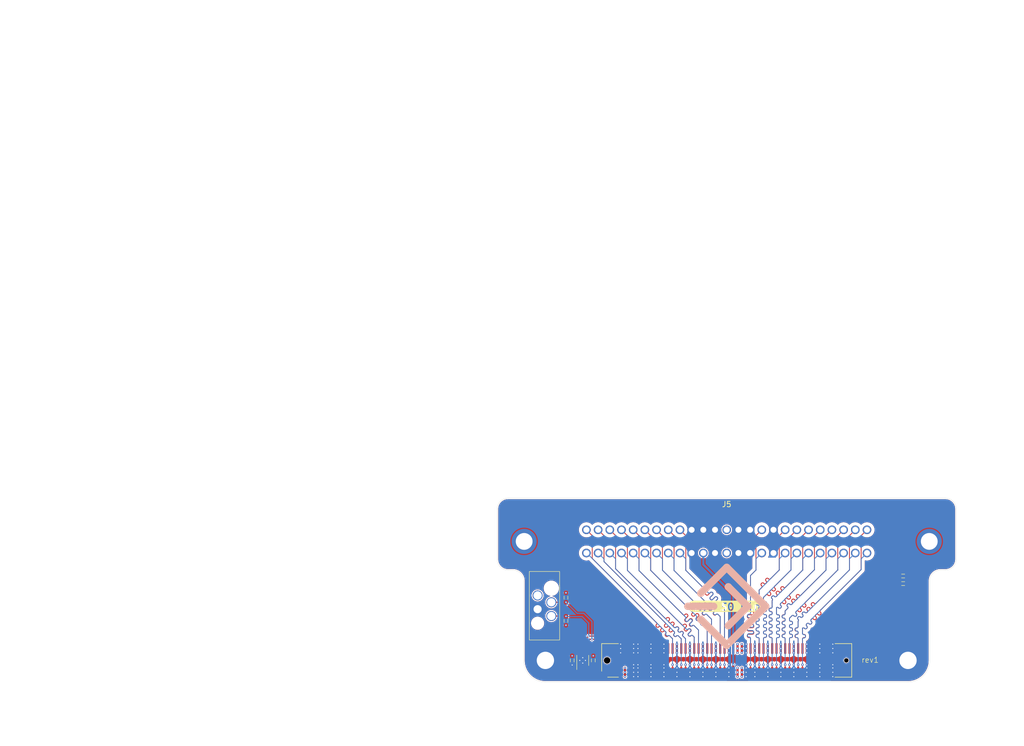
<source format=kicad_pcb>
(kicad_pcb (version 20240108) (generator "pcbnew") (generator_version "8.0")
  (title_block (title "Squishy - SCSI LVD/MSE/SE Centronics 50 Connector Module") (date "2024-09-17") (rev "1") (company "Shrine Maiden Heavy Industries") (comment 1 "License: CERN-OHL-S") (comment 2 "© 2024 Aki 'lethalbit' Van Ness, et. al.") (comment 3 "No warranty expressed or implied") (comment 4 "Squishy - SCSI Multitool"))
  (layers (0 "F.Cu" signal) (1 "In1.Cu" signal) (2 "In2.Cu" signal) (3 "In3.Cu" signal) (4 "In4.Cu" signal) (31 "B.Cu" signal) (34 "B.Paste" user) (35 "F.Paste" user) (36 "B.SilkS" user "B.Silkscreen") (37 "F.SilkS" user "F.Silkscreen") (38 "B.Mask" user) (39 "F.Mask" user) (44 "Edge.Cuts" user))
  (net 0 "")
  (net 1 "GND")
  (net 4 "/PHY.ID_SCL")
  (net 5 "+3V3")
  (net 6 "/PHY.ID_SDA")
  (net 7 "/CON.DB12+")
  (net 8 "/CON.C{slash}D+")
  (net 9 "/CON.DB10-")
  (net 10 "/CON.DB4-")
  (net 11 "/CON.ACK+")
  (net 12 "/CON.TERMPWR")
  (net 13 "/CON.DP1+")
  (net 14 "/CON.BSY-")
  (net 15 "/CON.RST-")
  (net 16 "/CON.DB2-")
  (net 17 "/CON.BSY+")
  (net 18 "/CON.DB5+")
  (net 19 "/CON.ATN-")
  (net 20 "/CON.DP0+")
  (net 21 "/CON.SEL+")
  (net 22 "/CON.ATN+")
  (net 23 "/CON.DB9-")
  (net 24 "/CON.SEL-")
  (net 25 "/CON.DB9+")
  (net 26 "/CON.DB0-")
  (net 27 "/CON.DB11+")
  (net 28 "/CON.DB7+")
  (net 29 "/CON.DP1-")
  (net 30 "/CON.DB5-")
  (net 31 "/CON.REQ-")
  (net 32 "/CON.DB1-")
  (net 33 "/CON.DB13+")
  (net 34 "/CON.REQ+")
  (net 35 "/CON.DB3-")
  (net 36 "/CON.DB8+")
  (net 37 "/CON.DB13-")
  (net 38 "/CON.DB15-")
  (net 39 "/CON.MSG+")
  (net 40 "/CON.DB11-")
  (net 41 "/CON.DB12-")
  (net 42 "/CON.DB3+")
  (net 43 "/CON.ACK-")
  (net 44 "/CON.DIFFSENSE")
  (net 45 "/CON.I{slash}O+")
  (net 46 "/CON.I{slash}O-")
  (net 47 "/CON.DB4+")
  (net 48 "/CON.DB15+")
  (net 49 "/CON.DB6-")
  (net 50 "/CON.DB14+")
  (net 51 "/CON.RST+")
  (net 52 "/CON.DB8-")
  (net 53 "/CON.DB10+")
  (net 54 "/CON.MSG-")
  (net 55 "/CON.DB6+")
  (net 56 "/CON.C{slash}D-")
  (net 57 "/CON.DB7-")
  (net 58 "/CON.DB14-")
  (net 59 "/CON.DB1+")
  (net 60 "/CON.DP0-")
  (net 61 "/CON.DB2+")
  (net 62 "/CON.DB0+")
  (net 63 "Net-(U1-E0)")
  (net 64 "Net-(C2-Pad2)")
  (footprint "lethalbit-connectors:1014457-10x80xLF" (layer "F.Cu") (at 147.5 136 180)
    (property "Reference" "J1" (hide yes))
    (property "Value" "SCSI PHY Mezz")
  )
  (footprint "rhais_rcl:R0603" (layer "F.Cu") (at 117.8 128.7 90)
    (property "Reference" "R3")
    (property "Value" "4k7" (hide yes))
  )
  (footprint "rhais_rcl:R0603" (layer "F.Cu") (at 117.8 124.4 -90)
    (property "Reference" "R2")
    (property "Value" "4k7" (hide yes))
  )
  (footprint "rhais_rcl:C0603" (layer "F.Cu") (at 180.1 120.4)
    (property "Reference" "C2")
    (property "Value" "100n" (hide yes))
  )
  (footprint "PCM_kikit:Tab" (layer "F.Cu") (at 185 131 180)
    (property "Reference" "REF**" (hide yes))
    (property "Value" "Tab")
  )
  (footprint "lethalbit-connectors:112-050-213R001" (layer "F.Cu") (at 147.5 114 180)
    (property "Reference" "J5")
    (property "Value" "112-050-213R001")
  )
  (footprint "PCM_kikit:Tab" (layer "F.Cu") (at 174 140 90)
    (property "Reference" "REF**" (hide yes))
    (property "Value" "Tab")
  )
  (footprint "rhais_rcl:C0603" (layer "F.Cu") (at 118.95 136 90)
    (property "Reference" "C1")
    (property "Value" "100n" (hide yes))
  )
  (footprint "kibuzzard-672C6777" (layer "F.Cu") (at 147.5 126)
    (property "Reference" "kibuzzard-672C6777" (hide yes))
    (property "Value" "G***" (hide yes))
  )
  (footprint "PCM_kikit:Tab" (layer "F.Cu") (at 121 106 -90)
    (property "Reference" "REF**" (hide yes))
    (property "Value" "Tab")
  )
  (footprint "MountingHole:MountingHole_3.2mm_M3_Pad" (layer "F.Cu") (at 181 136)
    (property "Reference" "H4" (hide yes))
    (property "Value" "MountingHole" (hide yes))
  )
  (footprint "PCM_kikit:Tab" (layer "F.Cu") (at 110 131)
    (property "Reference" "REF**" (hide yes))
    (property "Value" "Tab")
  )
  (footprint "PCM_kikit:Tab" (layer "F.Cu") (at 174 106 -90)
    (property "Reference" "REF**" (hide yes))
    (property "Value" "Tab")
  )
  (footprint "PCM_kikit:Tab" (layer "F.Cu") (at 105.1 115)
    (property "Reference" "REF**" (hide yes))
    (property "Value" "Tab")
  )
  (footprint "PCM_kikit:Tab" (layer "F.Cu") (at 189.9 115 180)
    (property "Reference" "REF**" (hide yes))
    (property "Value" "Tab")
  )
  (footprint "rhais_rcl:R0603" (layer "F.Cu") (at 180.1 121.8 180)
    (property "Reference" "R4")
    (property "Value" "1M" (hide yes))
  )
  (footprint "rhais_rcl:R0603" (layer "F.Cu") (at 122.85 136 90)
    (property "Reference" "R1")
    (property "Value" "10k" (hide yes))
  )
  (footprint "lethalbit-memory:ST_UFDFPN-8-1EP_2x3mm_P0.5mm_EP1.6x1.6mm" (layer "F.Cu") (at 120.9 136 90)
    (property "Reference" "U1")
    (property "Value" "M24C02-RMC" (hide yes))
  )
  (footprint "pkl_connectors_wuerth:490107670412-d" (layer "F.Cu") (at 112.56 123.99 90)
    (property "Reference" "J3")
    (property "Value" "Conn_01x04")
  )
  (footprint "MountingHole:MountingHole_3.2mm_M3_Pad" (layer "F.Cu") (at 114 136)
    (property "Reference" "H3" (hide yes))
    (property "Value" "MountingHole" (hide yes))
  )
  (footprint "PCM_kikit:Tab" (layer "F.Cu") (at 121 140 90)
    (property "Reference" "REF**" (hide yes))
    (property "Value" "Tab")
  )
  (gr_line (start 140.300001 126) (end 145.100001 126) (stroke (width 1.35) (color 253 253 253 1)) (layer "B.SilkS"))
  (gr_line (start 147.500001 118.800001) (end 142.7 123.6) (stroke (width 1.35) (color 255 255 255 1)) (layer "B.SilkS"))
  (gr_line (start 154.7 126) (end 147.500001 118.800001) (stroke (width 1.35) (color 255 255 255 1)) (layer "B.SilkS"))
  (gr_line (start 142.7 128.400001) (end 147.500001 133.2) (stroke (width 1.35) (color 255 255 255 1)) (layer "B.SilkS"))
  (gr_line (start 147.792713 129.6) (end 151.392712 126.000001) (stroke (width 1.35) (color 255 255 255 1)) (layer "B.SilkS"))
  (gr_line (start 151.392712 126.000001) (end 147.8 122.407289) (stroke (width 1.35) (color 255 255 255 1)) (layer "B.SilkS"))
  (gr_line (start 147.500001 133.2) (end 154.7 126) (stroke (width 1.35) (color 255 255 255 1)) (layer "B.SilkS"))
  (gr_line (start 147.8 122.407289) (end 147.8 122.400001) (stroke (width 1.35) (color 255 255 255 1)) (layer "B.SilkS"))
  (gr_line (start 187.9 106) (end 107.1 106) (stroke (width 0.05)) (layer "Edge.Cuts"))
  (gr_line (start 114 140) (end 181 140) (stroke (width 0.05)) (layer "Edge.Cuts"))
  (gr_arc (start 187.9 106) (mid 189.315981 106.586517) (end 189.902498 108.002498) (stroke (width 0.05)) (layer "Edge.Cuts"))
  (gr_arc (start 107.997502 119.297502) (mid 109.413483 119.884019) (end 110 121.3) (stroke (width 0.05)) (layer "Edge.Cuts"))
  (gr_line (start 105.1 117.3) (end 105.1 108) (stroke (width 0.05)) (layer "Edge.Cuts"))
  (gr_arc (start 185 121.3) (mid 185.586518 119.884019) (end 187.002498 119.297502) (stroke (width 0.05)) (layer "Edge.Cuts"))
  (gr_line (start 187 119.3) (end 187.9 119.3) (stroke (width 0.05)) (layer "Edge.Cuts"))
  (gr_line (start 185 136) (end 185 121.3) (stroke (width 0.05)) (layer "Edge.Cuts"))
  (gr_arc (start 185 136) (mid 183.828427 138.828427) (end 181 140) (stroke (width 0.05)) (layer "Edge.Cuts"))
  (gr_line (start 110 136) (end 110 121.3) (stroke (width 0.05)) (layer "Edge.Cuts"))
  (gr_arc (start 114 140) (mid 111.171573 138.828427) (end 110 136) (stroke (width 0.05)) (layer "Edge.Cuts"))
  (gr_arc (start 189.9 117.3) (mid 189.313482 118.715981) (end 187.897502 119.302498) (stroke (width 0.05)) (layer "Edge.Cuts"))
  (gr_line (start 189.9 117.3) (end 189.9 108) (stroke (width 0.05)) (layer "Edge.Cuts"))
  (gr_arc (start 105.097502 108.002498) (mid 105.684019 106.586517) (end 107.1 106) (stroke (width 0.05)) (layer "Edge.Cuts"))
  (gr_arc (start 107.102498 119.302498) (mid 105.686517 118.715981) (end 105.1 117.3) (stroke (width 0.05)) (layer "Edge.Cuts"))
  (gr_line (start 108 119.3) (end 107.1 119.3) (stroke (width 0.05)) (layer "Edge.Cuts"))
  (gr_text "1" (at 184.7 131 90) (layer "F.Cu") (effects (font (size 1.5 1.5) (thickness 0.3) (bold yes)) (justify bottom)))
  (gr_text "6" (at 184.7 123.5 90) (layer "B.Cu") (effects (font (size 1.5 1.5) (thickness 0.3) (bold yes)) (justify bottom mirror)))
  (gr_text "rev1" (at 174 136.5 0) (layer "F.SilkS") (effects (font (size 1 1) (thickness 0.1)) (justify bottom)))
  (via (at 164.7 134.6) (size 0.45) (drill 0.2) (layers "F.Cu" "B.Cu") (net 1))
  (via (at 162.3 138.2) (size 0.45) (drill 0.2) (layers "F.Cu" "B.Cu") (net 1))
  (via (at 135.9 138.2) (size 0.45) (drill 0.2) (layers "F.Cu" "B.Cu") (net 1))
  (via (at 131.1 139) (size 0.45) (drill 0.2) (layers "F.Cu" "B.Cu") (net 1))
  (via (at 155.1 137.4) (size 0.45) (drill 0.2) (layers "F.Cu" "B.Cu") (net 1))
  (via (at 145.5 133.8) (size 0.45) (drill 0.2) (layers "F.Cu" "B.Cu") (net 1))
  (via (at 145.5 138.2) (size 0.45) (drill 0.2) (layers "F.Cu" "B.Cu") (net 1))
  (via (at 140.7 133) (size 0.45) (drill 0.2) (layers "F.Cu" "B.Cu") (net 1))
  (via (at 135.9 133.8) (size 0.45) (drill 0.2) (layers "F.Cu" "B.Cu") (net 1))
  (via (at 120.35 136) (size 0.45) (drill 0.2) (layers "F.Cu" "B.Cu") (net 1))
  (via (at 138.3 133.8) (size 0.45) (drill 0.2) (layers "F.Cu" "B.Cu") (net 1))
  (via (at 133.5 137.4) (size 0.45) (drill 0.2) (layers "F.Cu" "B.Cu") (net 1))
  (via (at 131.1 136.8) (size 0.45) (drill 0.2) (layers "F.Cu" "B.Cu") (net 1))
  (via (at 157.5 137.4) (size 0.45) (drill 0.2) (layers "F.Cu" "B.Cu") (net 1))
  (via (at 145.5 133) (size 0.45) (drill 0.2) (layers "F.Cu" "B.Cu") (net 1))
  (via (at 152.7 138.2) (size 0.45) (drill 0.2) (layers "F.Cu" "B.Cu") (net 1))
  (via (at 131.1 134.6) (size 0.45) (drill 0.2) (layers "F.Cu" "B.Cu") (net 1))
  (via (at 164.7 138.2) (size 0.45) (drill 0.2) (layers "F.Cu" "B.Cu") (net 1))
  (via (at 167.1 136.8) (size 0.45) (drill 0.2) (layers "F.Cu" "B.Cu") (net 1))
  (via (at 140.7 136.8) (size 0.45) (drill 0.2) (layers "F.Cu" "B.Cu") (net 1))
  (via (at 143.1 136.8) (size 0.45) (drill 0.2) (layers "F.Cu" "B.Cu") (net 1))
  (via (at 131.1 137.4) (size 0.45) (drill 0.2) (layers "F.Cu" "B.Cu") (net 1))
  (via (at 147.9 134.6) (size 0.45) (drill 0.2) (layers "F.Cu" "B.Cu") (net 1))
  (via (at 121.4 136) (size 0.45) (drill 0.2) (layers "F.Cu" "B.Cu") (net 1))
  (via (at 159.9 133) (size 0.45) (drill 0.2) (layers "F.Cu" "B.Cu") (net 1))
  (via (at 145.5 134.6) (size 0.45) (drill 0.2) (layers "F.Cu" "B.Cu") (net 1))
  (via (at 151.1 139) (size 0.45) (drill 0.2) (layers "F.Cu" "B.Cu") (net 1))
  (via (at 143.1 139) (size 0.45) (drill 0.2) (layers "F.Cu" "B.Cu") (net 1))
  (via (at 120.9 135.5) (size 0.45) (drill 0.2) (layers "F.Cu" "B.Cu") (net 1))
  (via (at 151.1 137.4) (size 0.45) (drill 0.2) (layers "F.Cu" "B.Cu") (net 1))
  (via (at 135.9 137.4) (size 0.45) (drill 0.2) (layers "F.Cu" "B.Cu") (net 1))
  (via (at 151.1 133.8) (size 0.45) (drill 0.2) (layers "F.Cu" "B.Cu") (net 1))
  (via (at 133.5 134.6) (size 0.45) (drill 0.2) (layers "F.Cu" "B.Cu") (net 1))
  (via (at 140.7 133.8) (size 0.45) (drill 0.2) (layers "F.Cu" "B.Cu") (net 1))
  (via (at 157.5 133.8) (size 0.45) (drill 0.2) (layers "F.Cu" "B.Cu") (net 1))
  (via (at 145.5 139) (size 0.45) (drill 0.2) (layers "F.Cu" "B.Cu") (net 1))
  (via (at 159.9 138.2) (size 0.45) (drill 0.2) (layers "F.Cu" "B.Cu") (net 1))
  (via (at 143.1 133) (size 0.45) (drill 0.2) (layers "F.Cu" "B.Cu") (net 1))
  (via (at 131.1 133) (size 0.45) (drill 0.2) (layers "F.Cu" "B.Cu") (net 1))
  (via (at 143.1 133.8) (size 0.45) (drill 0.2) (layers "F.Cu" "B.Cu") (net 1))
  (via (at 157.5 134.6) (size 0.45) (drill 0.2) (layers "F.Cu" "B.Cu") (net 1))
  (via (at 130.3 133.8) (size 0.45) (drill 0.2) (layers "F.Cu" "B.Cu") (net 1))
  (via (at 155.1 139) (size 0.45) (drill 0.2) (layers "F.Cu" "B.Cu") (net 1))
  (via (at 164.7 139) (size 0.45) (drill 0.2) (layers "F.Cu" "B.Cu") (net 1))
  (via (at 131.1 138.2) (size 0.45) (drill 0.2) (layers "F.Cu" "B.Cu") (net 1))
  (via (at 133.5 133.8) (size 0.45) (drill 0.2) (layers "F.Cu" "B.Cu") (net 1))
  (via (at 164.7 137.4) (size 0.45) (drill 0.2) (layers "F.Cu" "B.Cu") (net 1))
  (via (at 162.3 139) (size 0.45) (drill 0.2) (layers "F.Cu" "B.Cu") (net 1))
  (via (at 140.7 134.6) (size 0.45) (drill 0.2) (layers "F.Cu" "B.Cu") (net 1))
  (via (at 151.1 138.2) (size 0.45) (drill 0.2) (layers "F.Cu" "B.Cu") (net 1))
  (via (at 152.7 134.6) (size 0.45) (drill 0.2) (layers "F.Cu" "B.Cu") (net 1))
  (via (at 164.7 133.8) (size 0.45) (drill 0.2) (layers "F.Cu" "B.Cu") (net 1))
  (via (at 159.9 136.8) (size 0.45) (drill 0.2) (layers "F.Cu" "B.Cu") (net 1))
  (via (at 145.5 136.8) (size 0.45) (drill 0.2) (layers "F.Cu" "B.Cu") (net 1))
  (via (at 147.9 133.8) (size 0.45) (drill 0.2) (layers "F.Cu" "B.Cu") (net 1))
  (via (at 159.9 137.4) (size 0.45) (drill 0.2) (layers "F.Cu" "B.Cu") (net 1))
  (via (at 151.1 136.8) (size 0.45) (drill 0.2) (layers "F.Cu" "B.Cu") (net 1))
  (via (at 147.9 133) (size 0.45) (drill 0.2) (layers "F.Cu" "B.Cu") (net 1))
  (via (at 145.5 137.4) (size 0.45) (drill 0.2) (layers "F.Cu" "B.Cu") (net 1))
  (via (at 159.9 133.8) (size 0.45) (drill 0.2) (layers "F.Cu" "B.Cu") (net 1))
  (via (at 151.1 133) (size 0.45) (drill 0.2) (layers "F.Cu" "B.Cu") (net 1))
  (via (at 162.3 136.8) (size 0.45) (drill 0.2) (layers "F.Cu" "B.Cu") (net 1))
  (via (at 133.5 133) (size 0.45) (drill 0.2) (layers "F.Cu" "B.Cu") (net 1))
  (via (at 130.3 133) (size 0.45) (drill 0.2) (layers "F.Cu" "B.Cu") (net 1))
  (via (at 155.1 133) (size 0.45) (drill 0.2) (layers "F.Cu" "B.Cu") (net 1))
  (via (at 157.5 136.8) (size 0.45) (drill 0.2) (layers "F.Cu" "B.Cu") (net 1))
  (via (at 140.7 138.2) (size 0.45) (drill 0.2) (layers "F.Cu" "B.Cu") (net 1))
  (via (at 162.3 137.4) (size 0.45) (drill 0.2) (layers "F.Cu" "B.Cu") (net 1))
  (via (at 167.1 134.6) (size 0.45) (drill 0.2) (layers "F.Cu" "B.Cu") (net 1))
  (via (at 143.1 137.4) (size 0.45) (drill 0.2) (layers "F.Cu" "B.Cu") (net 1))
  (via (at 167.1 133) (size 0.45) (drill 0.2) (layers "F.Cu" "B.Cu") (net 1))
  (via (at 140.7 139) (size 0.45) (drill 0.2) (layers "F.Cu" "B.Cu") (net 1))
  (via (at 152.7 133) (size 0.45) (drill 0.2) (layers "F.Cu" "B.Cu") (net 1))
  (via (at 133.5 138.2) (size 0.45) (drill 0.2) (layers "F.Cu" "B.Cu") (net 1))
  (via (at 130.3 134.6) (size 0.45) (drill 0.2) (layers "F.Cu" "B.Cu") (net 1))
  (via (at 162.3 133.8) (size 0.45) (drill 0.2) (layers "F.Cu" "B.Cu") (net 1))
  (via (at 127.9 134.6) (size 0.45) (drill 0.2) (layers "F.Cu" "B.Cu") (net 1))
  (via (at 147.9 138.2) (size 0.45) (drill 0.2) (layers "F.Cu" "B.Cu") (net 1))
  (via (at 138.3 139) (size 0.45) (drill 0.2) (layers "F.Cu" "B.Cu") (net 1))
  (via (at 159.9 139) (size 0.45) (drill 0.2) (layers "F.Cu" "B.Cu") (net 1))
  (via (at 152.7 137.4) (size 0.45) (drill 0.2) (layers "F.Cu" "B.Cu") (net 1))
  (via (at 140.7 137.4) (size 0.45) (drill 0.2) (layers "F.Cu" "B.Cu") (net 1))
  (via (at 138.3 134.6) (size 0.45) (drill 0.2) (layers "F.Cu" "B.Cu") (net 1))
  (via (at 130.3 138.2) (size 0.45) (drill 0.2) (layers "F.Cu" "B.Cu") (net 1))
  (via (at 162.3 133) (size 0.45) (drill 0.2) (layers "F.Cu" "B.Cu") (net 1))
  (via (at 138.3 137.4) (size 0.45) (drill 0.2) (layers "F.Cu" "B.Cu") (net 1))
  (via (at 147.9 139) (size 0.45) (drill 0.2) (layers "F.Cu" "B.Cu") (net 1))
  (via (at 138.3 136.8) (size 0.45) (drill 0.2) (layers "F.Cu" "B.Cu") (net 1))
  (via (at 133.5 136.8) (size 0.45) (drill 0.2) (layers "F.Cu" "B.Cu") (net 1))
  (via (at 147.9 137.4) (size 0.45) (drill 0.2) (layers "F.Cu" "B.Cu") (net 1))
  (via (at 133.5 139) (size 0.45) (drill 0.2) (layers "F.Cu" "B.Cu") (net 1))
  (via (at 167.1 139) (size 0.45) (drill 0.2) (layers "F.Cu" "B.Cu") (net 1))
  (via (at 164.7 133) (size 0.45) (drill 0.2) (layers "F.Cu" "B.Cu") (net 1))
  (via (at 127.9 133.8) (size 0.45) (drill 0.2) (layers "F.Cu" "B.Cu") (net 1))
  (via (at 152.7 139) (size 0.45) (drill 0.2) (layers "F.Cu" "B.Cu") (net 1))
  (via (at 164.7 136.8) (size 0.45) (drill 0.2) (layers "F.Cu" "B.Cu") (net 1))
  (via (at 151.1 134.6) (size 0.45) (drill 0.2) (layers "F.Cu" "B.Cu") (net 1))
  (via (at 138.3 138.2) (size 0.45) (drill 0.2) (layers "F.Cu" "B.Cu") (net 1))
  (via (at 155.1 134.6) (size 0.45) (drill 0.2) (layers "F.Cu" "B.Cu") (net 1))
  (via (at 135.9 136.8) (size 0.45) (drill 0.2) (layers "F.Cu" "B.Cu") (net 1))
  (via (at 157.5 138.2) (size 0.45) (drill 0.2) (layers "F.Cu" "B.Cu") (net 1))
  (via (at 143.1 138.2) (size 0.45) (drill 0.2) (layers "F.Cu" "B.Cu") (net 1))
  (via (at 131.1 133.8) (size 0.45) (drill 0.2) (layers "F.Cu" "B.Cu") (net 1))
  (via (at 143.1 134.6) (size 0.45) (drill 0.2) (layers "F.Cu" "B.Cu") (net 1))
  (via (at 155.1 136.8) (size 0.45) (drill 0.2) (layers "F.Cu" "B.Cu") (net 1))
  (via (at 155.1 133.8) (size 0.45) (drill 0.2) (layers "F.Cu" "B.Cu") (net 1))
  (via (at 135.9 134.6) (size 0.45) (drill 0.2) (layers "F.Cu" "B.Cu") (net 1))
  (via (at 130.3 137.4) (size 0.45) (drill 0.2) (layers "F.Cu" "B.Cu") (net 1))
  (via (at 135.9 133) (size 0.45) (drill 0.2) (layers "F.Cu" "B.Cu") (net 1))
  (via (at 135.9 139) (size 0.45) (drill 0.2) (layers "F.Cu" "B.Cu") (net 1))
  (via (at 152.7 136.8) (size 0.45) (drill 0.2) (layers "F.Cu" "B.Cu") (net 1))
  (via (at 130.3 136.8) (size 0.45) (drill 0.2) (layers "F.Cu" "B.Cu") (net 1))
  (via (at 138.3 133) (size 0.45) (drill 0.2) (layers "F.Cu" "B.Cu") (net 1))
  (via (at 155.1 138.2) (size 0.45) (drill 0.2) (layers "F.Cu" "B.Cu") (net 1))
  (via (at 159.9 134.6) (size 0.45) (drill 0.2) (layers "F.Cu" "B.Cu") (net 1))
  (via (at 120.9 136.5) (size 0.45) (drill 0.2) (layers "F.Cu" "B.Cu") (net 1))
  (via (at 152.7 133.8) (size 0.45) (drill 0.2) (layers "F.Cu" "B.Cu") (net 1))
  (via (at 167.1 133.8) (size 0.45) (drill 0.2) (layers "F.Cu" "B.Cu") (net 1))
  (via (at 157.5 139) (size 0.45) (drill 0.2) (layers "F.Cu" "B.Cu") (net 1))
  (via (at 127.9 133) (size 0.45) (drill 0.2) (layers "F.Cu" "B.Cu") (net 1))
  (via (at 162.3 134.6) (size 0.45) (drill 0.2) (layers "F.Cu" "B.Cu") (net 1))
  (via (at 167.1 137.4) (size 0.45) (drill 0.2) (layers "F.Cu" "B.Cu") (net 1))
  (via (at 130.3 139) (size 0.45) (drill 0.2) (layers "F.Cu" "B.Cu") (net 1))
  (via (at 147.9 136.8) (size 0.45) (drill 0.2) (layers "F.Cu" "B.Cu") (net 1))
  (via (at 167.1 138.2) (size 0.45) (drill 0.2) (layers "F.Cu" "B.Cu") (net 1))
  (via (at 157.5 133) (size 0.45) (drill 0.2) (layers "F.Cu" "B.Cu") (net 1))
  (via (at 118.95 136.85) (size 0.45) (drill 0.2) (layers "F.Cu" "B.Cu") (net 1))
  (segment (start 117.4 127.8) (end 115.1 127.8) (width 0.2) (layer "F.Cu") (net 4))
  (segment (start 121.15 134.6) (end 121.15 132.35) (width 0.2) (layer "F.Cu") (net 4))
  (segment (start 128.5 131.5) (end 129.5 132.5) (width 0.2) (layer "F.Cu") (net 4))
  (segment (start 117.8 127.85) (end 117.45 127.85) (width 0.2) (layer "F.Cu") (net 4))
  (segment (start 122 131.5) (end 128.5 131.5) (width 0.2) (layer "F.Cu") (net 4))
  (segment (start 117.45 127.85) (end 117.4 127.8) (width 0.2) (layer "F.Cu") (net 4))
  (segment (start 121.15 132.35) (end 122 131.5) (width 0.2) (layer "F.Cu") (net 4))
  (segment (start 129.5 132.5) (end 129.5 133.8) (width 0.2) (layer "F.Cu") (net 4))
  (via (at 117.8 127.85) (size 0.45) (drill 0.2) (layers "F.Cu" "B.Cu") (net 4))
  (via (at 122 131.5) (size 0.45) (drill 0.2) (layers "F.Cu" "B.Cu") (net 4))
  (segment (start 120.8 127.9) (end 117.85 127.9) (width 0.2) (layer "B.Cu") (net 4))
  (segment (start 117.85 127.9) (end 117.8 127.85) (width 0.2) (layer "B.Cu") (net 4))
  (segment (start 122 129.1) (end 120.8 127.9) (width 0.2) (layer "B.Cu") (net 4))
  (segment (start 122 131.5) (end 122 129.1) (width 0.2) (layer "B.Cu") (net 4))
  (segment (start 120.149999 134.6) (end 119.5 134.6) (width 0.3) (layer "F.Cu") (net 5))
  (segment (start 119.5 134.6) (end 118.95 135.15) (width 0.3) (layer "F.Cu") (net 5))
  (via (at 128.7 138.2) (size 0.45) (drill 0.2) (layers "F.Cu" "B.Cu") (net 5))
  (via (at 117.8 123.5) (size 0.45) (drill 0.2) (layers "F.Cu" "B.Cu") (net 5))
  (via (at 117.8 129.5) (size 0.45) (drill 0.2) (layers "F.Cu" "B.Cu") (net 5))
  (via (at 118.95 135.15) (size 0.45) (drill 0.2) (layers "F.Cu" "B.Cu") (net 5))
  (via (at 128.7 139) (size 0.45) (drill 0.2) (layers "F.Cu" "B.Cu") (net 5))
  (via (at 128.7 137.4) (size 0.45) (drill 0.2) (layers "F.Cu" "B.Cu") (net 5))
  (via (at 122.85 135.15) (size 0.45) (drill 0.2) (layers "F.Cu" "B.Cu") (net 5))
  (segment (start 122.1 132.1) (end 121.650001 132.549999) (width 0.2) (layer "F.Cu") (net 6))
  (segment (start 128.7 132.5) (end 128.3 132.1) (width 0.2) (layer "F.Cu") (net 6))
  (segment (start 121.650001 132.549999) (end 121.650001 134.6) (width 0.2) (layer "F.Cu") (net 6))
  (segment (start 117.8 125.25) (end 115.11 125.25) (width 0.2) (layer "F.Cu") (net 6))
  (segment (start 122.4 132.1) (end 122.1 132.1) (width 0.2) (layer "F.Cu") (net 6))
  (segment (start 115.11 125.25) (end 115.1 125.26) (width 0.2) (layer "F.Cu") (net 6))
  (segment (start 128.7 133.800001) (end 128.7 132.5) (width 0.2) (layer "F.Cu") (net 6))
  (segment (start 128.3 132.1) (end 122.4 132.1) (width 0.2) (layer "F.Cu") (net 6))
  (via (at 117.8 125.25) (size 0.45) (drill 0.2) (layers "F.Cu" "B.Cu") (net 6))
  (via (at 122.6 132.1) (size 0.45) (drill 0.2) (layers "F.Cu" "B.Cu") (net 6))
  (segment (start 122.6 128.8) (end 121.1 127.3) (width 0.2) (layer "B.Cu") (net 6))
  (segment (start 119.85 127.3) (end 117.8 125.25) (width 0.2) (layer "B.Cu") (net 6))
  (segment (start 122.6 132.1) (end 122.6 128.8) (width 0.2) (layer "B.Cu") (net 6))
  (segment (start 121.1 127.3) (end 119.85 127.3) (width 0.2) (layer "B.Cu") (net 6))
  (segment (start 159.1 138.2) (end 159.1 136.8) (width 0.1514) (layer "F.Cu") (net 8))
  (via (at 159.1 136.8) (size 0.45) (drill 0.2) (layers "F.Cu" "B.Cu") (net 8))
  (segment (start 159.1 136.8) (end 159.1 131.999292) (width 0.1514) (layer "B.Cu") (net 8))
  (segment (start 159.1 130.919292) (end 159.1 130.799292) (width 0.1514) (layer "B.Cu") (net 8))
  (segment (start 159.34 129.359292) (end 159.425094 129.359292) (width 0.1514) (layer "B.Cu") (net 8))
  (segment (start 160.298593 127.800533) (end 160.383445 127.71568) (width 0.1514) (layer "B.Cu") (net 8))
  (segment (start 160.383445 127.376268) (end 160.323292 127.316115) (width 0.1514) (layer "B.Cu") (net 8))
  (segment (start 168.025 117.22) (end 169.1 116.145) (width 0.1514) (layer "B.Cu") (net 8))
  (segment (start 159.665094 130.319292) (end 159.665094 130.199292) (width 0.1514) (layer "B.Cu") (net 8))
  (segment (start 160.408147 126.891852) (end 167.655999 119.644001) (width 0.1514) (layer "B.Cu") (net 8))
  (segment (start 159.665094 129.119292) (end 159.665094 128.999292) (width 0.1514) (layer "B.Cu") (net 8))
  (segment (start 159.34 130.559292) (end 159.425094 130.559292) (width 0.1514) (layer "B.Cu") (net 8))
  (segment (start 168.025 119.275) (end 168.025 117.22) (width 0.1514) (layer "B.Cu") (net 8))
  (segment (start 159.34 131.759292) (end 159.425094 131.759292) (width 0.1514) (layer "B.Cu") (net 8))
  (segment (start 159.89903 127.740381) (end 159.959182 127.800533) (width 0.1514) (layer "B.Cu") (net 8))
  (segment (start 159.1 129.719292) (end 159.1 129.599292) (width 0.1514) (layer "B.Cu") (net 8))
  (segment (start 159.1 128.519292) (end 159.1 128.399292) (width 0.1514) (layer "B.Cu") (net 8))
  (segment (start 159.1 128.2) (end 159.559619 127.740381) (width 0.1514) (layer "B.Cu") (net 8))
  (segment (start 159.425094 131.159292) (end 159.34 131.159292) (width 0.1514) (layer "B.Cu") (net 8))
  (segment (start 160.323292 126.976704) (end 160.408147 126.891852) (width 0.1514) (layer "B.Cu") (net 8))
  (segment (start 168.017571 119.282429) (end 168.025 119.275) (width 0.1514) (layer "B.Cu") (net 8))
  (segment (start 159.1 128.399292) (end 159.1 128.2) (width 0.1514) (layer "B.Cu") (net 8))
  (segment (start 167.655999 119.644001) (end 168.017571 119.282429) (width 0.1514) (layer "B.Cu") (net 8))
  (segment (start 159.425094 128.759292) (end 159.34 128.759292) (width 0.1514) (layer "B.Cu") (net 8))
  (segment (start 159.665094 131.519292) (end 159.665094 131.399292) (width 0.1514) (layer "B.Cu") (net 8))
  (segment (start 159.425094 129.959292) (end 159.34 129.959292) (width 0.1514) (layer "B.Cu") (net 8))
  (arc (start 159.1 129.599292) (mid 159.170294 129.429586) (end 159.34 129.359292) (width 0.1514) (layer "B.Cu") (net 8))
  (arc (start 159.1 131.999292) (mid 159.170294 131.829586) (end 159.34 131.759292) (width 0.1514) (layer "B.Cu") (net 8))
  (arc (start 159.665094 131.399292) (mid 159.5948 131.229586) (end 159.425094 131.159292) (width 0.1514) (layer "B.Cu") (net 8))
  (arc (start 159.665094 128.999292) (mid 159.5948 128.829586) (end 159.425094 128.759292) (width 0.1514) (layer "B.Cu") (net 8))
  (arc (start 159.34 128.759292) (mid 159.170294 128.688998) (end 159.1 128.519292) (width 0.1514) (layer "B.Cu") (net 8))
  (arc (start 160.323292 127.316115) (mid 160.252997 127.14641) (end 160.323292 126.976704) (width 0.1514) (layer "B.Cu") (net 8))
  (arc (start 159.425094 131.759292) (mid 159.5948 131.688998) (end 159.665094 131.519292) (width 0.1514) (layer "B.Cu") (net 8))
  (arc (start 159.34 131.159292) (mid 159.170294 131.088998) (end 159.1 130.919292) (width 0.1514) (layer "B.Cu") (net 8))
  (arc (start 159.959182 127.800533) (mid 160.128888 127.870827) (end 160.298593 127.800533) (width 0.1514) (layer "B.Cu") (net 8))
  (arc (start 159.425094 129.359292) (mid 159.5948 129.288998) (end 159.665094 129.119292) (width 0.1514) (layer "B.Cu") (net 8))
  (arc (start 159.425094 130.559292) (mid 159.5948 130.488998) (end 159.665094 130.319292) (width 0.1514) (layer "B.Cu") (net 8))
  (arc (start 160.383445 127.71568) (mid 160.45374 127.545974) (end 160.383445 127.376268) (width 0.1514) (layer "B.Cu") (net 8))
  (arc (start 159.1 130.799292) (mid 159.170294 130.629586) (end 159.34 130.559292) (width 0.1514) (layer "B.Cu") (net 8))
  (arc (start 159.665094 130.199292) (mid 159.5948 130.029586) (end 159.425094 129.959292) (width 0.1514) (layer "B.Cu") (net 8))
  (arc (start 159.34 129.959292) (mid 159.170294 129.888998) (end 159.1 129.719292) (width 0.1514) (layer "B.Cu") (net 8))
  (arc (start 159.559619 127.740381) (mid 159.729324 127.670087) (end 159.89903 127.740381) (width 0.1514) (layer "B.Cu") (net 8))
  (segment (start 142.3 133.8) (end 142.3 130.4) (width 0.1514) (layer "F.Cu") (net 10))
  (segment (start 140.458102 128.558102) (end 140.458103 128.558103) (width 0.1514) (layer "F.Cu") (net 10))
  (segment (start 139.439864 127.539865) (end 139.355013 127.455013) (width 0.1514) (layer "F.Cu") (net 10))
  (segment (start 139.355013 127.455013) (end 131.2957 119.3957) (width 0.1514) (layer "F.Cu") (net 10))
  (segment (start 131.2957 119.33524) (end 131.2957 112.9307) (width 0.1514) (layer "F.Cu") (net 10))
  (segment (start 140.648101 129.216635) (end 140.712661 129.152072) (width 0.1514) (layer "F.Cu") (net 10))
  (segment (start 140.033835 128.133835) (end 140.033836 128.133836) (width 0.1514) (layer "F.Cu") (net 10))
  (segment (start 139.799567 128.368102) (end 140.033835 128.133835) (width 0.1514) (layer "F.Cu") (net 10))
  (segment (start 140.732956 129.640902) (end 140.648101 129.556047) (width 0.1514) (layer "F.Cu") (net 10))
  (segment (start 140.882369 128.982369) (end 141.116636 128.748101) (width 0.1514) (layer "F.Cu") (net 10))
  (segment (start 131.2957 112.9307) (end 130.22 111.855) (width 0.1514) (layer "F.Cu") (net 10))
  (segment (start 142.3 130.4) (end 141.476341 129.576341) (width 0.1514) (layer "F.Cu") (net 10))
  (segment (start 139.843818 127.475324) (end 139.779276 127.539865) (width 0.1514) (layer "F.Cu") (net 10))
  (segment (start 141.116636 128.40869) (end 141.031781 128.323835) (width 0.1514) (layer "F.Cu") (net 10))
  (segment (start 131.2957 119.3957) (end 131.2957 119.33524) (width 0.1514) (layer "F.Cu") (net 10))
  (segment (start 140.712661 129.152072) (end 140.882367 128.982366) (width 0.1514) (layer "F.Cu") (net 10))
  (segment (start 139.884424 128.79237) (end 139.799568 128.707514) (width 0.1514) (layer "F.Cu") (net 10))
  (segment (start 140.882367 128.982366) (end 140.882369 128.982369) (width 0.1514) (layer "F.Cu") (net 10))
  (segment (start 140.203541 127.96413) (end 140.268083 127.899588) (width 0.1514) (layer "F.Cu") (net 10))
  (segment (start 140.458103 128.558103) (end 140.223834 128.792369) (width 0.1514) (layer "F.Cu") (net 10))
  (segment (start 141.136929 129.576341) (end 141.072366 129.640901) (width 0.1514) (layer "F.Cu") (net 10))
  (segment (start 140.033836 128.133836) (end 140.203541 127.96413) (width 0.1514) (layer "F.Cu") (net 10))
  (segment (start 140.268083 127.560177) (end 140.18323 127.475324) (width 0.1514) (layer "F.Cu") (net 10))
  (segment (start 140.69237 128.323835) (end 140.458102 128.558102) (width 0.1514) (layer "F.Cu") (net 10))
  (arc (start 140.268083 127.899588) (mid 140.338378 127.729882) (end 140.268083 127.560177) (width 0.1514) (layer "F.Cu") (net 10))
  (arc (start 141.116636 128.748101) (mid 141.186931 128.578395) (end 141.116636 128.40869) (width 0.1514) (layer "F.Cu") (net 10))
  (arc (start 140.648101 129.556047) (mid 140.577805 129.38634) (end 140.648101 129.216635) (width 0.1514) (layer "F.Cu") (net 10))
  (arc (start 141.476341 129.576341) (mid 141.306634 129.506045) (end 141.136929 129.576341) (width 0.1514) (layer "F.Cu") (net 10))
  (arc (start 140.223834 128.792369) (mid 140.054129 128.862665) (end 139.884424 128.79237) (width 0.1514) (layer "F.Cu") (net 10))
  (arc (start 140.18323 127.475324) (mid 140.013524 127.405029) (end 139.843818 127.475324) (width 0.1514) (layer "F.Cu") (net 10))
  (arc (start 139.779276 127.539865) (mid 139.60957 127.61016) (end 139.439864 127.539865) (width 0.1514) (layer "F.Cu") (net 10))
  (arc (start 141.031781 128.323835) (mid 140.862076 128.25354) (end 140.69237 128.323835) (width 0.1514) (layer "F.Cu") (net 10))
  (arc (start 139.799568 128.707514) (mid 139.729273 128.537809) (end 139.799567 128.368102) (width 0.1514) (layer "F.Cu") (net 10))
  (arc (start 141.072366 129.640901) (mid 140.902661 129.711197) (end 140.732956 129.640902) (width 0.1514) (layer "F.Cu") (net 10))
  (segment (start 154.3 138.2) (end 154.3 136.8) (width 0.1514) (layer "F.Cu") (net 11))
  (via (at 154.3 136.8) (size 0.45) (drill 0.2) (layers "F.Cu" "B.Cu") (net 11))
  (segment (start 159.375 119.275) (end 159.375 117.23) (width 0.1514) (layer "B.Cu") (net 11))
  (segment (start 154.637906 129.94452) (end 154.54 129.94452) (width 0.1514) (layer "B.Cu") (net 11))
  (segment (start 154.637906 131.14452) (end 154.54 131.14452) (width 0.1514) (layer "B.Cu") (net 11))
  (segment (start 154.3 129.70452) (end 154.3 129.58452) (width 0.1514) (layer "B.Cu") (net 11))
  (segment (start 154.877906 131.50452) (end 154.877906 131.38452) (width 0.1514) (layer "B.Cu") (net 11))
  (segment (start 154.877932 125.50452) (end 154.877932 125.38452) (width 0.1514) (layer "B.Cu") (net 11))
  (segment (start 154.54 128.14452) (end 154.637906 128.14452) (width 0.1514) (layer "B.Cu") (net 11))
  (segment (start 154.637906 126.34452) (end 154.54 126.34452) (width 0.1514) (layer "B.Cu") (net 11))
  (segment (start 154.54 131.74452) (end 154.637906 131.74452) (width 0.1514) (layer "B.Cu") (net 11))
  (segment (start 154.3 126.10452) (end 154.3 125.98452) (width 0.1514) (layer "B.Cu") (net 11))
  (segment (start 154.54 126.94452) (end 154.637906 126.94452) (width 0.1514) (layer "B.Cu") (net 11))
  (segment (start 154.877906 126.70452) (end 154.877906 126.58452) (width 0.1514) (layer "B.Cu") (net 11))
  (segment (start 154.877906 130.30452) (end 154.877906 130.18452) (width 0.1514) (layer "B.Cu") (net 11))
  (segment (start 154.3 127.30452) (end 154.3 127.18452) (width 0.1514) (layer "B.Cu") (net 11))
  (segment (start 154.637932 125.14452) (end 154.54 125.14452) (width 0.1514) (layer "B.Cu") (net 11))
  (segment (start 154.54 130.54452) (end 154.637906 130.54452) (width 0.1514) (layer "B.Cu") (net 11))
  (segment (start 154.3 130.90452) (end 154.3 130.78452) (width 0.1514) (layer "B.Cu") (net 11))
  (segment (start 159.375 117.23) (end 160.46 116.145) (width 0.1514) (layer "B.Cu") (net 11))
  (segment (start 154.637906 127.54452) (end 154.54 127.54452) (width 0.1514) (layer "B.Cu") (net 11))
  (segment (start 154.3 128.50452) (end 154.3 128.38452) (width 0.1514) (layer "B.Cu") (net 11))
  (segment (start 154.3 136.8) (end 154.3 131.98452) (width 0.1514) (layer "B.Cu") (net 11))
  (segment (start 154.3 124.90452) (end 154.3 124.78452) (width 0.1514) (layer "B.Cu") (net 11))
  (segment (start 159.361254 119.288746) (end 159.375 119.275) (width 0.1514) (layer "B.Cu") (net 11))
  (segment (start 154.637906 128.74452) (end 154.54 128.74452) (width 0.1514) (layer "B.Cu") (net 11))
  (segment (start 154.877906 129.10452) (end 154.877906 128.98452) (width 0.1514) (layer "B.Cu") (net 11))
  (segment (start 154.54 129.34452) (end 154.637906 129.34452) (width 0.1514) (layer "B.Cu") (net 11))
  (segment (start 154.877906 127.90452) (end 154.877906 127.78452) (width 0.1514) (layer "B.Cu") (net 11))
  (segment (start 154.3 124.78452) (end 154.3 124.35) (width 0.1514) (layer "B.Cu") (net 11))
  (segment (start 154.54 125.74452) (end 154.637932 125.74452) (width 0.1514) (layer "B.Cu") (net 11))
  (segment (start 154.3 124.35) (end 159.361254 119.288746) (width 0.1514) (layer "B.Cu") (net 11))
  (arc (start 154.877906 131.38452) (mid 154.807612 131.214814) (end 154.637906 131.14452) (width 0.1514) (layer "B.Cu") (net 11))
  (arc (start 154.637906 129.34452) (mid 154.807612 129.274226) (end 154.877906 129.10452) (width 0.1514) (layer "B.Cu") (net 11))
  (arc (start 154.877932 125.38452) (mid 154.807638 125.214814) (end 154.637932 125.14452) (width 0.1514) (layer "B.Cu") (net 11))
  (arc (start 154.3 129.58452) (mid 154.370294 129.414814) (end 154.54 129.34452) (width 0.1514) (layer "B.Cu") (net 11))
  (arc (start 154.637906 130.54452) (mid 154.807612 130.474226) (end 154.877906 130.30452) (width 0.1514) (layer "B.Cu") (net 11))
  (arc (start 154.637906 128.14452) (mid 154.807612 128.074226) (end 154.877906 127.90452) (width 0.1514) (layer "B.Cu") (net 11))
  (arc (start 154.54 127.54452) (mid 154.370294 127.474226) (end 154.3 127.30452) (width 0.1514) (layer "B.Cu") (net 11))
  (arc (start 154.637932 125.74452) (mid 154.807638 125.674226) (end 154.877932 125.50452) (width 0.1514) (layer "B.Cu") (net 11))
  (arc (start 154.54 129.94452) (mid 154.370294 129.874226) (end 154.3 129.70452) (width 0.1514) (layer "B.Cu") (net 11))
  (arc (start 154.877906 127.78452) (mid 154.807612 127.614814) (end 154.637906 127.54452) (width 0.1514) (layer "B.Cu") (net 11))
  (arc (start 154.3 131.98452) (mid 154.370294 131.814814) (end 154.54 131.74452) (width 0.1514) (layer "B.Cu") (net 11))
  (arc (start 154.3 130.78452) (mid 154.370294 130.614814) (end 154.54 130.54452) (width 0.1514) (layer "B.Cu") (net 11))
  (arc (start 154.54 125.14452) (mid 154.370294 125.074226) (end 154.3 124.90452) (width 0.1514) (layer "B.Cu") (net 11))
  (arc (start 154.54 131.14452) (mid 154.370294 131.074226) (end 154.3 130.90452) (width 0.1514) (layer "B.Cu") (net 11))
  (arc (start 154.877906 130.18452) (mid 154.807612 130.014814) (end 154.637906 129.94452) (width 0.1514) (layer "B.Cu") (net 11))
  (arc (start 154.3 127.18452) (mid 154.370294 127.014814) (end 154.54 126.94452) (width 0.1514) (layer "B.Cu") (net 11))
  (arc (start 154.877906 126.58452) (mid 154.807612 126.414814) (end 154.637906 126.34452) (width 0.1514) (layer "B.Cu") (net 11))
  (arc (start 154.3 128.38452) (mid 154.370294 128.214814) (end 154.54 128.14452) (width 0.1514) (layer "B.Cu") (net 11))
  (arc (start 154.3 125.98452) (mid 154.370294 125.814814) (end 154.54 125.74452) (width 0.1514) (layer "B.Cu") (net 11))
  (arc (start 154.637906 126.94452) (mid 154.807612 126.874226) (end 154.877906 126.70452) (width 0.1514) (layer "B.Cu") (net 11))
  (arc (start 154.877906 128.98452) (mid 154.807612 128.814814) (end 154.637906 128.74452) (width 0.1514) (layer "B.Cu") (net 11))
  (arc (start 154.54 126.34452) (mid 154.370294 126.274226) (end 154.3 126.10452) (width 0.1514) (layer "B.Cu") (net 11))
  (arc (start 154.637906 131.74452) (mid 154.807612 131.674226) (end 154.877906 131.50452) (width 0.1514) (layer "B.Cu") (net 11))
  (arc (start 154.54 128.74452) (mid 154.370294 128.674226) (end 154.3 128.50452) (width 0.1514) (layer "B.Cu") (net 11))
  (via (at 149.5 133.8) (size 0.45) (drill 0.2) (layers "F.Cu" "B.Cu") (net 12))
  (via (at 149.5 139) (size 0.45) (drill 0.2) (layers "F.Cu" "B.Cu") (net 12))
  (via (at 150.3 134.6) (size 0.45) (drill 0.2) (layers "F.Cu" "B.Cu") (net 12))
  (via (at 149.5 138.2) (size 0.45) (drill 0.2) (layers "F.Cu" "B.Cu") (net 12))
  (via (at 149.5 133) (size 0.45) (drill 0.2) (layers "F.Cu" "B.Cu") (net 12))
  (via (at 149.5 137.4) (size 0.45) (drill 0.2) (layers "F.Cu" "B.Cu") (net 12))
  (via (at 150.3 133.8) (size 0.45) (drill 0.2) (layers "F.Cu" "B.Cu") (net 12))
  (via (at 149.5 134.6) (size 0.45) (drill 0.2) (layers "F.Cu" "B.Cu") (net 12))
  (via (at 150.3 137.4) (size 0.45) (drill 0.2) (layers "F.Cu" "B.Cu") (net 12))
  (via (at 150.3 139) (size 0.45) (drill 0.2) (layers "F.Cu" "B.Cu") (net 12))
  (via (at 150.3 138.2) (size 0.45) (drill 0.2) (layers "F.Cu" "B.Cu") (net 12))
  (via (at 150.3 133) (size 0.45) (drill 0.2) (layers "F.Cu" "B.Cu") (net 12))
  (segment (start 153.26 131.762794) (end 153.169764 131.762794) (width 0.1514) (layer "F.Cu") (net 14))
  (segment (start 154.80815 121.352439) (end 154.744335 121.288624) (width 0.1514) (layer "F.Cu") (net 14))
  (segment (start 153.26 124.562794) (end 153.169753 124.562794) (width 0.1514) (layer "F.Cu") (net 14))
  (segment (start 155.168599 120.864361) (end 155.232415 120.928177) (width 0.1514) (layer "F.Cu") (net 14))
  (segment (start 152.929758 127.922794) (end 152.929758 127.802794) (width 0.1514) (layer "F.Cu") (net 14))
  (segment (start 152.929758 126.722794) (end 152.929758 126.602794) (width 0.1514) (layer "F.Cu") (net 14))
  (segment (start 153.26 129.362794) (end 153.169758 129.362794) (width 0.1514) (layer "F.Cu") (net 14))
  (segment (start 152.929758 130.322794) (end 152.929758 130.202794) (width 0.1514) (layer "F.Cu") (net 14))
  (segment (start 153.5 127.322794) (end 153.5 127.202794) (width 0.1514) (layer "F.Cu") (net 14))
  (segment (start 153.169758 128.762794) (end 153.26 128.762794) (width 0.1514) (layer "F.Cu") (net 14))
  (segment (start 152.929758 125.522794) (end 152.929758 125.402794) (width 0.1514) (layer "F.Cu") (net 14))
  (segment (start 155.571827 120.928176) (end 155.656679 120.843322) (width 0.1514) (layer "F.Cu") (net 14))
  (segment (start 153.5 128.522794) (end 153.5 128.402794) (width 0.1514) (layer "F.Cu") (net 14))
  (segment (start 157.2157 119.2843) (end 157.2157 112.9393) (width 0.1514) (layer "F.Cu") (net 14))
  (segment (start 153.169758 127.562794) (end 153.26 127.562794) (width 0.1514) (layer "F.Cu") (net 14))
  (segment (start 157.213048 119.286952) (end 157.2157 119.2843) (width 0.1514) (layer "F.Cu") (net 14))
  (segment (start 152.929758 129.122794) (end 152.929758 129.002794) (width 0.1514) (layer "F.Cu") (net 14))
  (segment (start 153.5 123) (end 153.959619 122.540381) (width 0.1514) (layer "F.Cu") (net 14))
  (segment (start 153.26 126.962794) (end 153.169758 126.962794) (width 0.1514) (layer "F.Cu") (net 14))
  (segment (start 154.320071 121.712893) (end 154.383885 121.776707) (width 0.1514) (layer "F.Cu") (net 14))
  (segment (start 153.169758 126.362794) (end 153.26 126.362794) (width 0.1514) (layer "F.Cu") (net 14))
  (segment (start 153.169764 131.162794) (end 153.26 131.162794) (width 0.1514) (layer "F.Cu") (net 14))
  (segment (start 153.26 130.562794) (end 153.169758 130.562794) (width 0.1514) (layer "F.Cu") (net 14))
  (segment (start 153.5 133.8) (end 153.5 132.002794) (width 0.1514) (layer "F.Cu") (net 14))
  (segment (start 152.929753 124.322794) (end 152.929753 124.202794) (width 0.1514) (layer "F.Cu") (net 14))
  (segment (start 153.169758 125.162794) (end 153.26 125.162794) (width 0.1514) (layer "F.Cu") (net 14))
  (segment (start 152.929764 131.522794) (end 152.929764 131.402794) (width 0.1514) (layer "F.Cu") (net 14))
  (segment (start 153.169758 129.962794) (end 153.26 129.962794) (width 0.1514) (layer "F.Cu") (net 14))
  (segment (start 153.5 124.922794) (end 153.5 124.802794) (width 0.1514) (layer "F.Cu") (net 14))
  (segment (start 153.5 129.722794) (end 153.5 129.602794) (width 0.1514) (layer "F.Cu") (net 14))
  (segment (start 153.5 123.602794) (end 153.5 123) (width 0.1514) (layer "F.Cu") (net 14))
  (segment (start 153.169753 123.962794) (end 153.26 123.962794) (width 0.1514) (layer "F.Cu") (net 14))
  (segment (start 154.808149 121.691852) (end 154.808149 121.691851) (width 0.1514) (layer "F.Cu") (net 14))
  (segment (start 153.5 123.722794) (end 153.5 123.602794) (width 0.1514) (layer "F.Cu") (net 14))
  (segment (start 154.744334 120.949214) (end 154.829189 120.86436) (width 0.1514) (layer "F.Cu") (net 14))
  (segment (start 153.26 128.162794) (end 153.169758 128.162794) (width 0.1514) (layer "F.Cu") (net 14))
  (segment (start 153.5 130.922794) (end 153.5 130.802794) (width 0.1514) (layer "F.Cu") (net 14))
  (segment (start 153.895806 121.797746) (end 153.980661 121.712892) (width 0.1514) (layer "F.Cu") (net 14))
  (segment (start 153.26 125.762794) (end 153.169758 125.762794) (width 0.1514) (layer "F.Cu") (net 14))
  (segment (start 157.2157 112.9393) (end 158.3 111.855) (width 0.1514) (layer "F.Cu") (net 14))
  (segment (start 155.656679 120.843322) (end 156.964828 119.535172) (width 0.1514) (layer "F.Cu") (net 14))
  (segment (start 156.964828 119.535172) (end 157.213048 119.286952) (width 0.1514) (layer "F.Cu") (net 14))
  (segment (start 154.723297 121.776706) (end 154.808149 121.691852) (width 0.1514) (layer "F.Cu") (net 14))
  (segment (start 153.5 126.122794) (end 153.5 126.002794) (width 0.1514) (layer "F.Cu") (net 14))
  (segment (start 153.95962 122.200969) (end 153.895807 122.137156) (width 0.1514) (layer "F.Cu") (net 14))
  (arc (start 153.959619 122.540381) (mid 154.029914 122.370675) (end 153.95962 122.200969) (width 0.1514) (layer "F.Cu") (net 14))
  (arc (start 154.829189 120.86436) (mid 154.998894 120.794066) (end 155.168599 120.864361) (width 0.1514) (layer "F.Cu") (net 14))
  (arc (start 154.808149 121.691851) (mid 154.878444 121.522145) (end 154.80815 121.352439) (width 0.1514) (layer "F.Cu") (net 14))
  (arc (start 153.5 127.202794) (mid 153.429706 127.033088) (end 153.26 126.962794) (width 0.1514) (layer "F.Cu") (net 14))
  (arc (start 153.169758 130.562794) (mid 153.000052 130.4925) (end 152.929758 130.322794) (width 0.1514) (layer "F.Cu") (net 14))
  (arc (start 153.169758 129.362794) (mid 153.000052 129.2925) (end 152.929758 129.122794) (width 0.1514) (layer "F.Cu") (net 14))
  (arc (start 153.5 129.602794) (mid 153.429706 129.433088) (end 153.26 129.362794) (width 0.1514) (layer "F.Cu") (net 14))
  (arc (start 154.383885 121.776707) (mid 154.55359 121.847002) (end 154.723297 121.776706) (width 0.1514) (layer "F.Cu") (net 14))
  (arc (start 152.929758 126.602794) (mid 153.000052 126.433088) (end 153.169758 126.362794) (width 0.1514) (layer "F.Cu") (net 14))
  (arc (start 152.929758 125.402794) (mid 153.000052 125.233088) (end 153.169758 125.162794) (width 0.1514) (layer "F.Cu") (net 14))
  (arc (start 154.744335 121.288624) (mid 154.674041 121.118918) (end 154.744334 120.949214) (width 0.1514) (layer "F.Cu") (net 14))
  (arc (start 153.5 128.402794) (mid 153.429706 128.233088) (end 153.26 128.162794) (width 0.1514) (layer "F.Cu") (net 14))
  (arc (start 153.26 123.962794) (mid 153.429706 123.8925) (end 153.5 123.722794) (width 0.1514) (layer "F.Cu") (net 14))
  (arc (start 153.169753 124.562794) (mid 153.000047 124.4925) (end 152.929753 124.322794) (width 0.1514) (layer "F.Cu") (net 14))
  (arc (start 153.26 129.962794) (mid 153.429706 129.8925) (end 153.5 129.722794) (width 0.1514) (layer "F.Cu") (net 14))
  (arc (start 153.5 126.002794) (mid 153.429706 125.833088) (end 153.26 125.762794) (width 0.1514) (layer "F.Cu") (net 14))
  (arc (start 153.5 130.802794) (mid 153.429706 130.633088) (end 153.26 130.562794) (width 0.1514) (layer "F.Cu") (net 14))
  (arc (start 152.929758 129.002794) (mid 153.000052 128.833088) (end 153.169758 128.762794) (width 0.1514) (layer "F.Cu") (net 14))
  (arc (start 153.895807 122.137156) (mid 153.825513 121.96745) (end 153.895806 121.797746) (width 0.1514) (layer "F.Cu") (net 14))
  (arc (start 153.5 124.802794) (mid 153.429706 124.633088) (end 153.26 124.562794) (width 0.1514) (layer "F.Cu") (net 14))
  (arc (start 153.980661 121.712892) (mid 154.150366 121.642598) (end 154.320071 121.712893) (width 0.1514) (layer "F.Cu") (net 14))
  (arc (start 153.169758 125.762794) (mid 153.000052 125.6925) (end 152.929758 125.522794) (width 0.1514) (layer "F.Cu") (net 14))
  (arc (start 153.26 126.362794) (mid 153.429706 126.2925) (end 153.5 126.122794) (width 0.1514) (layer "F.Cu") (net 14))
  (arc (start 153.26 128.762794) (mid 153.429706 128.6925) (end 153.5 128.522794) (width 0.1514) (layer "F.Cu") (net 14))
  (arc (start 153.26 131.162794) (mid 153.429706 131.0925) (end 153.5 130.922794) (width 0.1514) (layer "F.Cu") (net 14))
  (arc (start 152.929764 131.402794) (mid 153.000058 131.233088) (end 153.169764 131.162794) (width 0.1514) (layer "F.Cu") (net 14))
  (arc (start 152.929753 124.202794) (mid 153.000047 124.033088) (end 153.169753 123.962794) (width 0.1514) (layer "F.Cu") (net 14))
  (arc (start 153.5 132.002794) (mid 153.429706 131.833088) (end 153.26 131.762794) (width 0.1514) (layer "F.Cu") (net 14))
  (arc (start 153.26 125.162794) (mid 153.429706 125.0925) (end 153.5 124.922794) (width 0.1514) (layer "F.Cu") (net 14))
  (arc (start 152.929758 130.202794) (mid 153.000052 130.033088) (end 153.169758 129.962794) (width 0.1514) (layer "F.Cu") (net 14))
  (arc (start 152.929758 127.802794) (mid 153.000052 127.633088) (end 153.169758 127.562794) (width 0.1514) (layer "F.Cu") (net 14))
  (arc (start 153.169758 128.162794) (mid 153.000052 128.0925) (end 152.929758 127.922794) (width 0.1514) (layer "F.Cu") (net 14))
  (arc (start 155.232415 120.928177) (mid 155.40212 120.998472) (end 155.571827 120.928176) (width 0.1514) (layer "F.Cu") (net 14))
  (arc (start 153.26 127.562794) (mid 153.429706 127.4925) (end 153.5 127.322794) (width 0.1514) (layer "F.Cu") (net 14))
  (arc (start 153.169758 126.962794) (mid 153.000052 126.8925) (end 152.929758 126.722794) (width 0.1514) (layer "F.Cu") (net 14))
  (arc (start 153.169764 131.762794) (mid 153.000058 131.6925) (end 152.929764 131.522794) (width 0.1514) (layer "F.Cu") (net 14))
  (segment (start 155.573913 126.336261) (end 155.66 126.336261) (width 0.1514) (layer "F.Cu") (net 15))
  (segment (start 155.573913 128.736261) (end 155.66 128.736261) (width 0.1514) (layer "F.Cu") (net 15))
  (segment (start 155.333913 126.696261) (end 155.333913 126.576261) (width 0.1514) (layer "F.Cu") (net 15))
  (segment (start 155.900001 124.599188) (end 155.839129 124.538316) (width 0.1514) (layer "F.Cu") (net 15))
  (segment (start 157.597061 122.902128) (end 157.536198 122.841265) (width 0.1514) (layer "F.Cu") (net 15))
  (segment (start 155.573926 129.936261) (end 155.66 129.936261) (width 0.1514) (layer "F.Cu") (net 15))
  (segment (start 155.333926 130.296261) (end 155.333926 130.176261) (width 0.1514) (layer "F.Cu") (net 15))
  (segment (start 157.536197 122.501855) (end 157.621052 122.417001) (width 0.1514) (layer "F.Cu") (net 15))
  (segment (start 155.333926 131.496261) (end 155.333926 131.376261) (width 0.1514) (layer "F.Cu") (net 15))
  (segment (start 156.74853 124.090071) (end 156.74853 124.09007) (width 0.1514) (layer "F.Cu") (net 15))
  (segment (start 155.9 128.496261) (end 155.9 128.376261) (width 0.1514) (layer "F.Cu") (net 15))
  (segment (start 155.9 130.896261) (end 155.9 130.776261) (width 0.1514) (layer "F.Cu") (net 15))
  (segment (start 157.11191 123.265507) (end 157.172797 123.326394) (width 0.1514) (layer "F.Cu") (net 15))
  (segment (start 155.9 133.8) (end 155.9 131.976261) (width 0.1514) (layer "F.Cu") (net 15))
  (segment (start 155.573913 127.536261) (end 155.66 127.536261) (width 0.1514) (layer "F.Cu") (net 15))
  (segment (start 157.512209 123.326394) (end 157.59706 123.241541) (width 0.1514) (layer "F.Cu") (net 15))
  (segment (start 155.9 125.976261) (end 155.9 125.326261) (width 0.1514) (layer "F.Cu") (net 15))
  (segment (start 155.9 127.296261) (end 155.9 127.176261) (width 0.1514) (layer "F.Cu") (net 15))
  (segment (start 156.663678 124.174925) (end 156.74853 124.090071) (width 0.1514) (layer "F.Cu") (net 15))
  (segment (start 155.9 125.326261) (end 155.9 124.9386) (width 0.1514) (layer "F.Cu") (net 15))
  (segment (start 156.687645 123.35036) (end 156.772498 123.265508) (width 0.1514) (layer "F.Cu") (net 15))
  (segment (start 157.59706 123.241541) (end 157.59706 123.24154) (width 0.1514) (layer "F.Cu") (net 15))
  (segment (start 155.839128 124.198906) (end 155.923983 124.114052) (width 0.1514) (layer "F.Cu") (net 15))
  (segment (start 155.9 126.096261) (end 155.9 125.976261) (width 0.1514) (layer "F.Cu") (net 15))
  (segment (start 155.66 131.736261) (end 155.573926 131.736261) (width 0.1514) (layer "F.Cu") (net 15))
  (segment (start 155.573926 131.136261) (end 155.66 131.136261) (width 0.1514) (layer "F.Cu") (net 15))
  (segment (start 161.450799 119.387801) (end 161.5443 119.2943) (width 0.1514) (layer "F.Cu") (net 15))
  (segment (start 158.360738 122.477865) (end 158.44559 122.393011) (width 0.1514) (layer "F.Cu") (net 15))
  (segment (start 157.960462 122.417002) (end 158.021326 122.477866) (width 0.1514) (layer "F.Cu") (net 15))
  (segment (start 155.66 130.536261) (end 155.573926 130.536261) (width 0.1514) (layer "F.Cu") (net 15))
  (segment (start 155.333913 129.096261) (end 155.333913 128.976261) (width 0.1514) (layer "F.Cu") (net 15))
  (segment (start 155.9 129.696261) (end 155.9 129.576261) (width 0.1514) (layer "F.Cu") (net 15))
  (segment (start 161.5443 119.2943) (end 161.5443 112.9307) (width 0.1514) (layer "F.Cu") (net 15))
  (segment (start 155.66 128.136261) (end 155.573913 128.136261) (width 0.1514) (layer "F.Cu") (net 15))
  (segment (start 158.44559 122.393011) (end 161.450799 119.387801) (width 0.1514) (layer "F.Cu") (net 15))
  (segment (start 155.66 126.936261) (end 155.573913 126.936261) (width 0.1514) (layer "F.Cu") (net 15))
  (segment (start 156.263393 124.114053) (end 156.324266 124.174926) (width 0.1514) (layer "F.Cu") (net 15))
  (segment (start 156.748531 123.750658) (end 156.687645 123.689772) (width 0.1514) (layer "F.Cu") (net 15))
  (segment (start 155.333913 127.896261) (end 155.333913 127.776261) (width 0.1514) (layer "F.Cu") (net 15))
  (segment (start 155.66 129.336261) (end 155.573913 129.336261) (width 0.1514) (layer "F.Cu") (net 15))
  (segment (start 161.5443 112.9307) (end 162.62 111.855) (width 0.1514) (layer "F.Cu") (net 15))
  (arc (start 155.573913 129.336261) (mid 155.404207 129.265967) (end 155.333913 129.096261) (width 0.1514) (layer "F.Cu") (net 15))
  (arc (start 155.9 124.9386) (mid 155.970295 124.768894) (end 155.900001 124.599188) (width 0.1514) (layer "F.Cu") (net 15))
  (arc (start 156.772498 123.265508) (mid 156.942205 123.195212) (end 157.11191 123.265507) (width 0.1514) (layer "F.Cu") (net 15))
  (arc (start 158.021326 122.477866) (mid 158.191031 122.548161) (end 158.360738 122.477865) (width 0.1514) (layer "F.Cu") (net 15))
  (arc (start 155.9 129.576261) (mid 155.829706 129.406555) (end 155.66 129.336261) (width 0.1514) (layer "F.Cu") (net 15))
  (arc (start 155.66 129.936261) (mid 155.829706 129.865967) (end 155.9 129.696261) (width 0.1514) (layer "F.Cu") (net 15))
  (arc (start 155.66 128.736261) (mid 155.829706 128.665967) (end 155.9 128.496261) (width 0.1514) (layer "F.Cu") (net 15))
  (arc (start 155.66 127.536261) (mid 155.829706 127.465967) (end 155.9 127.296261) (width 0.1514) (layer "F.Cu") (net 15))
  (arc (start 155.9 127.176261) (mid 155.829706 127.006555) (end 155.66 126.936261) (width 0.1514) (layer "F.Cu") (net 15))
  (arc (start 155.66 131.136261) (mid 155.829706 131.065967) (end 155.9 130.896261) (width 0.1514) (layer "F.Cu") (net 15))
  (arc (start 155.9 128.376261) (mid 155.829706 128.206555) (end 155.66 128.136261) (width 0.1514) (layer "F.Cu") (net 15))
  (arc (start 156.687645 123.689772) (mid 156.617349 123.520067) (end 156.687645 123.35036) (width 0.1514) (layer "F.Cu") (net 15))
  (arc (start 155.573913 126.936261) (mid 155.404207 126.865967) (end 155.333913 126.696261) (width 0.1514) (layer "F.Cu") (net 15))
  (arc (start 155.573913 128.136261) (mid 155.404207 128.065967) (end 155.333913 127.896261) (width 0.1514) (layer "F.Cu") (net 15))
  (arc (start 155.333926 131.376261) (mid 155.40422 131.206555) (end 155.573926 131.136261) (width 0.1514) (layer "F.Cu") (net 15))
  (arc (start 155.333913 128.976261) (mid 155.404207 128.806555) (end 155.573913 128.736261) (width 0.1514) (layer "F.Cu") (net 15))
  (arc (start 156.74853 124.09007) (mid 156.818825 123.920364) (end 156.748531 123.750658) (width 0.1514) (layer "F.Cu") (net 15))
  (arc (start 155.923983 124.114052) (mid 156.093688 124.043758) (end 156.263393 124.114053) (width 0.1514) (layer "F.Cu") (net 15))
  (arc (start 157.59706 123.24154) (mid 157.667355 123.071834) (end 157.597061 122.902128) (width 0.1514) (layer "F.Cu") (net 15))
  (arc (start 155.333913 126.576261) (mid 155.404207 126.406555) (end 155.573913 126.336261) (width 0.1514) (layer "F.Cu") (net 15))
  (arc (start 155.9 130.776261) (mid 155.829706 130.606555) (end 155.66 130.536261) (width 0.1514) (layer "F.Cu") (net 15))
  (arc (start 155.333926 130.176261) (mid 155.40422 130.006555) (end 155.573926 129.936261) (width 0.1514) (layer "F.Cu") (net 15))
  (arc (start 157.536198 122.841265) (mid 157.465904 122.671559) (end 157.536197 122.501855) (width 0.1514) (layer "F.Cu") (net 15))
  (arc (start 155.9 131.976261) (mid 155.829706 131.806555) (end 155.66 131.736261) (width 0.1514) (layer "F.Cu") (net 15))
  (arc (start 155.573926 130.536261) (mid 155.40422 130.465967) (end 155.333926 130.296261) (width 0.1514) (layer "F.Cu") (net 15))
  (arc (start 157.621052 122.417001) (mid 157.790757 122.346707) (end 157.960462 122.417002) (width 0.1514) (layer "F.Cu") (net 15))
  (arc (start 155.333913 127.776261) (mid 155.404207 127.606555) (end 155.573913 127.536261) (width 0.1514) (layer "F.Cu") (net 15))
  (arc (start 156.324266 124.174926) (mid 156.493971 124.245221) (end 156.663678 124.174925) (width 0.1514) (layer "F.Cu") (net 15))
  (arc (start 155.839129 124.538316) (mid 155.768835 124.36861) (end 155.839128 124.198906) (width 0.1514) (layer "F.Cu") (net 15))
  (arc (start 155.573926 131.736261) (mid 155.40422 131.665967) (end 155.333926 131.496261) (width 0.1514) (layer "F.Cu") (net 15))
  (arc (start 157.172797 123.326394) (mid 157.342502 123.39669) (end 157.512209 123.326394) (width 0.1514) (layer "F.Cu") (net 15))
  (arc (start 155.66 126.336261) (mid 155.829706 126.265967) (end 155.9 126.096261) (width 0.1514) (layer "F.Cu") (net 15))
  (segment (start 135.987469 128.087469) (end 127.173891 119.273891) (width 0.1514) (layer "F.Cu") (net 16))
  (segment (start 139.430501 130.753844) (end 139.345648 130.668991) (width 0.1514) (layer "F.Cu") (net 16))
  (segment (start 139.006236 130.668991) (end 138.957319 130.717907) (width 0.1514) (layer "F.Cu") (net 16))
  (segment (start 136.884916 128.208256) (end 136.800063 128.123403) (width 0.1514) (layer "F.Cu") (net 16))
  (segment (start 136.460651 128.123403) (end 136.411732 128.172321) (width 0.1514) (layer "F.Cu") (net 16))
  (segment (start 126.9757 112.9307) (end 125.9 111.855) (width 0.1514) (layer "F.Cu") (net 16))
  (segment (start 126.9757 119.0757) (end 126.9757 112.9307) (width 0.1514) (layer "F.Cu") (net 16))
  (segment (start 139.9 132) (end 139.381585 131.481585) (width 0.1514) (layer "F.Cu") (net 16))
  (segment (start 136.072321 128.172321) (end 135.987469 128.087469) (width 0.1514) (layer "F.Cu") (net 16))
  (segment (start 139.381585 131.142173) (end 139.430501 131.093256) (width 0.1514) (layer "F.Cu") (net 16))
  (segment (start 139.9 133.800001) (end 139.9 132) (width 0.1514) (layer "F.Cu") (net 16))
  (segment (start 137.309141 128.971971) (end 137.260261 129.02085) (width 0.1514) (layer "F.Cu") (net 16))
  (segment (start 138.157679 129.820491) (end 138.10879 129.869379) (width 0.1514) (layer "F.Cu") (net 16))
  (segment (start 137.769379 129.869379) (end 137.684527 129.784527) (width 0.1514) (layer "F.Cu") (net 16))
  (segment (start 138.617907 130.717907) (end 138.533056 130.633056) (width 0.1514) (layer "F.Cu") (net 16))
  (segment (start 137.684527 129.445115) (end 137.733406 129.396235) (width 0.1514) (layer "F.Cu") (net 16))
  (segment (start 136.92085 129.02085) (end 136.835998 128.935998) (width 0.1514) (layer "F.Cu") (net 16))
  (segment (start 137.733406 129.056824) (end 137.648553 128.971971) (width 0.1514) (layer "F.Cu") (net 16))
  (segment (start 138.581944 129.905344) (end 138.497091 129.820491) (width 0.1514) (layer "F.Cu") (net 16))
  (segment (start 136.835998 128.596586) (end 136.884916 128.547667) (width 0.1514) (layer "F.Cu") (net 16))
  (segment (start 127.173891 119.273891) (end 126.9757 119.0757) (width 0.1514) (layer "F.Cu") (net 16))
  (segment (start 138.533056 130.293644) (end 138.581944 130.244755) (width 0.1514) (layer "F.Cu") (net 16))
  (arc (start 138.581944 130.244755) (mid 138.652239 130.075049) (end 138.581944 129.905344) (width 0.1514) (layer "F.Cu") (net 16))
  (arc (start 137.648553 128.971971) (mid 137.478847 128.901676) (end 137.309141 128.971971) (width 0.1514) (layer "F.Cu") (net 16))
  (arc (start 138.957319 130.717907) (mid 138.787613 130.788202) (end 138.617907 130.717907) (width 0.1514) (layer "F.Cu") (net 16))
  (arc (start 136.411732 128.172321) (mid 136.242026 128.242616) (end 136.072321 128.172321) (width 0.1514) (layer "F.Cu") (net 16))
  (arc (start 139.345648 130.668991) (mid 139.175942 130.598696) (end 139.006236 130.668991) (width 0.1514) (layer "F.Cu") (net 16))
  (arc (start 138.533056 130.633056) (mid 138.462761 130.46335) (end 138.533056 130.293644) (width 0.1514) (layer "F.Cu") (net 16))
  (arc (start 136.835998 128.935998) (mid 136.765703 128.766292) (end 136.835998 128.596586) (width 0.1514) (layer "F.Cu") (net 16))
  (arc (start 136.800063 128.123403) (mid 136.630357 128.053108) (end 136.460651 128.123403) (width 0.1514) (layer "F.Cu") (net 16))
  (arc (start 138.10879 129.869379) (mid 137.939084 129.939674) (end 137.769379 129.869379) (width 0.1514) (layer "F.Cu") (net 16))
  (arc (start 138.497091 129.820491) (mid 138.327385 129.750196) (end 138.157679 129.820491) (width 0.1514) (layer "F.Cu") (net 16))
  (arc (start 139.381585 131.481585) (mid 139.31129 131.311879) (end 139.381585 131.142173) (width 0.1514) (layer "F.Cu") (net 16))
  (arc (start 136.884916 128.547667) (mid 136.955211 128.377961) (end 136.884916 128.208256) (width 0.1514) (layer "F.Cu") (net 16))
  (arc (start 139.430501 131.093256) (mid 139.500796 130.92355) (end 139.430501 130.753844) (width 0.1514) (layer "F.Cu") (net 16))
  (arc (start 137.260261 129.02085) (mid 137.090555 129.091145) (end 136.92085 129.02085) (width 0.1514) (layer "F.Cu") (net 16))
  (arc (start 137.684527 129.784527) (mid 137.614232 129.614821) (end 137.684527 129.445115) (width 0.1514) (layer "F.Cu") (net 16))
  (arc (start 137.733406 129.396235) (mid 137.803701 129.226529) (end 137.733406 129.056824) (width 0.1514) (layer "F.Cu") (net 16))
  (segment (start 153.5 138.2) (end 153.5 136.8) (width 0.1514) (layer "F.Cu") (net 17))
  (via (at 153.5 136.8) (size 0.45) (drill 0.2) (layers "F.Cu" "B.Cu") (net 17))
  (segment (start 153.5 129.72) (end 153.5 129.6) (width 0.1514) (layer "B.Cu") (net 17))
  (segment (start 153.5 130.92) (end 153.5 130.8) (width 0.1514) (layer "B.Cu") (net 17))
  (segment (start 153.5 123.6) (end 153.5 123) (width 0.1514) (layer "B.Cu") (net 17))
  (segment (start 153.26 124.56) (end 153.174953 124.56) (width 0.1514) (layer "B.Cu") (net 17))
  (segment (start 153.17495 127.56) (end 153.26 127.56) (width 0.1514) (layer "B.Cu") (net 17))
  (segment (start 152.93495 125.52) (end 152.93495 125.4) (width 0.1514) (layer "B.Cu") (net 17))
  (segment (start 153.174953 131.16) (end 153.26 131.16) (width 0.1514) (layer "B.Cu") (net 17))
  (segment (start 157.21 117.235) (end 158.3 116.145) (width 0.1514) (layer "B.Cu") (net 17))
  (segment (start 157.21 119.29) (end 157.21 117.235) (width 0.1514) (layer "B.Cu") (net 17))
  (segment (start 153.5 124.92) (end 153.5 124.8) (width 0.1514) (layer "B.Cu") (net 17))
  (segment (start 153.5 123) (end 157.203287 119.296713) (width 0.1514) (layer "B.Cu") (net 17))
  (segment (start 153.26 130.56) (end 153.174952 130.56) (width 0.1514) (layer "B.Cu") (net 17))
  (segment (start 153.5 123.72) (end 153.5 123.6) (width 0.1514) (layer "B.Cu") (net 17))
  (segment (start 153.26 125.76) (end 153.17495 125.76) (width 0.1514) (layer "B.Cu") (net 17))
  (segment (start 153.5 136.8) (end 153.5 132) (width 0.1514) (layer "B.Cu") (net 17))
  (segment (start 152.934952 130.32) (end 152.934952 130.2) (width 0.1514) (layer "B.Cu") (net 17))
  (segment (start 152.934953 124.32) (end 152.934953 124.2) (width 0.1514) (layer "B.Cu") (net 17))
  (segment (start 153.5 128.52) (end 153.5 128.4) (width 0.1514) (layer "B.Cu") (net 17))
  (segment (start 152.93495 127.92) (end 152.93495 127.8) (width 0.1514) (layer "B.Cu") (net 17))
  (segment (start 153.17495 125.16) (end 153.26 125.16) (width 0.1514) (layer "B.Cu") (net 17))
  (segment (start 157.203287 119.296713) (end 157.21 119.29) (width 0.1514) (layer "B.Cu") (net 17))
  (segment (start 153.174952 129.96) (end 153.26 129.96) (width 0.1514) (layer "B.Cu") (net 17))
  (segment (start 153.26 129.36) (end 153.174952 129.36) (width 0.1514) (layer "B.Cu") (net 17))
  (segment (start 153.174952 128.76) (end 153.26 128.76) (width 0.1514) (layer "B.Cu") (net 17))
  (segment (start 152.934952 126.72) (end 152.934952 126.6) (width 0.1514) (layer "B.Cu") (net 17))
  (segment (start 152.934953 131.52) (end 152.934953 131.4) (width 0.1514) (layer "B.Cu") (net 17))
  (segment (start 153.5 127.32) (end 153.5 127.2) (width 0.1514) (layer "B.Cu") (net 17))
  (segment (start 153.26 131.76) (end 153.174953 131.76) (width 0.1514) (layer "B.Cu") (net 17))
  (segment (start 152.934952 129.12) (end 152.934952 129) (width 0.1514) (layer "B.Cu") (net 17))
  (segment (start 153.5 126.12) (end 153.5 126) (width 0.1514) (layer "B.Cu") (net 17))
  (segment (start 153.174952 126.36) (end 153.26 126.36) (width 0.1514) (layer "B.Cu") (net 17))
  (segment (start 153.26 128.16) (end 153.17495 128.16) (width 0.1514) (layer "B.Cu") (net 17))
  (segment (start 153.174953 123.96) (end 153.26 123.96) (width 0.1514) (layer "B.Cu") (net 17))
  (segment (start 153.26 126.96) (end 153.174952 126.96) (width 0.1514) (layer "B.Cu") (net 17))
  (arc (start 152.93495 127.8) (mid 153.005244 127.630294) (end 153.17495 127.56) (width 0.1514) (layer "B.Cu") (net 17))
  (arc (start 153.174952 129.36) (mid 153.005246 129.289706) (end 152.934952 129.12) (width 0.1514) (layer "B.Cu") (net 17))
  (arc (start 152.934953 124.2) (mid 153.005247 124.030294) (end 153.174953 123.96) (width 0.1514) (layer "B.Cu") (net 17))
  (arc (start 153.5 124.8) (mid 153.429706 124.630294) (end 153.26 124.56) (width 0.1514) (layer "B.Cu") (net 17))
  (arc (start 153.17495 128.16) (mid 153.005244 128.089706) (end 152.93495 127.92) (width 0.1514) (layer "B.Cu") (net 17))
  (arc (start 153.5 129.6) (mid 153.429706 129.430294) (end 153.26 129.36) (width 0.1514) (layer "B.Cu") (net 17))
  (arc (start 152.934952 129) (mid 153.005246 128.830294) (end 153.174952 128.76) (width 0.1514) (layer "B.Cu") (net 17))
  (arc (start 153.5 126) (mid 153.429706 125.830294) (end 153.26 125.76) (width 0.1514) (layer "B.Cu") (net 17))
  (arc (start 153.5 132) (mid 153.429706 131.830294) (end 153.26 131.76) (width 0.1514) (layer "B.Cu") (net 17))
  (arc (start 153.26 123.96) (mid 153.429706 123.889706) (end 153.5 123.72) (width 0.1514) (layer "B.Cu") (net 17))
  (arc (start 153.174952 130.56) (mid 153.005246 130.489706) (end 152.934952 130.32) (width 0.1514) (layer "B.Cu") (net 17))
  (arc (start 153.26 129.96) (mid 153.429706 129.889706) (end 153.5 129.72) (width 0.1514) (layer "B.Cu") (net 17))
  (arc (start 152.934952 130.2) (mid 153.005246 130.030294) (end 153.174952 129.96) (width 0.1514) (layer "B.Cu") (net 17))
  (arc (start 153.174952 126.96) (mid 153.005246 126.889706) (end 152.934952 126.72) (width 0.1514) (layer "B.Cu") (net 17))
  (arc (start 153.5 127.2) (mid 153.429706 127.030294) (end 153.26 126.96) (width 0.1514) (layer "B.Cu") (net 17))
  (arc (start 153.5 128.4) (mid 153.429706 128.230294) (end 153.26 128.16) (width 0.1514) (layer "B.Cu") (net 17))
  (arc (start 153.174953 124.56) (mid 153.005247 124.489706) (end 152.934953 124.32) (width 0.1514) (layer "B.Cu") (net 17))
  (arc (start 153.26 128.76) (mid 153.429706 128.689706) (end 153.5 128.52) (width 0.1514) (layer "B.Cu") (net 17))
  (arc (start 153.17495 125.76) (mid 153.005244 125.689706) (end 152.93495 125.52) (width 0.1514) (layer "B.Cu") (net 17))
  (arc (start 153.26 127.56) (mid 153.429706 127.489706) (end 153.5 127.32) (width 0.1514) (layer "B.Cu") (net 17))
  (arc (start 153.174953 131.76) (mid 153.005247 131.689706) (end 152.934953 131.52) (width 0.1514) (layer "B.Cu") (net 17))
  (arc (start 152.93495 125.4) (mid 153.005244 125.230294) (end 153.17495 125.16) (width 0.1514) (layer "B.Cu") (net 17))
  (arc (start 152.934952 126.6) (mid 153.005246 126.430294) (end 153.174952 126.36) (width 0.1514) (layer "B.Cu") (net 17))
  (arc (start 153.5 130.8) (mid 153.429706 130.630294) (end 153.26 130.56) (width 0.1514) (layer "B.Cu") (net 17))
  (arc (start 152.934953 131.4) (mid 153.005247 131.230294) (end 153.174953 131.16) (width 0.1514) (layer "B.Cu") (net 17))
  (arc (start 153.26 126.36) (mid 153.429706 126.289706) (end 153.5 126.12) (width 0.1514) (layer "B.Cu") (net 17))
  (arc (start 153.26 131.16) (mid 153.429706 131.089706) (end 153.5 130.92) (width 0.1514) (layer "B.Cu") (net 17))
  (arc (start 153.26 125.16) (mid 153.429706 125.089706) (end 153.5 124.92) (width 0.1514) (layer "B.Cu") (net 17))
  (segment (start 143.900001 136.800001) (end 143.9 136.8) (width 0.1514) (layer "F.Cu") (net 18))
  (segment (start 143.900001 138.2) (end 143.900001 136.800001) (width 0.1514) (layer "F.Cu") (net 18))
  (via (at 143.9 136.8) (size 0.45) (drill 0.2) (layers "F.Cu" "B.Cu") (net 18))
  (segment (start 133.45 117.215) (end 132.38 116.145) (width 0.1514) (layer "B.Cu") (net 18))
  (segment (start 141.866749 128.150249) (end 141.888792 128.128203) (width 0.1514) (layer "B.Cu") (net 18))
  (segment (start 143.9 136.8) (end 143.9 129.8) (width 0.1514) (layer "B.Cu") (net 18))
  (segment (start 142.737322 128.976734) (end 142.907028 128.807028) (width 0.1514) (layer "B.Cu") (net 18))
  (segment (start 142.674494 128.191033) (end 142.482763 128.382763) (width 0.1514) (layer "B.Cu") (net 18))
  (segment (start 142.482764 128.382764) (end 142.313057 128.552468) (width 0.1514) (layer "B.Cu") (net 18))
  (segment (start 133.45 119.35) (end 133.45 119.320485) (width 0.1514) (layer "B.Cu") (net 18))
  (segment (start 142.313057 128.552468) (end 142.291012 128.574513) (width 0.1514) (layer "B.Cu") (net 18))
  (segment (start 142.800132 129.423045) (end 142.715277 129.33819) (width 0.1514) (layer "B.Cu") (net 18))
  (segment (start 143.16159 129.401002) (end 143.139544 129.423045) (width 0.1514) (layer "B.Cu") (net 18))
  (segment (start 141.951602 128.574514) (end 141.866749 128.489661) (width 0.1514) (layer "B.Cu") (net 18))
  (segment (start 142.482763 128.382763) (end 142.482764 128.382764) (width 0.1514) (layer "B.Cu") (net 18))
  (segment (start 142.90703 128.80703) (end 143.09876 128.615299) (width 0.1514) (layer "B.Cu") (net 18))
  (segment (start 133.45 119.320485) (end 133.45 117.215) (width 0.1514) (layer "B.Cu") (net 18))
  (segment (start 142.907028 128.807028) (end 142.90703 128.80703) (width 0.1514) (layer "B.Cu") (net 18))
  (segment (start 142.715277 128.998778) (end 142.737322 128.976734) (width 0.1514) (layer "B.Cu") (net 18))
  (segment (start 141.803941 127.703941) (end 133.45 119.35) (width 0.1514) (layer "B.Cu") (net 18))
  (segment (start 141.888792 127.788791) (end 141.803941 127.703941) (width 0.1514) (layer "B.Cu") (net 18))
  (segment (start 143.9 129.8) (end 143.501002 129.401002) (width 0.1514) (layer "B.Cu") (net 18))
  (segment (start 143.09876 128.275888) (end 143.013905 128.191033) (width 0.1514) (layer "B.Cu") (net 18))
  (arc (start 143.139544 129.423045) (mid 142.969839 129.493341) (end 142.800132 129.423045) (width 0.1514) (layer "B.Cu") (net 18))
  (arc (start 143.09876 128.615299) (mid 143.169055 128.445593) (end 143.09876 128.275888) (width 0.1514) (layer "B.Cu") (net 18))
  (arc (start 143.501002 129.401002) (mid 143.331295 129.330706) (end 143.16159 129.401002) (width 0.1514) (layer "B.Cu") (net 18))
  (arc (start 141.866749 128.489661) (mid 141.796453 128.319954) (end 141.866749 128.150249) (width 0.1514) (layer "B.Cu") (net 18))
  (arc (start 141.888792 128.128203) (mid 141.959088 127.958498) (end 141.888792 127.788791) (width 0.1514) (layer "B.Cu") (net 18))
  (arc (start 142.291012 128.574513) (mid 142.121307 128.644809) (end 141.951602 128.574514) (width 0.1514) (layer "B.Cu") (net 18))
  (arc (start 142.715277 129.33819) (mid 142.644983 129.168485) (end 142.715277 128.998778) (width 0.1514) (layer "B.Cu") (net 18))
  (arc (start 143.013905 128.191033) (mid 142.8442 128.120738) (end 142.674494 128.191033) (width 0.1514) (layer "B.Cu") (net 18))
  (segment (start 151.543999 127.568622) (end 151.9 127.568622) (width 0.1514) (layer "F.Cu") (net 19))
  (segment (start 151.543972 129.968622) (end 151.9 129.968622) (width 0.1514) (layer "F.Cu") (net 19))
  (segment (start 151.543972 128.768622) (end 151.9 128.768622) (width 0.1514) (layer "F.Cu") (net 19))
  (segment (start 152.496028 127.328622) (end 152.496028 127.208622) (width 0.1514) (layer "F.Cu") (net 19))
  (segment (start 151.9 133.8) (end 151.9 132.008622) (width 0.1514) (layer "F.Cu") (net 19))
  (segment (start 151.9 126.608622) (end 151.9 120.3) (width 0.1514) (layer "F.Cu") (net 19))
  (segment (start 152.14 127.568622) (end 152.256028 127.568622) (width 0.1514) (layer "F.Cu") (net 19))
  (segment (start 151.9 131.168622) (end 152.256028 131.168622) (width 0.1514) (layer "F.Cu") (net 19))
  (segment (start 152.9 112.935) (end 153.98 111.855) (width 0.1514) (layer "F.Cu") (net 19))
  (segment (start 151.66 131.768622) (end 151.543972 131.768622) (width 0.1514) (layer "F.Cu") (net 19))
  (segment (start 152.496028 128.528622) (end 152.496028 128.408622) (width 0.1514) (layer "F.Cu") (net 19))
  (segment (start 151.303972 131.528622) (end 151.303972 131.408622) (width 0.1514) (layer "F.Cu") (net 19))
  (segment (start 151.9 120.3) (end 152.891235 119.308765) (width 0.1514) (layer "F.Cu") (net 19))
  (segment (start 152.256028 129.368622) (end 151.9 129.368622) (width 0.1514) (layer "F.Cu") (net 19))
  (segment (start 151.9 130.568622) (end 151.543972 130.568622) (width 0.1514) (layer "F.Cu") (net 19))
  (segment (start 151.9 127.568622) (end 152.14 127.568622) (width 0.1514) (layer "F.Cu") (net 19))
  (segment (start 152.256028 130.568622) (end 151.9 130.568622) (width 0.1514) (layer "F.Cu") (net 19))
  (segment (start 151.9 128.168622) (end 151.543999 128.168622) (width 0.1514) (layer "F.Cu") (net 19))
  (segment (start 151.9 129.368622) (end 151.543972 129.368622) (width 0.1514) (layer "F.Cu") (net 19))
  (segment (start 151.303999 127.928622) (end 151.303999 127.808622) (width 0.1514) (layer "F.Cu") (net 19))
  (segment (start 152.496028 129.728622) (end 152.496028 129.608622) (width 0.1514) (layer "F.Cu") (net 19))
  (segment (start 151.303972 129.128622) (end 151.303972 129.008622) (width 0.1514) (layer "F.Cu") (net 19))
  (segment (start 151.66 131.168622) (end 151.9 131.168622) (width 0.1514) (layer "F.Cu") (net 19))
  (segment (start 151.9 128.768622) (end 152.256028 128.768622) (width 0.1514) (layer "F.Cu") (net 19))
  (segment (start 152.496028 130.928622) (end 152.496028 130.808622) (width 0.1514) (layer "F.Cu") (net 19))
  (segment (start 152.256028 126.968622) (end 152.14 126.968622) (width 0.1514) (layer "F.Cu") (net 19))
  (segment (start 151.9 126.728622) (end 151.9 126.608622) (width 0.1514) (layer "F.Cu") (net 19))
  (segment (start 151.543972 131.168622) (end 151.66 131.168622) (width 0.1514) (layer "F.Cu") (net 19))
  (segment (start 152.9 119.3) (end 152.9 112.935) (width 0.1514) (layer "F.Cu") (net 19))
  (segment (start 152.891235 119.308765) (end 152.9 119.3) (width 0.1514) (layer "F.Cu") (net 19))
  (segment (start 152.256028 128.168622) (end 151.9 128.168622) (width 0.1514) (layer "F.Cu") (net 19))
  (segment (start 151.9 129.968622) (end 152.256028 129.968622) (width 0.1514) (layer "F.Cu") (net 19))
  (segment (start 151.303972 130.328622) (end 151.303972 130.208622) (width 0.1514) (layer "F.Cu") (net 19))
  (arc (start 151.303972 131.408622) (mid 151.374266 131.238916) (end 151.543972 131.168622) (width 0.1514) (layer "F.Cu") (net 19))
  (arc (start 151.543972 129.368622) (mid 151.374266 129.298328) (end 151.303972 129.128622) (width 0.1514) (layer "F.Cu") (net 19))
  (arc (start 151.303972 130.208622) (mid 151.374266 130.038916) (end 151.543972 129.968622) (width 0.1514) (layer "F.Cu") (net 19))
  (arc (start 152.496028 129.608622) (mid 152.425734 129.438916) (end 152.256028 129.368622) (width 0.1514) (layer "F.Cu") (net 19))
  (arc (start 151.9 132.008622) (mid 151.829706 131.838916) (end 151.66 131.768622) (width 0.1514) (layer "F.Cu") (net 19))
  (arc (start 152.496028 127.208622) (mid 152.425734 127.038916) (end 152.256028 126.968622) (width 0.1514) (layer "F.Cu") (net 19))
  (arc (start 151.543972 130.568622) (mid 151.374266 130.498328) (end 151.303972 130.328622) (width 0.1514) (layer "F.Cu") (net 19))
  (arc (start 151.543972 131.768622) (mid 151.374266 131.698328) (end 151.303972 131.528622) (width 0.1514) (layer "F.Cu") (net 19))
  (arc (start 151.303999 127.808622) (mid 151.374293 127.638916) (end 151.543999 127.568622) (width 0.1514) (layer "F.Cu") (net 19))
  (arc (start 151.303972 129.008622) (mid 151.374266 128.838916) (end 151.543972 128.768622) (width 0.1514) (layer "F.Cu") (net 19))
  (arc (start 152.496028 128.408622) (mid 152.425734 128.238916) (end 152.256028 128.168622) (width 0.1514) (layer "F.Cu") (net 19))
  (arc (start 152.256028 127.568622) (mid 152.425734 127.498328) (end 152.496028 127.328622) (width 0.1514) (layer "F.Cu") (net 19))
  (arc (start 152.256028 131.168622) (mid 152.425734 131.098328) (end 152.496028 130.928622) (width 0.1514) (layer "F.Cu") (net 19))
  (arc (start 152.256028 128.768622) (mid 152.425734 128.698328) (end 152.496028 128.528622) (width 0.1514) (layer "F.Cu") (net 19))
  (arc (start 152.496028 130.808622) (mid 152.425734 130.638916) (end 152.256028 130.568622) (width 0.1514) (layer "F.Cu") (net 19))
  (arc (start 151.543999 128.168622) (mid 151.374293 128.098328) (end 151.303999 127.928622) (width 0.1514) (layer "F.Cu") (net 19))
  (arc (start 152.256028 129.968622) (mid 152.425734 129.898328) (end 152.496028 129.728622) (width 0.1514) (layer "F.Cu") (net 19))
  (arc (start 152.14 126.968622) (mid 151.970294 126.898328) (end 151.9 126.728622) (width 0.1514) (layer "F.Cu") (net 19))
  (segment (start 147.1 138.2) (end 147.1 136.8) (width 0.1514) (layer "F.Cu") (net 20))
  (via (at 147.1 136.8) (size 0.45) (drill 0.2) (layers "F.Cu" "B.Cu") (net 20))
  (segment (start 144.449683 124.329079) (end 144.689379 124.08938) (width 0.1514) (layer "B.Cu") (net 20))
  (segment (start 145.298245 125.177583) (end 145.368207 125.107618) (width 0.1514) (layer "B.Cu") (net 20))
  (segment (start 145.792475 125.531887) (end 145.72251 125.601849) (width 0.1514) (layer "B.Cu") (net 20))
  (segment (start 145.777573 124.358844) (end 145.692718 124.273989) (width 0.1514) (layer "B.Cu") (net 20))
  (segment (start 144.09541 123.495412) (end 144.010559 123.410559) (width 0.1514) (layer "B.Cu") (net 20))
  (segment (start 144.689382 124.089382) (end 144.859087 123.919676) (width 0.1514) (layer "B.Cu") (net 20))
  (segment (start 145.537915 124.937915) (end 145.777573 124.698256) (width 0.1514) (layer "B.Cu") (net 20))
  (segment (start 145.3831 125.60185) (end 145.298245 125.516995) (width 0.1514) (layer "B.Cu") (net 20))
  (segment (start 144.689379 124.08938) (end 144.689382 124.089382) (width 0.1514) (layer "B.Cu") (net 20))
  (segment (start 139.925 117.21) (end 138.86 116.145) (width 0.1514) (layer "B.Cu") (net 20))
  (segment (start 139.945856 119.345856) (end 139.925 119.325) (width 0.1514) (layer "B.Cu") (net 20))
  (segment (start 145.537912 124.937913) (end 145.537915 124.937915) (width 0.1514) (layer "B.Cu") (net 20))
  (segment (start 145.113648 124.513647) (end 145.113649 124.513649) (width 0.1514) (layer "B.Cu") (net 20))
  (segment (start 144.859087 123.919676) (end 144.92907 123.849693) (width 0.1514) (layer "B.Cu") (net 20))
  (segment (start 139.925 119.325) (end 139.925 117.21) (width 0.1514) (layer "B.Cu") (net 20))
  (segment (start 147.1 126.5) (end 146.131887 125.531887) (width 0.1514) (layer "B.Cu") (net 20))
  (segment (start 145.368207 125.107618) (end 145.537912 124.937913) (width 0.1514) (layer "B.Cu") (net 20))
  (segment (start 145.353307 124.273989) (end 145.113648 124.513647) (width 0.1514) (layer "B.Cu") (net 20))
  (segment (start 144.92907 123.510282) (end 144.844217 123.425429) (width 0.1514) (layer "B.Cu") (net 20))
  (segment (start 145.113649 124.513649) (end 144.87395 124.753345) (width 0.1514) (layer "B.Cu") (net 20))
  (segment (start 144.504805 123.425429) (end 144.434821 123.495412) (width 0.1514) (layer "B.Cu") (net 20))
  (segment (start 144.010559 123.410559) (end 139.945856 119.345856) (width 0.1514) (layer "B.Cu") (net 20))
  (segment (start 147.1 136.8) (end 147.1 126.5) (width 0.1514) (layer "B.Cu") (net 20))
  (segment (start 144.534538 124.753345) (end 144.449682 124.668489) (width 0.1514) (layer "B.Cu") (net 20))
  (arc (start 145.298245 125.516995) (mid 145.227949 125.347288) (end 145.298245 125.177583) (width 0.1514) (layer "B.Cu") (net 20))
  (arc (start 146.131887 125.531887) (mid 145.96218 125.461591) (end 145.792475 125.531887) (width 0.1514) (layer "B.Cu") (net 20))
  (arc (start 144.87395 124.753345) (mid 144.704245 124.823641) (end 144.534538 124.753345) (width 0.1514) (layer "B.Cu") (net 20))
  (arc (start 144.844217 123.425429) (mid 144.674511 123.355134) (end 144.504805 123.425429) (width 0.1514) (layer "B.Cu") (net 20))
  (arc (start 144.449682 124.668489) (mid 144.379387 124.498784) (end 144.449683 124.329079) (width 0.1514) (layer "B.Cu") (net 20))
  (arc (start 145.692718 124.273989) (mid 145.523013 124.203694) (end 145.353307 124.273989) (width 0.1514) (layer "B.Cu") (net 20))
  (arc (start 144.92907 123.849693) (mid 144.999365 123.679987) (end 144.92907 123.510282) (width 0.1514) (layer "B.Cu") (net 20))
  (arc (start 145.777573 124.698256) (mid 145.847868 124.52855) (end 145.777573 124.358844) (width 0.1514) (layer "B.Cu") (net 20))
  (arc (start 145.72251 125.601849) (mid 145.552805 125.672145) (end 145.3831 125.60185) (width 0.1514) (layer "B.Cu") (net 20))
  (arc (start 144.434821 123.495412) (mid 144.265115 123.565707) (end 144.09541 123.495412) (width 0.1514) (layer "B.Cu") (net 20))
  (segment (start 158.3 138.2) (end 158.3 136.8) (width 0.1514) (layer "F.Cu") (net 21))
  (via (at 158.3 136.8) (size 0.45) (drill 0.2) (layers "F.Cu" "B.Cu") (net 21))
  (segment (start 165.85 119.3) (end 165.85 119.294925) (width 0.1514) (layer "B.Cu") (net 21))
  (segment (start 157.990436 129.996319) (end 158.06 129.996319) (width 0.1514) (layer "B.Cu") (net 21))
  (segment (start 165.85 117.235) (end 166.94 116.145) (width 0.1514) (layer "B.Cu") (net 21))
  (segment (start 165.85 119.294925) (end 165.85 117.235) (width 0.1514) (layer "B.Cu") (net 21))
  (segment (start 158.3 127.356319) (end 158.3 127.236319) (width 0.1514) (layer "B.Cu") (net 21))
  (segment (start 158.3 136.8) (end 158.3 132.036319) (width 0.1514) (layer "B.Cu") (net 21))
  (segment (start 158.3 127.236319) (end 158.3 126.85) (width 0.1514) (layer "B.Cu") (net 21))
  (segment (start 157.990423 128.796319) (end 158.06 128.796319) (width 0.1514) (layer "B.Cu") (net 21))
  (segment (start 158.06 129.396319) (end 157.990423 129.396319) (width 0.1514) (layer "B.Cu") (net 21))
  (segment (start 158.75962 126.050969) (end 158.710412 126.001761) (width 0.1514) (layer "B.Cu") (net 21))
  (segment (start 158.3 126.85) (end 158.759619 126.390381) (width 0.1514) (layer "B.Cu") (net 21))
  (segment (start 157.990423 127.596319) (end 158.06 127.596319) (width 0.1514) (layer "B.Cu") (net 21))
  (segment (start 159.523297 125.626706) (end 159.608149 125.541852) (width 0.1514) (layer "B.Cu") (net 21))
  (segment (start 158.3 130.956319) (end 158.3 130.836319) (width 0.1514) (layer "B.Cu") (net 21))
  (segment (start 159.134676 125.577498) (end 159.183885 125.626707) (width 0.1514) (layer "B.Cu") (net 21))
  (segment (start 157.750423 127.956319) (end 157.750423 127.836319) (width 0.1514) (layer "B.Cu") (net 21))
  (segment (start 157.750436 131.556319) (end 157.750436 131.436319) (width 0.1514) (layer "B.Cu") (net 21))
  (segment (start 157.750436 130.356319) (end 157.750436 130.236319) (width 0.1514) (layer "B.Cu") (net 21))
  (segment (start 158.06 130.596319) (end 157.990436 130.596319) (width 0.1514) (layer "B.Cu") (net 21))
  (segment (start 158.710411 125.662351) (end 158.795266 125.577497) (width 0.1514) (layer "B.Cu") (net 21))
  (segment (start 158.3 128.556319) (end 158.3 128.436319) (width 0.1514) (layer "B.Cu") (net 21))
  (segment (start 158.3 129.756319) (end 158.3 129.636319) (width 0.1514) (layer "B.Cu") (net 21))
  (segment (start 158.06 131.796319) (end 157.990436 131.796319) (width 0.1514) (layer "B.Cu") (net 21))
  (segment (start 157.750423 129.156319) (end 157.750423 129.036319) (width 0.1514) (layer "B.Cu") (net 21))
  (segment (start 159.608149 125.541852) (end 165.85 119.3) (width 0.1514) (layer "B.Cu") (net 21))
  (segment (start 158.06 128.196319) (end 157.990423 128.196319) (width 0.1514) (layer "B.Cu") (net 21))
  (segment (start 157.990436 131.196319) (end 158.06 131.196319) (width 0.1514) (layer "B.Cu") (net 21))
  (arc (start 158.3 129.636319) (mid 158.229706 129.466613) (end 158.06 129.396319) (width 0.1514) (layer "B.Cu") (net 21))
  (arc (start 158.06 127.596319) (mid 158.229706 127.526025) (end 158.3 127.356319) (width 0.1514) (layer "B.Cu") (net 21))
  (arc (start 158.710412 126.001761) (mid 158.640118 125.832055) (end 158.710411 125.662351) (width 0.1514) (layer "B.Cu") (net 21))
  (arc (start 157.750423 127.836319) (mid 157.820717 127.666613) (end 157.990423 127.596319) (width 0.1514) (layer "B.Cu") (net 21))
  (arc (start 158.3 130.836319) (mid 158.229706 130.666613) (end 158.06 130.596319) (width 0.1514) (layer "B.Cu") (net 21))
  (arc (start 158.06 128.796319) (mid 158.229706 128.726025) (end 158.3 128.556319) (width 0.1514) (layer "B.Cu") (net 21))
  (arc (start 158.06 131.196319) (mid 158.229706 131.126025) (end 158.3 130.956319) (width 0.1514) (layer "B.Cu") (net 21))
  (arc (start 157.750436 131.436319) (mid 157.82073 131.266613) (end 157.990436 131.196319) (width 0.1514) (layer "B.Cu") (net 21))
  (arc (start 159.183885 125.626707) (mid 159.35359 125.697002) (end 159.523297 125.626706) (width 0.1514) (layer "B.Cu") (net 21))
  (arc (start 157.990436 131.796319) (mid 157.82073 131.726025) (end 157.750436 131.556319) (width 0.1514) (layer "B.Cu") (net 21))
  (arc (start 157.990423 128.196319) (mid 157.820717 128.126025) (end 157.750423 127.956319) (width 0.1514) (layer "B.Cu") (net 21))
  (arc (start 158.3 132.036319) (mid 158.229706 131.866613) (end 158.06 131.796319) (width 0.1514) (layer "B.Cu") (net 21))
  (arc (start 157.750436 130.236319) (mid 157.82073 130.066613) (end 157.990436 129.996319) (width 0.1514) (layer "B.Cu") (net 21))
  (arc (start 158.795266 125.577497) (mid 158.964971 125.507203) (end 159.134676 125.577498) (width 0.1514) (layer "B.Cu") (net 21))
  (arc (start 158.759619 126.390381) (mid 158.829914 126.220675) (end 158.75962 126.050969) (width 0.1514) (layer "B.Cu") (net 21))
  (arc (start 157.990436 130.596319) (mid 157.82073 130.526025) (end 157.750436 130.356319) (width 0.1514) (layer "B.Cu") (net 21))
  (arc (start 157.750423 129.036319) (mid 157.820717 128.866613) (end 157.990423 128.796319) (width 0.1514) (layer "B.Cu") (net 21))
  (arc (start 158.06 129.996319) (mid 158.229706 129.926025) (end 158.3 129.756319) (width 0.1514) (layer "B.Cu") (net 21))
  (arc (start 157.990423 129.396319) (mid 157.820717 129.326025) (end 157.750423 129.156319) (width 0.1514) (layer "B.Cu") (net 21))
  (arc (start 158.3 128.436319) (mid 158.229706 128.266613) (end 158.06 128.196319) (width 0.1514) (layer "B.Cu") (net 21))
  (segment (start 151.9 138.2) (end 151.9 136.8) (width 0.1514) (layer "F.Cu") (net 22))
  (via (at 151.9 136.8) (size 0.45) (drill 0.2) (layers "F.Cu" "B.Cu") (net 22))
  (segment (start 152.21723 130.471599) (end 151.9 130.471599) (width 0.1514) (layer "B.Cu") (net 22))
  (segment (start 152.9 119.3) (end 152.9 117.225) (width 0.1514) (layer "B.Cu") (net 22))
  (segment (start 152.217243 128.071599) (end 151.9 128.071599) (width 0.1514) (layer "B.Cu") (net 22))
  (segment (start 151.9 120.3) (end 152.884415 119.315585) (width 0.1514) (layer "B.Cu") (net 22))
  (segment (start 151.58277 131.071599) (end 151.66 131.071599) (width 0.1514) (layer "B.Cu") (net 22))
  (segment (start 151.342757 127.831599) (end 151.342757 127.711599) (width 0.1514) (layer "B.Cu") (net 22))
  (segment (start 151.9 128.671599) (end 152.217243 128.671599) (width 0.1514) (layer "B.Cu") (net 22))
  (segment (start 152.457243 128.431599) (end 152.457243 128.311599) (width 0.1514) (layer "B.Cu") (net 22))
  (segment (start 152.45723 130.831599) (end 152.45723 130.711599) (width 0.1514) (layer "B.Cu") (net 22))
  (segment (start 151.9 129.871599) (end 152.21723 129.871599) (width 0.1514) (layer "B.Cu") (net 22))
  (segment (start 151.9 127.111599) (end 151.9 120.3) (width 0.1514) (layer "B.Cu") (net 22))
  (segment (start 151.58277 129.871599) (end 151.9 129.871599) (width 0.1514) (layer "B.Cu") (net 22))
  (segment (start 151.342757 129.031599) (end 151.342757 128.911599) (width 0.1514) (layer "B.Cu") (net 22))
  (segment (start 151.34277 130.231599) (end 151.34277 130.111599) (width 0.1514) (layer "B.Cu") (net 22))
  (segment (start 151.66 131.671599) (end 151.58277 131.671599) (width 0.1514) (layer "B.Cu") (net 22))
  (segment (start 152.21723 129.271599) (end 151.9 129.271599) (width 0.1514) (layer "B.Cu") (net 22))
  (segment (start 151.9 131.071599) (end 152.21723 131.071599) (width 0.1514) (layer "B.Cu") (net 22))
  (segment (start 151.582757 128.671599) (end 151.9 128.671599) (width 0.1514) (layer "B.Cu") (net 22))
  (segment (start 151.34277 131.431599) (end 151.34277 131.311599) (width 0.1514) (layer "B.Cu") (net 22))
  (segment (start 151.582757 127.471599) (end 151.66 127.471599) (width 0.1514) (layer "B.Cu") (net 22))
  (segment (start 152.45723 129.631599) (end 152.45723 129.511599) (width 0.1514) (layer "B.Cu") (net 22))
  (segment (start 151.9 136.8) (end 151.9 131.911599) (width 0.1514) (layer "B.Cu") (net 22))
  (segment (start 152.884415 119.315585) (end 152.9 119.3) (width 0.1514) (layer "B.Cu") (net 22))
  (segment (start 151.9 129.271599) (end 151.582757 129.271599) (width 0.1514) (layer "B.Cu") (net 22))
  (segment (start 151.66 128.071599) (end 151.582757 128.071599) (width 0.1514) (layer "B.Cu") (net 22))
  (segment (start 151.9 130.471599) (end 151.58277 130.471599) (width 0.1514) (layer "B.Cu") (net 22))
  (segment (start 151.9 127.231599) (end 151.9 127.111599) (width 0.1514) (layer "B.Cu") (net 22))
  (segment (start 151.9 128.071599) (end 151.66 128.071599) (width 0.1514) (layer "B.Cu") (net 22))
  (segment (start 151.66 131.071599) (end 151.9 131.071599) (width 0.1514) (layer "B.Cu") (net 22))
  (segment (start 152.9 117.225) (end 153.98 116.145) (width 0.1514) (layer "B.Cu") (net 22))
  (arc (start 151.58277 130.471599) (mid 151.413064 130.401305) (end 151.34277 130.231599) (width 0.1514) (layer "B.Cu") (net 22))
  (arc (start 152.21723 131.071599) (mid 152.386936 131.001305) (end 152.45723 130.831599) (width 0.1514) (layer "B.Cu") (net 22))
  (arc (start 152.457243 128.311599) (mid 152.386949 128.141893) (end 152.217243 128.071599) (width 0.1514) (layer "B.Cu") (net 22))
  (arc (start 152.217243 128.671599) (mid 152.386949 128.601305) (end 152.457243 128.431599) (width 0.1514) (layer "B.Cu") (net 22))
  (arc (start 152.45723 130.711599) (mid 152.386936 130.541893) (end 152.21723 130.471599) (width 0.1514) (layer "B.Cu") (net 22))
  (arc (start 151.342757 127.711599) (mid 151.413051 127.541893) (end 151.582757 127.471599) (width 0.1514) (layer "B.Cu") (net 22))
  (arc (start 151.582757 128.071599) (mid 151.413051 128.001305) (end 151.342757 127.831599) (width 0.1514) (layer "B.Cu") (net 22))
  (arc (start 151.66 127.471599) (mid 151.829706 127.401305) (end 151.9 127.231599) (width 0.1514) (layer "B.Cu") (net 22))
  (arc (start 151.58277 131.671599) (mid 151.413064 131.601305) (end 151.34277 131.431599) (width 0.1514) (layer "B.Cu") (net 22))
  (arc (start 151.342757 128.911599) (mid 151.413051 128.741893) (end 151.582757 128.671599) (width 0.1514) (layer "B.Cu") (net 22))
  (arc (start 151.582757 129.271599) (mid 151.413051 129.201305) (end 151.342757 129.031599) (width 0.1514) (layer "B.Cu") (net 22))
  (arc (start 151.9 131.911599) (mid 151.829706 131.741893) (end 151.66 131.671599) (width 0.1514) (layer "B.Cu") (net 22))
  (arc (start 151.34277 131.311599) (mid 151.413064 131.141893) (end 151.58277 131.071599) (width 0.1514) (layer "B.Cu") (net 22))
  (arc (start 152.45723 129.511599) (mid 152.386936 129.341893) (end 152.21723 129.271599) (width 0.1514) (layer "B.Cu") (net 22))
  (arc (start 152.21723 129.871599) (mid 152.386936 129.801305) (end 152.45723 129.631599) (width 0.1514) (layer "B.Cu") (net 22))
  (arc (start 151.34277 130.111599) (mid 151.413064 129.941893) (end 151.58277 129.871599) (width 0.1514) (layer "B.Cu") (net 22))
  (segment (start 160.399645 123.957465) (end 160.4845 123.872611) (width 0.1514) (layer "F.Cu") (net 24))
  (segment (start 157.97932 128.76319) (end 158.06 128.76319) (width 0.1514) (layer "F.Cu") (net 24))
  (segment (start 157.97932 129.96319) (end 158.06 129.96319) (width 0.1514) (layer "F.Cu") (net 24))
  (segment (start 158.3 129.72319) (end 158.3 129.60319) (width 0.1514) (layer "F.Cu") (net 24))
  (segment (start 158.3 126.85) (end 158.759619 126.390381) (width 0.1514) (layer "F.Cu") (net 24))
  (segment (start 157.97932 131.16319) (end 158.06 131.16319) (width 0.1514) (layer "F.Cu") (net 24))
  (segment (start 165.827077 119.322923) (end 165.8557 119.2943) (width 0.1514) (layer "F.Cu") (net 24))
  (segment (start 158.3 127.20319) (end 158.3 126.85) (width 0.1514) (layer "F.Cu") (net 24))
  (segment (start 160.371827 124.778176) (end 160.456679 124.693322) (width 0.1514) (layer "F.Cu") (net 24))
  (segment (start 157.73932 129.12319) (end 157.73932 129.00319) (width 0.1514) (layer "F.Cu") (net 24))
  (segment (start 157.73932 131.52319) (end 157.73932 131.40319) (width 0.1514) (layer "F.Cu") (net 24))
  (segment (start 161.305209 123.844792) (end 165.827077 119.322923) (width 0.1514) (layer "F.Cu") (net 24))
  (segment (start 160.82391 123.872612) (end 160.880945 123.929647) (width 0.1514) (layer "F.Cu") (net 24))
  (segment (start 158.06 131.76319) (end 157.97932 131.76319) (width 0.1514) (layer "F.Cu") (net 24))
  (segment (start 158.3 127.32319) (end 158.3 127.20319) (width 0.1514) (layer "F.Cu") (net 24))
  (segment (start 158.06 129.36319) (end 157.97932 129.36319) (width 0.1514) (layer "F.Cu") (net 24))
  (segment (start 159.523297 125.626706) (end 159.608149 125.541852) (width 0.1514) (layer "F.Cu") (net 24))
  (segment (start 160.456679 124.693322) (end 160.456679 124.693321) (width 0.1514) (layer "F.Cu") (net 24))
  (segment (start 165.8557 112.9393) (end 166.94 111.855) (width 0.1514) (layer "F.Cu") (net 24))
  (segment (start 158.3 128.52319) (end 158.3 128.40319) (width 0.1514) (layer "F.Cu") (net 24))
  (segment (start 159.975375 124.721137) (end 160.032415 124.778177) (width 0.1514) (layer "F.Cu") (net 24))
  (segment (start 158.702556 125.654496) (end 158.787411 125.569642) (width 0.1514) (layer "F.Cu") (net 24))
  (segment (start 158.75962 126.050969) (end 158.702557 125.993906) (width 0.1514) (layer "F.Cu") (net 24))
  (segment (start 159.60815 125.202439) (end 159.551111 125.1454) (width 0.1514) (layer "F.Cu") (net 24))
  (segment (start 158.3 130.92319) (end 158.3 130.80319) (width 0.1514) (layer "F.Cu") (net 24))
  (segment (start 159.126821 125.569643) (end 159.183885 125.626707) (width 0.1514) (layer "F.Cu") (net 24))
  (segment (start 158.06 128.16319) (end 157.97932 128.16319) (width 0.1514) (layer "F.Cu") (net 24))
  (segment (start 158.06 130.56319) (end 157.97932 130.56319) (width 0.1514) (layer "F.Cu") (net 24))
  (segment (start 160.45668 124.353909) (end 160.399646 124.296875) (width 0.1514) (layer "F.Cu") (net 24))
  (segment (start 159.55111 124.80599) (end 159.635965 124.721136) (width 0.1514) (layer "F.Cu") (net 24))
  (segment (start 159.608149 125.541852) (end 159.608149 125.541851) (width 0.1514) (layer "F.Cu") (net 24))
  (segment (start 157.73932 127.92319) (end 157.73932 127.80319) (width 0.1514) (layer "F.Cu") (net 24))
  (segment (start 161.220357 123.929646) (end 161.305209 123.844792) (width 0.1514) (layer "F.Cu") (net 24))
  (segment (start 165.8557 119.2943) (end 165.8557 112.9393) (width 0.1514) (layer "F.Cu") (net 24))
  (segment (start 158.3 133.8) (end 158.3 132.00319) (width 0.1514) (layer "F.Cu") (net 24))
  (segment (start 157.97932 127.56319) (end 158.06 127.56319) (width 0.1514) (layer "F.Cu") (net 24))
  (segment (start 157.73932 130.32319) (end 157.73932 130.20319) (width 0.1514) (layer "F.Cu") (net 24))
  (arc (start 157.73932 129.00319) (mid 157.809614 128.833484) (end 157.97932 128.76319) (width 0.1514) (layer "F.Cu") (net 24))
  (arc (start 157.97932 129.36319) (mid 157.809614 129.292896) (end 157.73932 129.12319) (width 0.1514) (layer "F.Cu") (net 24))
  (arc (start 158.702557 125.993906) (mid 158.632263 125.8242) (end 158.702556 125.654496) (width 0.1514) (layer "F.Cu") (net 24))
  (arc (start 158.3 128.40319) (mid 158.229706 128.233484) (end 158.06 128.16319) (width 0.1514) (layer "F.Cu") (net 24))
  (arc (start 157.73932 127.80319) (mid 157.809614 127.633484) (end 157.97932 127.56319) (width 0.1514) (layer "F.Cu") (net 24))
  (arc (start 158.06 128.76319) (mid 158.229706 128.692896) (end 158.3 128.52319) (width 0.1514) (layer "F.Cu") (net 24))
  (arc (start 159.635965 124.721136) (mid 159.80567 124.650842) (end 159.975375 124.721137) (width 0.1514) (layer "F.Cu") (net 24))
  (arc (start 157.97932 128.16319) (mid 157.809614 128.092896) (end 157.73932 127.92319) (width 0.1514) (layer "F.Cu") (net 24))
  (arc (start 158.787411 125.569642) (mid 158.957116 125.499348) (end 159.126821 125.569643) (width 0.1514) (layer "F.Cu") (net 24))
  (arc (start 159.608149 125.541851) (mid 159.678444 125.372145) (end 159.60815 125.202439) (width 0.1514) (layer "F.Cu") (net 24))
  (arc (start 160.456679 124.693321) (mid 160.526974 124.523615) (end 160.45668 124.353909) (width 0.1514) (layer "F.Cu") (net 24))
  (arc (start 158.06 129.96319) (mid 158.229706 129.892896) (end 158.3 129.72319) (width 0.1514) (layer "F.Cu") (net 24))
  (arc (start 158.759619 126.390381) (mid 158.829914 126.220675) (end 158.75962 126.050969) (width 0.1514) (layer "F.Cu") (net 24))
  (arc (start 160.880945 123.929647) (mid 161.05065 123.999942) (end 161.220357 123.929646) (width 0.1514) (layer "F.Cu") (net 24))
  (arc (start 157.73932 131.40319) (mid 157.809614 131.233484) (end 157.97932 131.16319) (width 0.1514) (layer "F.Cu") (net 24))
  (arc (start 160.399646 124.296875) (mid 160.329352 124.127169) (end 160.399645 123.957465) (width 0.1514) (layer "F.Cu") (net 24))
  (arc (start 157.73932 130.20319) (mid 157.809614 130.033484) (end 157.97932 129.96319) (width 0.1514) (layer "F.Cu") (net 24))
  (arc (start 158.3 132.00319) (mid 158.229706 131.833484) (end 158.06 131.76319) (width 0.1514) (layer "F.Cu") (net 24))
  (arc (start 158.06 127.56319) (mid 158.229706 127.492896) (end 158.3 127.32319) (width 0.1514) (layer "F.Cu") (net 24))
  (arc (start 158.3 130.80319) (mid 158.229706 130.633484) (end 158.06 130.56319) (width 0.1514) (layer "F.Cu") (net 24))
  (arc (start 157.97932 130.56319) (mid 157.809614 130.492896) (end 157.73932 130.32319) (width 0.1514) (layer "F.Cu") (net 24))
  (arc (start 158.3 129.60319) (mid 158.229706 129.433484) (end 158.06 129.36319) (width 0.1514) (layer "F.Cu") (net 24))
  (arc (start 160.4845 123.872611) (mid 160.654205 123.802317) (end 160.82391 123.872612) (width 0.1514) (layer "F.Cu") (net 24))
  (arc (start 157.97932 131.76319) (mid 157.809614 131.692896) (end 157.73932 131.52319) (width 0.1514) (layer "F.Cu") (net 24))
  (arc (start 159.183885 125.626707) (mid 159.35359 125.697002) (end 159.523297 125.626706) (width 0.1514) (layer "F.Cu") (net 24))
  (arc (start 158.06 131.16319) (mid 158.229706 131.092896) (end 158.3 130.92319) (width 0.1514) (layer "F.Cu") (net 24))
  (arc (start 160.032415 124.778177) (mid 160.20212 124.848472) (end 160.371827 124.778176) (width 0.1514) (layer "F.Cu") (net 24))
  (arc (start 159.551111 125.1454) (mid 159.480817 124.975694) (end 159.55111 124.80599) (width 0.1514) (layer "F.Cu") (net 24))
  (segment (start 136.222539 130.722539) (end 136.137688 130.637688) (width 0.1514) (layer "F.Cu") (net 26))
  (segment (start 122.6557 117.1557) (end 122.6557 112.9307) (width 0.1514) (layer "F.Cu") (net 26))
  (segment (start 134.525482 129.025482) (end 134.44063 128.94063) (width 0.1514) (layer "F.Cu") (net 26))
  (segment (start 135.422821 130.673731) (end 135.337968 130.588878) (width 0.1514) (layer "F.Cu") (net 26))
  (segment (start 134.949747 129.789159) (end 134.913741 129.825162) (width 0.1514) (layer "F.Cu") (net 26))
  (segment (start 124.759364 119.259364) (end 122.6557 117.1557) (width 0.1514) (layer "F.Cu") (net 26))
  (segment (start 136.271345 131.522262) (end 136.186492 131.437409) (width 0.1514) (layer "F.Cu") (net 26))
  (segment (start 135.798276 130.637688) (end 135.762231 130.67373) (width 0.1514) (layer "F.Cu") (net 26))
  (segment (start 134.489478 129.400898) (end 134.525481 129.364892) (width 0.1514) (layer "F.Cu") (net 26))
  (segment (start 135.374011 129.874011) (end 135.289159 129.789159) (width 0.1514) (layer "F.Cu") (net 26))
  (segment (start 136.186492 131.097997) (end 136.222539 131.061951) (width 0.1514) (layer "F.Cu") (net 26))
  (segment (start 122.6557 112.9307) (end 121.58 111.855) (width 0.1514) (layer "F.Cu") (net 26))
  (segment (start 136.646805 131.486217) (end 136.610757 131.522262) (width 0.1514) (layer "F.Cu") (net 26))
  (segment (start 135.337968 130.249466) (end 135.37401 130.213421) (width 0.1514) (layer "F.Cu") (net 26))
  (segment (start 137.5 133.8) (end 137.5 132) (width 0.1514) (layer "F.Cu") (net 26))
  (segment (start 134.574331 129.825163) (end 134.489478 129.74031) (width 0.1514) (layer "F.Cu") (net 26))
  (segment (start 134.44063 128.94063) (end 124.759364 119.259364) (width 0.1514) (layer "F.Cu") (net 26))
  (segment (start 137.5 132) (end 136.986217 131.486217) (width 0.1514) (layer "F.Cu") (net 26))
  (arc (start 136.610757 131.522262) (mid 136.441052 131.592558) (end 136.271345 131.522262) (width 0.1514) (layer "F.Cu") (net 26))
  (arc (start 136.222539 131.061951) (mid 136.292833 130.892244) (end 136.222539 130.722539) (width 0.1514) (layer "F.Cu") (net 26))
  (arc (start 134.525481 129.364892) (mid 134.595777 129.195187) (end 134.525482 129.025482) (width 0.1514) (layer "F.Cu") (net 26))
  (arc (start 134.489478 129.74031) (mid 134.419182 129.570603) (end 134.489478 129.400898) (width 0.1514) (layer "F.Cu") (net 26))
  (arc (start 136.137688 130.637688) (mid 135.967981 130.567392) (end 135.798276 130.637688) (width 0.1514) (layer "F.Cu") (net 26))
  (arc (start 136.986217 131.486217) (mid 136.81651 131.415921) (end 136.646805 131.486217) (width 0.1514) (layer "F.Cu") (net 26))
  (arc (start 134.913741 129.825162) (mid 134.744036 129.895458) (end 134.574331 129.825163) (width 0.1514) (layer "F.Cu") (net 26))
  (arc (start 136.186492 131.437409) (mid 136.116198 131.267704) (end 136.186492 131.097997) (width 0.1514) (layer "F.Cu") (net 26))
  (arc (start 135.289159 129.789159) (mid 135.119452 129.718863) (end 134.949747 129.789159) (width 0.1514) (layer "F.Cu") (net 26))
  (arc (start 135.337968 130.588878) (mid 135.267672 130.419171) (end 135.337968 130.249466) (width 0.1514) (layer "F.Cu") (net 26))
  (arc (start 135.37401 130.213421) (mid 135.444306 130.043716) (end 135.374011 129.874011) (width 0.1514) (layer "F.Cu") (net 26))
  (arc (start 135.762231 130.67373) (mid 135.592526 130.744026) (end 135.422821 130.673731) (width 0.1514) (layer "F.Cu") (net 26))
  (segment (start 146.3 138.2) (end 146.3 136.8) (width 0.1514) (layer "F.Cu") (net 28))
  (via (at 146.3 136.8) (size 0.45) (drill 0.2) (layers "F.Cu" "B.Cu") (net 28))
  (segment (start 145.100765 127.080566) (end 145.12096 127.060372) (width 0.1514) (layer "B.Cu") (net 28))
  (segment (start 137.775 117.22) (end 136.7 116.145) (width 0.1514) (layer "B.Cu") (net 28))
  (segment (start 144.866401 126.466401) (end 144.866402 126.466402) (width 0.1514) (layer "B.Cu") (net 28))
  (segment (start 146.3 127.9) (end 145.88464 127.48464) (width 0.1514) (layer "B.Cu") (net 28))
  (segment (start 144.337109 126.656283) (end 144.252253 126.571427) (width 0.1514) (layer "B.Cu") (net 28))
  (segment (start 137.775 119.375) (end 137.775 119.309657) (width 0.1514) (layer "B.Cu") (net 28))
  (segment (start 145.18562 127.504833) (end 145.100765 127.419978) (width 0.1514) (layer "B.Cu") (net 28))
  (segment (start 143.848163 125.448165) (end 143.763312 125.363312) (width 0.1514) (layer "B.Cu") (net 28))
  (segment (start 145.290666 126.890666) (end 145.290668 126.890668) (width 0.1514) (layer "B.Cu") (net 28))
  (segment (start 144.442135 126.042135) (end 144.61184 125.872429) (width 0.1514) (layer "B.Cu") (net 28))
  (segment (start 145.545228 127.48464) (end 145.525032 127.504833) (width 0.1514) (layer "B.Cu") (net 28))
  (segment (start 145.056283 126.27652) (end 144.866401 126.466401) (width 0.1514) (layer "B.Cu") (net 28))
  (segment (start 137.775 119.309657) (end 137.775 117.22) (width 0.1514) (layer "B.Cu") (net 28))
  (segment (start 144.252252 126.232015) (end 144.442134 126.042134) (width 0.1514) (layer "B.Cu") (net 28))
  (segment (start 144.866402 126.466402) (end 144.676519 126.656282) (width 0.1514) (layer "B.Cu") (net 28))
  (segment (start 144.442134 126.042134) (end 144.442135 126.042135) (width 0.1514) (layer "B.Cu") (net 28))
  (segment (start 145.480549 126.361375) (end 145.395694 126.27652) (width 0.1514) (layer "B.Cu") (net 28))
  (segment (start 144.61184 125.872429) (end 144.632013 125.852256) (width 0.1514) (layer "B.Cu") (net 28))
  (segment (start 143.763312 125.363312) (end 137.775 119.375) (width 0.1514) (layer "B.Cu") (net 28))
  (segment (start 144.207748 125.427992) (end 144.187574 125.448165) (width 0.1514) (layer "B.Cu") (net 28))
  (segment (start 146.3 136.8) (end 146.3 127.9) (width 0.1514) (layer "B.Cu") (net 28))
  (segment (start 145.290668 126.890668) (end 145.480549 126.700786) (width 0.1514) (layer "B.Cu") (net 28))
  (segment (start 144.632013 125.512845) (end 144.54716 125.427992) (width 0.1514) (layer "B.Cu") (net 28))
  (segment (start 145.12096 127.060372) (end 145.290666 126.890666) (width 0.1514) (layer "B.Cu") (net 28))
  (arc (start 144.632013 125.852256) (mid 144.702308 125.68255) (end 144.632013 125.512845) (width 0.1514) (layer "B.Cu") (net 28))
  (arc (start 145.88464 127.48464) (mid 145.714933 127.414344) (end 145.545228 127.48464) (width 0.1514) (layer "B.Cu") (net 28))
  (arc (start 145.395694 126.27652) (mid 145.225989 126.206225) (end 145.056283 126.27652) (width 0.1514) (layer "B.Cu") (net 28))
  (arc (start 144.54716 125.427992) (mid 144.377454 125.357697) (end 144.207748 125.427992) (width 0.1514) (layer "B.Cu") (net 28))
  (arc (start 144.252253 126.571427) (mid 144.181958 126.401722) (end 144.252252 126.232015) (width 0.1514) (layer "B.Cu") (net 28))
  (arc (start 145.100765 127.419978) (mid 145.030471 127.250273) (end 145.100765 127.080566) (width 0.1514) (layer "B.Cu") (net 28))
  (arc (start 144.676519 126.656282) (mid 144.506814 126.726578) (end 144.337109 126.656283) (width 0.1514) (layer "B.Cu") (net 28))
  (arc (start 145.525032 127.504833) (mid 145.355327 127.575129) (end 145.18562 127.504833) (width 0.1514) (layer "B.Cu") (net 28))
  (arc (start 144.187574 125.448165) (mid 144.017868 125.51846) (end 143.848163 125.448165) (width 0.1514) (layer "B.Cu") (net 28))
  (arc (start 145.480549 126.700786) (mid 145.550844 126.53108) (end 145.480549 126.361375) (width 0.1514) (layer "B.Cu") (net 28))
  (segment (start 142.535096 128.435096) (end 142.350634 128.619555) (width 0.1514) (layer "F.Cu") (net 30))
  (segment (start 141.092591 126.99259) (end 141.00774 126.90774) (width 0.1514) (layer "F.Cu") (net 30))
  (segment (start 141.162742 127.770969) (end 141.077889 127.686116) (width 0.1514) (layer "F.Cu") (net 30))
  (segment (start 133.4557 119.3557) (end 133.4557 119.299323) (width 0.1514) (layer "F.Cu") (net 30))
  (segment (start 141.686563 127.586563) (end 141.516856 127.756267) (width 0.1514) (layer "F.Cu") (net 30))
  (segment (start 143.900001 129.800001) (end 143.553334 129.453334) (width 0.1514) (layer "F.Cu") (net 30))
  (segment (start 141.686562 127.586561) (end 141.686563 127.586563) (width 0.1514) (layer "F.Cu") (net 30))
  (segment (start 142.959359 128.85936) (end 142.959362 128.859362) (width 0.1514) (layer "F.Cu") (net 30))
  (segment (start 141.870994 127.40213) (end 141.686562 127.586561) (width 0.1514) (layer "F.Cu") (net 30))
  (segment (start 143.143793 128.335518) (end 143.058938 128.250663) (width 0.1514) (layer "F.Cu") (net 30))
  (segment (start 142.77491 129.043812) (end 142.789654 129.029065) (width 0.1514) (layer "F.Cu") (net 30))
  (segment (start 142.959362 128.859362) (end 143.143793 128.67493) (width 0.1514) (layer "F.Cu") (net 30))
  (segment (start 143.213922 129.453334) (end 143.199175 129.468078) (width 0.1514) (layer "F.Cu") (net 30))
  (segment (start 133.4557 119.299323) (end 133.4557 112.9307) (width 0.1514) (layer "F.Cu") (net 30))
  (segment (start 142.011222 128.619555) (end 141.926366 128.534699) (width 0.1514) (layer "F.Cu") (net 30))
  (segment (start 141.077889 127.346704) (end 141.092592 127.332002) (width 0.1514) (layer "F.Cu") (net 30))
  (segment (start 142.535095 128.435094) (end 142.535096 128.435096) (width 0.1514) (layer "F.Cu") (net 30))
  (segment (start 141.926367 128.195289) (end 142.110826 128.010827) (width 0.1514) (layer "F.Cu") (net 30))
  (segment (start 142.719527 128.250663) (end 142.535095 128.435094) (width 0.1514) (layer "F.Cu") (net 30))
  (segment (start 142.110829 128.010829) (end 142.29526 127.826397) (width 0.1514) (layer "F.Cu") (net 30))
  (segment (start 142.110826 128.010827) (end 142.110829 128.010829) (width 0.1514) (layer "F.Cu") (net 30))
  (segment (start 133.4557 112.9307) (end 132.38 111.855) (width 0.1514) (layer "F.Cu") (net 30))
  (segment (start 142.29526 127.486985) (end 142.210405 127.40213) (width 0.1514) (layer "F.Cu") (net 30))
  (segment (start 143.900001 133.8) (end 143.900001 129.800001) (width 0.1514) (layer "F.Cu") (net 30))
  (segment (start 141.00774 126.90774) (end 133.4557 119.3557) (width 0.1514) (layer "F.Cu") (net 30))
  (segment (start 142.859765 129.468079) (end 142.77491 129.383224) (width 0.1514) (layer "F.Cu") (net 30))
  (segment (start 142.789654 129.029065) (end 142.959359 128.85936) (width 0.1514) (layer "F.Cu") (net 30))
  (segment (start 141.516856 127.756267) (end 141.502154 127.770969) (width 0.1514) (layer "F.Cu") (net 30))
  (arc (start 142.210405 127.40213) (mid 142.0407 127.331835) (end 141.870994 127.40213) (width 0.1514) (layer "F.Cu") (net 30))
  (arc (start 143.199175 129.468078) (mid 143.02947 129.538374) (end 142.859765 129.468079) (width 0.1514) (layer "F.Cu") (net 30))
  (arc (start 142.77491 129.383224) (mid 142.704614 129.213517) (end 142.77491 129.043812) (width 0.1514) (layer "F.Cu") (net 30))
  (arc (start 143.143793 128.67493) (mid 143.214088 128.505224) (end 143.143793 128.335518) (width 0.1514) (layer "F.Cu") (net 30))
  (arc (start 141.092592 127.332002) (mid 141.162886 127.162295) (end 141.092591 126.99259) (width 0.1514) (layer "F.Cu") (net 30))
  (arc (start 141.077889 127.686116) (mid 141.007595 127.516411) (end 141.077889 127.346704) (width 0.1514) (layer "F.Cu") (net 30))
  (arc (start 143.553334 129.453334) (mid 143.383627 129.383038) (end 143.213922 129.453334) (width 0.1514) (layer "F.Cu") (net 30))
  (arc (start 143.058938 128.250663) (mid 142.889233 128.180368) (end 142.719527 128.250663) (width 0.1514) (layer "F.Cu") (net 30))
  (arc (start 141.502154 127.770969) (mid 141.332449 127.841265) (end 141.162742 127.770969) (width 0.1514) (layer "F.Cu") (net 30))
  (arc (start 141.926366 128.534699) (mid 141.856071 128.364994) (end 141.926367 128.195289) (width 0.1514) (layer "F.Cu") (net 30))
  (arc (start 142.350634 128.619555) (mid 142.180929 128.689851) (end 142.011222 128.619555) (width 0.1514) (layer "F.Cu") (net 30))
  (arc (start 142.29526 127.826397) (mid 142.365555 127.656691) (end 142.29526 127.486985) (width 0.1514) (layer "F.Cu") (net 30))
  (segment (start 162.39706 127.052941) (end 162.39706 127.05294) (width 0.1514) (layer "F.Cu") (net 31))
  (segment (start 160.361468 131.197754) (end 160.46 131.197754) (width 0.1514) (layer "F.Cu") (net 31))
  (segment (start 160.46 131.797754) (end 160.361468 131.797754) (width 0.1514) (layer "F.Cu") (net 31))
  (segment (start 160.7 133.800001) (end 160.7 132.037754) (width 0.1514) (layer "F.Cu") (net 31))
  (segment (start 161.463679 127.986324) (end 161.54853 127.901471) (width 0.1514) (layer "F.Cu") (net 31))
  (segment (start 161.938493 127.103493) (end 161.972796 127.137796) (width 0.1514) (layer "F.Cu") (net 31))
  (segment (start 161.514228 127.188346) (end 161.599083 127.103492) (width 0.1514) (layer "F.Cu") (net 31))
  (segment (start 160.121455 130.357754) (end 160.121455 130.237754) (width 0.1514) (layer "F.Cu") (net 31))
  (segment (start 162.36272 126.339778) (end 162.447575 126.254924) (width 0.1514) (layer "F.Cu") (net 31))
  (segment (start 162.397061 126.713528) (end 162.362721 126.679188) (width 0.1514) (layer "F.Cu") (net 31))
  (segment (start 161.548531 127.562058) (end 161.514229 127.527756) (width 0.1514) (layer "F.Cu") (net 31))
  (segment (start 160.7 130.957754) (end 160.7 130.837754) (width 0.1514) (layer "F.Cu") (net 31))
  (segment (start 163.245591 125.864998) (end 163.175862 125.795269) (width 0.1514) (layer "F.Cu") (net 31))
  (segment (start 162.312208 127.137795) (end 162.39706 127.052941) (width 0.1514) (layer "F.Cu") (net 31))
  (segment (start 164.09412 125.355881) (end 170.145971 119.304029) (width 0.1514) (layer "F.Cu") (net 31))
  (segment (start 170.1757 112.9393) (end 171.26 111.855) (width 0.1514) (layer "F.Cu") (net 31))
  (segment (start 160.665669 128.036844) (end 160.750522 127.951992) (width 0.1514) (layer "F.Cu") (net 31))
  (segment (start 160.700001 128.410588) (end 160.665669 128.376256) (width 0.1514) (layer "F.Cu") (net 31))
  (segment (start 163.160738 126.289265) (end 163.24559 126.204411) (width 0.1514) (layer "F.Cu") (net 31))
  (segment (start 160.7 129.757754) (end 160.7 129.637754) (width 0.1514) (layer "F.Cu") (net 31))
  (segment (start 161.089934 127.951991) (end 161.124267 127.986324) (width 0.1514) (layer "F.Cu") (net 31))
  (segment (start 161.54853 127.901471) (end 161.54853 127.90147) (width 0.1514) (layer "F.Cu") (net 31))
  (segment (start 160.121468 131.557754) (end 160.121468 131.437754) (width 0.1514) (layer "F.Cu") (net 31))
  (segment (start 160.7 128.987754) (end 160.7 128.75) (width 0.1514) (layer "F.Cu") (net 31))
  (segment (start 163.600127 125.371004) (end 163.669857 125.440734) (width 0.1514) (layer "F.Cu") (net 31))
  (segment (start 160.46 130.597754) (end 160.361455 130.597754) (width 0.1514) (layer "F.Cu") (net 31))
  (segment (start 164.009269 125.440734) (end 164.09412 125.355881) (width 0.1514) (layer "F.Cu") (net 31))
  (segment (start 160.361455 129.997754) (end 160.46 129.997754) (width 0.1514) (layer "F.Cu") (net 31))
  (segment (start 170.1757 119.2743) (end 170.1757 112.9393) (width 0.1514) (layer "F.Cu") (net 31))
  (segment (start 160.7 129.637754) (end 160.7 128.987754) (width 0.1514) (layer "F.Cu") (net 31))
  (segment (start 163.175862 125.455857) (end 163.260715 125.371005) (width 0.1514) (layer "F.Cu") (net 31))
  (segment (start 163.24559 126.204411) (end 163.24559 126.20441) (width 0.1514) (layer "F.Cu") (net 31))
  (segment (start 162.786985 126.254925) (end 162.821326 126.289266) (width 0.1514) (layer "F.Cu") (net 31))
  (segment (start 170.145971 119.304029) (end 170.1757 119.2743) (width 0.1514) (layer "F.Cu") (net 31))
  (arc (start 163.24559 126.20441) (mid 163.315885 126.034704) (end 163.245591 125.864998) (width 0.1514) (layer "F.Cu") (net 31))
  (arc (start 162.39706 127.05294) (mid 162.467355 126.883234) (end 162.397061 126.713528) (width 0.1514) (layer "F.Cu") (net 31))
  (arc (start 162.362721 126.679188) (mid 162.292427 126.509482) (end 162.36272 126.339778) (width 0.1514) (layer "F.Cu") (net 31))
  (arc (start 160.750522 127.951992) (mid 160.920229 127.881696) (end 161.089934 127.951991) (width 0.1514) (layer "F.Cu") (net 31))
  (arc (start 160.121455 130.237754) (mid 160.191749 130.068048) (end 160.361455 129.997754) (width 0.1514) (layer "F.Cu") (net 31))
  (arc (start 161.124267 127.986324) (mid 161.293972 128.05662) (end 161.463679 127.986324) (width 0.1514) (layer "F.Cu") (net 31))
  (arc (start 160.121468 131.437754) (mid 160.191762 131.268048) (end 160.361468 131.197754) (width 0.1514) (layer "F.Cu") (net 31))
  (arc (start 161.514229 127.527756) (mid 161.443935 127.35805) (end 161.514228 127.188346) (width 0.1514) (layer "F.Cu") (net 31))
  (arc (start 163.175862 125.795269) (mid 163.105566 125.625564) (end 163.175862 125.455857) (width 0.1514) (layer "F.Cu") (net 31))
  (arc (start 163.260715 125.371005) (mid 163.430422 125.300709) (end 163.600127 125.371004) (width 0.1514) (layer "F.Cu") (net 31))
  (arc (start 160.665669 128.376256) (mid 160.595373 128.206551) (end 160.665669 128.036844) (width 0.1514) (layer "F.Cu") (net 31))
  (arc (start 160.7 128.75) (mid 160.770295 128.580294) (end 160.700001 128.410588) (width 0.1514) (layer "F.Cu") (net 31))
  (arc (start 163.669857 125.440734) (mid 163.839562 125.51103) (end 164.009269 125.440734) (width 0.1514) (layer "F.Cu") (net 31))
  (arc (start 161.54853 127.90147) (mid 161.618825 127.731764) (end 161.548531 127.562058) (width 0.1514) (layer "F.Cu") (net 31))
  (arc (start 162.447575 126.254924) (mid 162.61728 126.18463) (end 162.786985 126.254925) (width 0.1514) (layer "F.Cu") (net 31))
  (arc (start 160.361455 130.597754) (mid 160.191749 130.52746) (end 160.121455 130.357754) (width 0.1514) (layer "F.Cu") (net 31))
  (arc (start 160.46 131.197754) (mid 160.629706 131.12746) (end 160.7 130.957754) (width 0.1514) (layer "F.Cu") (net 31))
  (arc (start 160.7 132.037754) (mid 160.629706 131.868048) (end 160.46 131.797754) (width 0.1514) (layer "F.Cu") (net 31))
  (arc (start 161.972796 127.137796) (mid 162.142501 127.208091) (end 162.312208 127.137795) (width 0.1514) (layer "F.Cu") (net 31))
  (arc (start 161.599083 127.103492) (mid 161.768788 127.033198) (end 161.938493 127.103493) (width 0.1514) (layer "F.Cu") (net 31))
  (arc (start 162.821326 126.289266) (mid 162.991031 126.359561) (end 163.160738 126.289265) (width 0.1514) (layer "F.Cu") (net 31))
  (arc (start 160.46 129.997754) (mid 160.629706 129.92746) (end 160.7 129.757754) (width 0.1514) (layer "F.Cu") (net 31))
  (arc (start 160.7 130.837754) (mid 160.629706 130.668048) (end 160.46 130.597754) (width 0.1514) (layer "F.Cu") (net 31))
  (arc (start 160.361468 131.797754) (mid 160.191762 131.72746) (end 160.121468 131.557754) (width 0.1514) (layer "F.Cu") (net 31))
  (segment (start 139.1 133.8) (end 139.1 132) (width 0.1514) (layer "F.Cu") (net 32))
  (segment (start 136.895298 130.26149) (end 136.958687 130.198098) (width 0.1514) (layer "F.Cu") (net 32))
  (segment (start 136.958688 129.858688) (end 136.873836 129.773836) (width 0.1514) (layer "F.Cu") (net 32))
  (segment (start 124.8243 117.7243) (end 124.8243 112.9393) (width 0.1514) (layer "F.Cu") (net 32))
  (segment (start 137.743852 131.109994) (end 137.807216 131.046627) (width 0.1514) (layer "F.Cu") (net 32))
  (segment (start 138.231482 131.470894) (end 138.168115 131.534258) (width 0.1514) (layer "F.Cu") (net 32))
  (segment (start 136.025307 128.925307) (end 126.394404 119.294404) (width 0.1514) (layer "F.Cu") (net 32))
  (segment (start 139.1 132) (end 138.570894 131.470894) (width 0.1514) (layer "F.Cu") (net 32))
  (segment (start 136.04675 129.41298) (end 136.110158 129.349569) (width 0.1514) (layer "F.Cu") (net 32))
  (segment (start 124.8243 112.9393) (end 123.74 111.855) (width 0.1514) (layer "F.Cu") (net 32))
  (segment (start 136.980151 130.685755) (end 136.895298 130.600902) (width 0.1514) (layer "F.Cu") (net 32))
  (segment (start 126.394404 119.294404) (end 124.8243 117.7243) (width 0.1514) (layer "F.Cu") (net 32))
  (segment (start 136.110159 129.010159) (end 136.025307 128.925307) (width 0.1514) (layer "F.Cu") (net 32))
  (segment (start 137.828705 131.534259) (end 137.743852 131.449406) (width 0.1514) (layer "F.Cu") (net 32))
  (segment (start 137.807217 130.707217) (end 137.722365 130.622365) (width 0.1514) (layer "F.Cu") (net 32))
  (segment (start 136.534424 129.773836) (end 136.471013 129.837244) (width 0.1514) (layer "F.Cu") (net 32))
  (segment (start 137.382953 130.622365) (end 137.319561 130.685754) (width 0.1514) (layer "F.Cu") (net 32))
  (segment (start 136.131603 129.837245) (end 136.04675 129.752392) (width 0.1514) (layer "F.Cu") (net 32))
  (arc (start 138.168115 131.534258) (mid 137.99841 131.604554) (end 137.828705 131.534259) (width 0.1514) (layer "F.Cu") (net 32))
  (arc (start 138.570894 131.470894) (mid 138.401187 131.400598) (end 138.231482 131.470894) (width 0.1514) (layer "F.Cu") (net 32))
  (arc (start 136.873836 129.773836) (mid 136.704129 129.70354) (end 136.534424 129.773836) (width 0.1514) (layer "F.Cu") (net 32))
  (arc (start 136.471013 129.837244) (mid 136.301308 129.90754) (end 136.131603 129.837245) (width 0.1514) (layer "F.Cu") (net 32))
  (arc (start 136.895298 130.600902) (mid 136.825002 130.431195) (end 136.895298 130.26149) (width 0.1514) (layer "F.Cu") (net 32))
  (arc (start 137.743852 131.449406) (mid 137.673556 131.279699) (end 137.743852 131.109994) (width 0.1514) (layer "F.Cu") (net 32))
  (arc (start 136.110158 129.349569) (mid 136.180454 129.179864) (end 136.110159 129.010159) (width 0.1514) (layer "F.Cu") (net 32))
  (arc (start 136.958687 130.198098) (mid 137.028983 130.028393) (end 136.958688 129.858688) (width 0.1514) (layer "F.Cu") (net 32))
  (arc (start 137.807216 131.046627) (mid 137.877512 130.876922) (end 137.807217 130.707217) (width 0.1514) (layer "F.Cu") (net 32))
  (arc (start 137.319561 130.685754) (mid 137.149856 130.75605) (end 136.980151 130.685755) (width 0.1514) (layer "F.Cu") (net 32))
  (arc (start 136.04675 129.752392) (mid 135.976454 129.582685) (end 136.04675 129.41298) (width 0.1514) (layer "F.Cu") (net 32))
  (arc (start 137.722365 130.622365) (mid 137.552658 130.552069) (end 137.382953 130.622365) (width 0.1514) (layer "F.Cu") (net 32))
  (segment (start 160.7 138.199999) (end 160.7 136.8) (width 0.1514) (layer "F.Cu") (net 34))
  (via (at 160.7 136.8) (size 0.45) (drill 0.2) (layers "F.Cu" "B.Cu") (net 34))
  (segment (start 160.660358 128.031533) (end 160.745211 127.946681) (width 0.1514) (layer "B.Cu") (net 34))
  (segment (start 162.39706 127.052941) (end 170.175 119.275) (width 0.1514) (layer "B.Cu") (net 34))
  (segment (start 161.93319 127.09819) (end 161.972796 127.137796) (width 0.1514) (layer "B.Cu") (net 34))
  (segment (start 161.548531 127.562058) (end 161.508926 127.522453) (width 0.1514) (layer "B.Cu") (net 34))
  (segment (start 160.7 129.726946) (end 160.7 129.606946) (width 0.1514) (layer "B.Cu") (net 34))
  (segment (start 170.175 119.275) (end 170.175 119.256617) (width 0.1514) (layer "B.Cu") (net 34))
  (segment (start 170.175 119.256617) (end 170.175 117.23) (width 0.1514) (layer "B.Cu") (net 34))
  (segment (start 160.700001 128.410588) (end 160.660358 128.370945) (width 0.1514) (layer "B.Cu") (net 34))
  (segment (start 160.7 128.956946) (end 160.7 128.75) (width 0.1514) (layer "B.Cu") (net 34))
  (segment (start 161.54853 127.901471) (end 161.54853 127.90147) (width 0.1514) (layer "B.Cu") (net 34))
  (segment (start 160.7 130.926946) (end 160.7 130.806946) (width 0.1514) (layer "B.Cu") (net 34))
  (segment (start 160.46 131.766946) (end 160.403952 131.766946) (width 0.1514) (layer "B.Cu") (net 34))
  (segment (start 160.46 130.566946) (end 160.403951 130.566946) (width 0.1514) (layer "B.Cu") (net 34))
  (segment (start 161.463679 127.986324) (end 161.54853 127.901471) (width 0.1514) (layer "B.Cu") (net 34))
  (segment (start 160.7 129.606946) (end 160.7 128.956946) (width 0.1514) (layer "B.Cu") (net 34))
  (segment (start 160.7 136.8) (end 160.7 132.006946) (width 0.1514) (layer "B.Cu") (net 34))
  (segment (start 162.312208 127.137795) (end 162.39706 127.052941) (width 0.1514) (layer "B.Cu") (net 34))
  (segment (start 161.084623 127.94668) (end 161.124267 127.986324) (width 0.1514) (layer "B.Cu") (net 34))
  (segment (start 170.175 117.23) (end 171.26 116.145) (width 0.1514) (layer "B.Cu") (net 34))
  (segment (start 160.163952 131.526946) (end 160.163952 131.406946) (width 0.1514) (layer "B.Cu") (net 34))
  (segment (start 161.508925 127.183043) (end 161.59378 127.098189) (width 0.1514) (layer "B.Cu") (net 34))
  (segment (start 160.403951 129.966946) (end 160.46 129.966946) (width 0.1514) (layer "B.Cu") (net 34))
  (segment (start 160.403952 131.166946) (end 160.46 131.166946) (width 0.1514) (layer "B.Cu") (net 34))
  (segment (start 160.163951 130.326946) (end 160.163951 130.206946) (width 0.1514) (layer "B.Cu") (net 34))
  (arc (start 160.46 131.166946) (mid 160.629706 131.096652) (end 160.7 130.926946) (width 0.1514) (layer "B.Cu") (net 34))
  (arc (start 160.745211 127.946681) (mid 160.914918 127.876385) (end 161.084623 127.94668) (width 0.1514) (layer "B.Cu") (net 34))
  (arc (start 161.972796 127.137796) (mid 162.142501 127.208091) (end 162.312208 127.137795) (width 0.1514) (layer "B.Cu") (net 34))
  (arc (start 160.163951 130.206946) (mid 160.234245 130.03724) (end 160.403951 129.966946) (width 0.1514) (layer "B.Cu") (net 34))
  (arc (start 160.403952 131.766946) (mid 160.234246 131.696652) (end 160.163952 131.526946) (width 0.1514) (layer "B.Cu") (net 34))
  (arc (start 160.163952 131.406946) (mid 160.234246 131.23724) (end 160.403952 131.166946) (width 0.1514) (layer "B.Cu") (net 34))
  (arc (start 161.508926 127.522453) (mid 161.438632 127.352747) (end 161.508925 127.183043) (width 0.1514) (layer "B.Cu") (net 34))
  (arc (start 160.7 132.006946) (mid 160.629706 131.83724) (end 160.46 131.766946) (width 0.1514) (layer "B.Cu") (net 34))
  (arc (start 161.124267 127.986324) (mid 161.293972 128.05662) (end 161.463679 127.986324) (width 0.1514) (layer "B.Cu") (net 34))
  (arc (start 161.54853 127.90147) (mid 161.618825 127.731764) (end 161.548531 127.562058) (width 0.1514) (layer "B.Cu") (net 34))
  (arc (start 160.660358 128.370945) (mid 160.590062 128.20124) (end 160.660358 128.031533) (width 0.1514) (layer "B.Cu") (net 34))
  (arc (start 160.403951 130.566946) (mid 160.234245 130.496652) (end 160.163951 130.326946) (width 0.1514) (layer "B.Cu") (net 34))
  (arc (start 160.7 128.75) (mid 160.770295 128.580294) (end 160.700001 128.410588) (width 0.1514) (layer "B.Cu") (net 34))
  (arc (start 160.46 129.966946) (mid 160.629706 129.896652) (end 160.7 129.726946) (width 0.1514) (layer "B.Cu") (net 34))
  (arc (start 161.59378 127.098189) (mid 161.763485 127.027895) (end 161.93319 127.09819) (width 0.1514) (layer "B.Cu") (net 34))
  (arc (start 160.7 130.806946) (mid 160.629706 130.63724) (end 160.46 130.566946) (width 0.1514) (layer "B.Cu") (net 34))
  (segment (start 141.5 133.8) (end 141.5 131.7) (width 0.1514) (layer "F.Cu") (net 35))
  (segment (start 140.435407 130.201799) (end 140.218603 130.418602) (width 0.1514) (layer "F.Cu") (net 35))
  (segment (start 140.510911 131.483949) (end 140.426056 131.399094) (width 0.1514) (layer "F.Cu") (net 35))
  (segment (start 139.794338 129.994338) (end 139.964043 129.824632) (width 0.1514) (layer "F.Cu") (net 35))
  (segment (start 129.1443 119.317119) (end 129.1443 112.9393) (width 0.1514) (layer "F.Cu") (net 35))
  (segment (start 140.426056 131.059682) (end 140.473162 131.012573) (width 0.1514) (layer "F.Cu") (net 35))
  (segment (start 139.676962 130.111711) (end 139.794337 129.994337) (width 0.1514) (layer "F.Cu") (net 35))
  (segment (start 140.011119 129.438144) (end 139.926266 129.353291) (width 0.1514) (layer "F.Cu") (net 35))
  (segment (start 129.1443 112.9393) (end 128.06 111.855) (width 0.1514) (layer "F.Cu") (net 35))
  (segment (start 139.586854 129.353291) (end 139.539777 129.400367) (width 0.1514) (layer "F.Cu") (net 35))
  (segment (start 140.89743 131.436842) (end 140.850321 131.483948) (width 0.1514) (layer "F.Cu") (net 35))
  (segment (start 139.86648 130.535977) (end 139.676962 130.346459) (width 0.1514) (layer "F.Cu") (net 35))
  (segment (start 140.473162 131.012573) (end 140.642868 130.842867) (width 0.1514) (layer "F.Cu") (net 35))
  (segment (start 139.964043 129.824632) (end 140.011119 129.777556) (width 0.1514) (layer "F.Cu") (net 35))
  (segment (start 139.200366 129.400367) (end 139.115515 129.315515) (width 0.1514) (layer "F.Cu") (net 35))
  (segment (start 140.859673 130.286654) (end 140.774818 130.201799) (width 0.1514) (layer "F.Cu") (net 35))
  (segment (start 140.642868 130.842867) (end 140.64287 130.84287) (width 0.1514) (layer "F.Cu") (net 35))
  (segment (start 129.1443 119.3443) (end 129.1443 119.317119) (width 0.1514) (layer "F.Cu") (net 35))
  (segment (start 139.794337 129.994337) (end 139.794338 129.994338) (width 0.1514) (layer "F.Cu") (net 35))
  (segment (start 139.115515 129.315515) (end 129.1443 119.3443) (width 0.1514) (layer "F.Cu") (net 35))
  (segment (start 141.5 131.7) (end 141.236842 131.436842) (width 0.1514) (layer "F.Cu") (net 35))
  (segment (start 140.64287 130.84287) (end 140.859673 130.626066) (width 0.1514) (layer "F.Cu") (net 35))
  (segment (start 140.218603 130.418602) (end 140.218604 130.418604) (width 0.1514) (layer "F.Cu") (net 35))
  (segment (start 140.218604 130.418604) (end 140.101228 130.535977) (width 0.1514) (layer "F.Cu") (net 35))
  (arc (start 140.850321 131.483948) (mid 140.680616 131.554244) (end 140.510911 131.483949) (width 0.1514) (layer "F.Cu") (net 35))
  (arc (start 139.676962 130.346459) (mid 139.628344 130.229085) (end 139.676962 130.111711) (width 0.1514) (layer "F.Cu") (net 35))
  (arc (start 140.774818 130.201799) (mid 140.605113 130.131504) (end 140.435407 130.201799) (width 0.1514) (layer "F.Cu") (net 35))
  (arc (start 140.011119 129.777556) (mid 140.081414 129.60785) (end 140.011119 129.438144) (width 0.1514) (layer "F.Cu") (net 35))
  (arc (start 139.926266 129.353291) (mid 139.75656 129.282996) (end 139.586854 129.353291) (width 0.1514) (layer "F.Cu") (net 35))
  (arc (start 139.539777 129.400367) (mid 139.370071 129.470662) (end 139.200366 129.400367) (width 0.1514) (layer "F.Cu") (net 35))
  (arc (start 140.426056 131.399094) (mid 140.35576 131.229387) (end 140.426056 131.059682) (width 0.1514) (layer "F.Cu") (net 35))
  (arc (start 140.101228 130.535977) (mid 139.983854 130.584595) (end 139.86648 130.535977) (width 0.1514) (layer "F.Cu") (net 35))
  (arc (start 140.859673 130.626066) (mid 140.929968 130.45636) (end 140.859673 130.286654) (width 0.1514) (layer "F.Cu") (net 35))
  (arc (start 141.236842 131.436842) (mid 141.067135 131.366546) (end 140.89743 131.436842) (width 0.1514) (layer "F.Cu") (net 35))
  (segment (start 156.699999 138.2) (end 156.699999 136.800001) (width 0.1514) (layer "F.Cu") (net 39))
  (segment (start 156.699999 136.800001) (end 156.7 136.8) (width 0.1514) (layer "F.Cu") (net 39))
  (via (at 156.7 136.8) (size 0.45) (drill 0.2) (layers "F.Cu" "B.Cu") (net 39))
  (segment (start 157.548528 125.401471) (end 163.674098 119.275902) (width 0.1514) (layer "B.Cu") (net 39))
  (segment (start 157.032769 128.770918) (end 156.94 128.770918) (width 0.1514) (layer "B.Cu") (net 39))
  (segment (start 156.7 127.330918) (end 156.7 127.210918) (width 0.1514) (layer "B.Cu") (net 39))
  (segment (start 156.7 127.210918) (end 156.7 126.560918) (width 0.1514) (layer "B.Cu") (net 39))
  (segment (start 157.529256 125.891317) (end 157.463673 125.825734) (width 0.1514) (layer "B.Cu") (net 39))
  (segment (start 156.94 129.370918) (end 157.032769 129.370918) (width 0.1514) (layer "B.Cu") (net 39))
  (segment (start 156.7 128.530918) (end 156.7 128.410918) (width 0.1514) (layer "B.Cu") (net 39))
  (segment (start 163.674098 119.275902) (end 163.7 119.25) (width 0.1514) (layer "B.Cu") (net 39))
  (segment (start 156.94 130.570918) (end 157.032755 130.570918) (width 0.1514) (layer "B.Cu") (net 39))
  (segment (start 157.032769 127.570918) (end 156.94 127.570918) (width 0.1514) (layer "B.Cu") (net 39))
  (segment (start 157.272769 129.130918) (end 157.272769 129.010918) (width 0.1514) (layer "B.Cu") (net 39))
  (segment (start 156.7 129.730918) (end 156.7 129.610918) (width 0.1514) (layer "B.Cu") (net 39))
  (segment (start 156.7 126.560918) (end 156.7 126.25) (width 0.1514) (layer "B.Cu") (net 39))
  (segment (start 157.272769 127.930918) (end 157.272769 127.810918) (width 0.1514) (layer "B.Cu") (net 39))
  (segment (start 157.444404 126.315582) (end 157.529256 126.230729) (width 0.1514) (layer "B.Cu") (net 39))
  (segment (start 157.272755 131.530918) (end 157.272755 131.410918) (width 0.1514) (layer "B.Cu") (net 39))
  (segment (start 156.7 130.930918) (end 156.7 130.810918) (width 0.1514) (layer "B.Cu") (net 39))
  (segment (start 156.7 136.8) (end 156.7 132.010918) (width 0.1514) (layer "B.Cu") (net 39))
  (segment (start 163.7 117.225) (end 164.78 116.145) (width 0.1514) (layer "B.Cu") (net 39))
  (segment (start 156.94 128.170918) (end 157.032769 128.170918) (width 0.1514) (layer "B.Cu") (net 39))
  (segment (start 156.94 131.770918) (end 157.032755 131.770918) (width 0.1514) (layer "B.Cu") (net 39))
  (segment (start 157.032755 129.970918) (end 156.94 129.970918) (width 0.1514) (layer "B.Cu") (net 39))
  (segment (start 157.039411 126.25) (end 157.104993 126.315582) (width 0.1514) (layer "B.Cu") (net 39))
  (segment (start 157.272755 130.330918) (end 157.272755 130.210918) (width 0.1514) (layer "B.Cu") (net 39))
  (segment (start 157.463673 125.486323) (end 157.548528 125.401471) (width 0.1514) (layer "B.Cu") (net 39))
  (segment (start 163.7 119.25) (end 163.7 117.225) (width 0.1514) (layer "B.Cu") (net 39))
  (segment (start 157.032755 131.170918) (end 156.94 131.170918) (width 0.1514) (layer "B.Cu") (net 39))
  (arc (start 157.463673 125.825734) (mid 157.393378 125.656029) (end 157.463673 125.486323) (width 0.1514) (layer "B.Cu") (net 39))
  (arc (start 157.529256 126.230729) (mid 157.599551 126.061023) (end 157.529256 125.891317) (width 0.1514) (layer "B.Cu") (net 39))
  (arc (start 157.032769 128.170918) (mid 157.202475 128.100624) (end 157.272769 127.930918) (width 0.1514) (layer "B.Cu") (net 39))
  (arc (start 157.032755 131.770918) (mid 157.202461 131.700624) (end 157.272755 131.530918) (width 0.1514) (layer "B.Cu") (net 39))
  (arc (start 157.032769 129.370918) (mid 157.202475 129.300624) (end 157.272769 129.130918) (width 0.1514) (layer "B.Cu") (net 39))
  (arc (start 157.032755 130.570918) (mid 157.202461 130.500624) (end 157.272755 130.330918) (width 0.1514) (layer "B.Cu") (net 39))
  (arc (start 156.7 130.810918) (mid 156.770294 130.641212) (end 156.94 130.570918) (width 0.1514) (layer "B.Cu") (net 39))
  (arc (start 156.94 131.170918) (mid 156.770294 131.100624) (end 156.7 130.930918) (width 0.1514) (layer "B.Cu") (net 39))
  (arc (start 156.94 129.970918) (mid 156.770294 129.900624) (end 156.7 129.730918) (width 0.1514) (layer "B.Cu") (net 39))
  (arc (start 156.7 126.25) (mid 156.869705 126.179706) (end 157.039411 126.25) (width 0.1514) (layer "B.Cu") (net 39))
  (arc (start 156.7 128.410918) (mid 156.770294 128.241212) (end 156.94 128.170918) (width 0.1514) (layer "B.Cu") (net 39))
  (arc (start 156.7 129.610918) (mid 156.770294 129.441212) (end 156.94 129.370918) (width 0.1514) (layer "B.Cu") (net 39))
  (arc (start 156.7 132.010918) (mid 156.770294 131.841212) (end 156.94 131.770918) (width 0.1514) (layer "B.Cu") (net 39))
  (arc (start 156.94 128.770918) (mid 156.770294 128.700624) (end 156.7 128.530918) (width 0.1514) (layer "B.Cu") (net 39))
  (arc (start 157.104993 126.315582) (mid 157.274699 126.385876) (end 157.444404 126.315582) (width 0.1514) (layer "B.Cu") (net 39))
  (arc (start 157.272755 131.410918) (mid 157.202461 131.241212) (end 157.032755 131.170918) (width 0.1514) (layer "B.Cu") (net 39))
  (arc (start 157.272769 129.010918) (mid 157.202475 128.841212) (end 157.032769 128.770918) (width 0.1514) (layer "B.Cu") (net 39))
  (arc (start 157.272769 127.810918) (mid 157.202475 127.641212) (end 157.032769 127.570918) (width 0.1514) (layer "B.Cu") (net 39))
  (arc (start 156.94 127.570918) (mid 156.770294 127.500624) (end 156.7 127.330918) (width 0.1514) (layer "B.Cu") (net 39))
  (arc (start 157.272755 130.210918) (mid 157.202461 130.041212) (end 157.032755 129.970918) (width 0.1514) (layer "B.Cu") (net 39))
  (segment (start 141.5 138.2) (end 141.5 136.8) (width 0.1514) (layer "F.Cu") (net 42))
  (via (at 141.5 136.8) (size 0.45) (drill 0.2) (layers "F.Cu" "B.Cu") (net 42))
  (segment (start 140.623052 130.823052) (end 140.623054 130.823054) (width 0.1514) (layer "B.Cu") (net 42))
  (segment (start 140.427603 131.0185) (end 140.453346 130.992758) (width 0.1514) (layer "B.Cu") (net 42))
  (segment (start 140.877614 131.417026) (end 140.85187 131.442767) (width 0.1514) (layer "B.Cu") (net 42))
  (segment (start 140.792759 130.653348) (end 140.818483 130.627624) (width 0.1514) (layer "B.Cu") (net 42))
  (segment (start 140.512458 131.442767) (end 140.427603 131.357912) (width 0.1514) (layer "B.Cu") (net 42))
  (segment (start 139.944231 130.144231) (end 129.15 119.35) (width 0.1514) (layer "B.Cu") (net 42))
  (segment (start 140.818483 130.288213) (end 140.73363 130.20336) (width 0.1514) (layer "B.Cu") (net 42))
  (segment (start 140.029082 130.229083) (end 139.944231 130.144231) (width 0.1514) (layer "B.Cu") (net 42))
  (segment (start 129.15 119.35) (end 129.15 119.325573) (width 0.1514) (layer "B.Cu") (net 42))
  (segment (start 140.453346 130.992758) (end 140.623052 130.823052) (width 0.1514) (layer "B.Cu") (net 42))
  (segment (start 140.394218 130.20336) (end 140.368494 130.229083) (width 0.1514) (layer "B.Cu") (net 42))
  (segment (start 129.15 119.325573) (end 129.15 117.235) (width 0.1514) (layer "B.Cu") (net 42))
  (segment (start 141.5 136.8) (end 141.5 131.7) (width 0.1514) (layer "B.Cu") (net 42))
  (segment (start 140.623054 130.823054) (end 140.792759 130.653348) (width 0.1514) (layer "B.Cu") (net 42))
  (segment (start 141.5 131.7) (end 141.217026 131.417026) (width 0.1514) (layer "B.Cu") (net 42))
  (segment (start 129.15 117.235) (end 128.06 116.145) (width 0.1514) (layer "B.Cu") (net 42))
  (arc (start 141.217026 131.417026) (mid 141.047319 131.34673) (end 140.877614 131.417026) (width 0.1514) (layer "B.Cu") (net 42))
  (arc (start 140.818483 130.627624) (mid 140.888778 130.457918) (end 140.818483 130.288213) (width 0.1514) (layer "B.Cu") (net 42))
  (arc (start 140.85187 131.442767) (mid 140.682165 131.513063) (end 140.512458 131.442767) (width 0.1514) (layer "B.Cu") (net 42))
  (arc (start 140.73363 130.20336) (mid 140.563924 130.133065) (end 140.394218 130.20336) (width 0.1514) (layer "B.Cu") (net 42))
  (arc (start 140.427603 131.357912) (mid 140.357309 131.188207) (end 140.427603 131.0185) (width 0.1514) (layer "B.Cu") (net 42))
  (arc (start 140.368494 130.229083) (mid 140.198788 130.299378) (end 140.029082 130.229083) (width 0.1514) (layer "B.Cu") (net 42))
  (segment (start 159.3757 112.9393) (end 160.46 111.855) (width 0.1514) (layer "F.Cu") (net 43))
  (segment (start 154.880585 126.711264) (end 154.880585 126.591264) (width 0.1514) (layer "F.Cu") (net 43))
  (segment (start 159.3757 119.2757) (end 159.3757 112.9393) (width 0.1514) (layer "F.Cu") (net 43))
  (segment (start 155.608147 123.043252) (end 155.608148 123.043252) (width 0.1514) (layer "F.Cu") (net 43))
  (segment (start 156.371821 122.279575) (end 156.456676 122.194723) (width 0.1514) (layer "F.Cu") (net 43))
  (segment (start 154.640585 126.351264) (end 154.54 126.351264) (width 0.1514) (layer "F.Cu") (net 43))
  (segment (start 154.3 126.111264) (end 154.3 125.991264) (width 0.1514) (layer "F.Cu") (net 43))
  (segment (start 154.54 128.151264) (end 154.640585 128.151264) (width 0.1514) (layer "F.Cu") (net 43))
  (segment (start 154.3 129.711264) (end 154.3 129.591264) (width 0.1514) (layer "F.Cu") (net 43))
  (segment (start 156.358104 123.114386) (end 156.442956 123.029533) (width 0.1514) (layer "F.Cu") (net 43))
  (segment (start 159.35731 119.29409) (end 159.3757 119.2757) (width 0.1514) (layer "F.Cu") (net 43))
  (segment (start 154.3 127.311264) (end 154.3 127.191264) (width 0.1514) (layer "F.Cu") (net 43))
  (segment (start 154.640585 127.551264) (end 154.54 127.551264) (width 0.1514) (layer "F.Cu") (net 43))
  (segment (start 154.54 131.751264) (end 154.640585 131.751264) (width 0.1514) (layer "F.Cu") (net 43))
  (segment (start 156.456676 122.194723) (end 159.35731 119.29409) (width 0.1514) (layer "F.Cu") (net 43))
  (segment (start 155.594398 123.538621) (end 155.523292 123.467515) (width 0.1514) (layer "F.Cu") (net 43))
  (segment (start 154.880585 127.911264) (end 154.880585 127.791264) (width 0.1514) (layer "F.Cu") (net 43))
  (segment (start 155.523292 123.128104) (end 155.608147 123.043252) (width 0.1514) (layer "F.Cu") (net 43))
  (segment (start 154.640585 125.151264) (end 154.54 125.151264) (width 0.1514) (layer "F.Cu") (net 43))
  (segment (start 156.442956 122.690121) (end 156.371821 122.618986) (width 0.1514) (layer "F.Cu") (net 43))
  (segment (start 155.947559 123.043252) (end 156.018693 123.114386) (width 0.1514) (layer "F.Cu") (net 43))
  (segment (start 154.3 124.911264) (end 154.3 124.791264) (width 0.1514) (layer "F.Cu") (net 43))
  (segment (start 154.54 130.551264) (end 154.640585 130.551264) (width 0.1514) (layer "F.Cu") (net 43))
  (segment (start 154.54 125.751264) (end 154.640585 125.751264) (width 0.1514) (layer "F.Cu") (net 43))
  (segment (start 154.640585 128.751264) (end 154.54 128.751264) (width 0.1514) (layer "F.Cu") (net 43))
  (segment (start 155.09903 123.891781) (end 155.170135 123.962886) (width 0.1514) (layer "F.Cu") (net 43))
  (segment (start 154.54 129.351264) (end 154.640585 129.351264) (width 0.1514) (layer "F.Cu") (net 43))
  (segment (start 155.509546 123.962886) (end 155.594398 123.878033) (width 0.1514) (layer "F.Cu") (net 43))
  (segment (start 154.880585 125.511264) (end 154.880585 125.391264) (width 0.1514) (layer "F.Cu") (net 43))
  (segment (start 154.880585 130.311264) (end 154.880585 130.191264) (width 0.1514) (layer "F.Cu") (net 43))
  (segment (start 154.3 133.8) (end 154.3 131.991264) (width 0.1514) (layer "F.Cu") (net 43))
  (segment (start 154.3 130.911264) (end 154.3 130.791264) (width 0.1514) (layer "F.Cu") (net 43))
  (segment (start 154.640585 131.151264) (end 154.54 131.151264) (width 0.1514) (layer "F.Cu") (net 43))
  (segment (start 154.880585 129.111264) (end 154.880585 128.991264) (width 0.1514) (layer "F.Cu") (net 43))
  (segment (start 154.880585 131.511264) (end 154.880585 131.391264) (width 0.1514) (layer "F.Cu") (net 43))
  (segment (start 154.54 126.951264) (end 154.640585 126.951264) (width 0.1514) (layer "F.Cu") (net 43))
  (segment (start 154.640585 129.951264) (end 154.54 129.951264) (width 0.1514) (layer "F.Cu") (net 43))
  (segment (start 154.3 128.511264) (end 154.3 128.391264) (width 0.1514) (layer "F.Cu") (net 43))
  (segment (start 154.3 124.791264) (end 154.3 124.3514) (width 0.1514) (layer "F.Cu") (net 43))
  (segment (start 154.3 124.3514) (end 154.759619 123.891781) (width 0.1514) (layer "F.Cu") (net 43))
  (arc (start 156.371821 122.618986) (mid 156.301526 122.449281) (end 156.371821 122.279575) (width 0.1514) (layer "F.Cu") (net 43))
  (arc (start 154.3 128.391264) (mid 154.370294 128.221558) (end 154.54 128.151264) (width 0.1514) (layer "F.Cu") (net 43))
  (arc (start 154.3 131.991264) (mid 154.370294 131.821558) (end 154.54 131.751264) (width 0.1514) (layer "F.Cu") (net 43))
  (arc (start 154.3 129.591264) (mid 154.370294 129.421558) (end 154.54 129.351264) (width 0.1514) (layer "F.Cu") (net 43))
  (arc (start 155.608148 123.043252) (mid 155.777853 122.972958) (end 155.947559 123.043252) (width 0.1514) (layer "F.Cu") (net 43))
  (arc (start 156.018693 123.114386) (mid 156.188399 123.18468) (end 156.358104 123.114386) (width 0.1514) (layer "F.Cu") (net 43))
  (arc (start 155.170135 123.962886) (mid 155.339841 124.03318) (end 155.509546 123.962886) (width 0.1514) (layer "F.Cu") (net 43))
  (arc (start 156.442956 123.029533) (mid 156.513251 122.859827) (end 156.442956 122.690121) (width 0.1514) (layer "F.Cu") (net 43))
  (arc (start 154.640585 130.551264) (mid 154.810291 130.48097) (end 154.880585 130.311264) (width 0.1514) (layer "F.Cu") (net 43))
  (arc (start 154.54 125.151264) (mid 154.370294 125.08097) (end 154.3 124.911264) (width 0.1514) (layer "F.Cu") (net 43))
  (arc (start 154.3 125.991264) (mid 154.370294 125.821558) (end 154.54 125.751264) (width 0.1514) (layer "F.Cu") (net 43))
  (arc (start 154.880585 130.191264) (mid 154.810291 130.021558) (end 154.640585 129.951264) (width 0.1514) (layer "F.Cu") (net 43))
  (arc (start 154.54 129.951264) (mid 154.370294 129.88097) (end 154.3 129.711264) (width 0.1514) (layer "F.Cu") (net 43))
  (arc (start 154.880585 131.391264) (mid 154.810291 131.221558) (end 154.640585 131.151264) (width 0.1514) (layer "F.Cu") (net 43))
  (arc (start 155.594398 123.878033) (mid 155.664693 123.708327) (end 155.594398 123.538621) (width 0.1514) (layer "F.Cu") (net 43))
  (arc (start 154.640585 129.351264) (mid 154.810291 129.28097) (end 154.880585 129.111264) (width 0.1514) (layer "F.Cu") (net 43))
  (arc (start 154.880585 127.791264) (mid 154.810291 127.621558) (end 154.640585 127.551264) (width 0.1514) (layer "F.Cu") (net 43))
  (arc (start 154.54 127.551264) (mid 154.370294 127.48097) (end 154.3 127.311264) (width 0.1514) (layer "F.Cu") (net 43))
  (arc (start 154.54 126.351264) (mid 154.370294 126.28097) (end 154.3 126.111264) (width 0.1514) (layer "F.Cu") (net 43))
  (arc (start 154.880585 125.391264) (mid 154.810291 125.221558) (end 154.640585 125.151264) (width 0.1514) (layer "F.Cu") (net 43))
  (arc (start 154.640585 131.751264) (mid 154.810291 131.68097) (end 154.880585 131.511264) (width 0.1514) (layer "F.Cu") (net 43))
  (arc (start 154.640585 126.951264) (mid 154.810291 126.88097) (end 154.880585 126.711264) (width 0.1514) (layer "F.Cu") (net 43))
  (arc (start 154.3 127.191264) (mid 154.370294 127.021558) (end 154.54 126.951264) (width 0.1514) (layer "F.Cu") (net 43))
  (arc (start 155.523292 123.467515) (mid 155.452997 123.29781) (end 155.523292 123.128104) (width 0.1514) (layer "F.Cu") (net 43))
  (arc (start 154.880585 126.591264) (mid 154.810291 126.421558) (end 154.640585 126.351264) (width 0.1514) (layer "F.Cu") (net 43))
  (arc (start 154.640585 128.151264) (mid 154.810291 128.08097) (end 154.880585 127.911264) (width 0.1514) (layer "F.Cu") (net 43))
  (arc (start 154.3 130.791264) (mid 154.370294 130.621558) (end 154.54 130.551264) (width 0.1514) (layer "F.Cu") (net 43))
  (arc (start 154.54 128.751264) (mid 154.370294 128.68097) (end 154.3 128.511264) (width 0.1514) (layer "F.Cu") (net 43))
  (arc (start 154.759619 123.891781) (mid 154.929324 123.821487) (end 155.09903 123.891781) (width 0.1514) (layer "F.Cu") (net 43))
  (arc (start 154.640585 125.751264) (mid 154.810291 125.68097) (end 154.880585 125.511264) (width 0.1514) (layer "F.Cu") (net 43))
  (arc (start 154.54 131.151264) (mid 154.370294 131.08097) (end 154.3 130.911264) (width 0.1514) (layer "F.Cu") (net 43))
  (arc (start 154.880585 128.991264) (mid 154.810291 128.821558) (end 154.640585 128.751264) (width 0.1514) (layer "F.Cu") (net 43))
  (segment (start 148.7 138.2) (end 148.7 136.8) (width 0.4) (layer "F.Cu") (net 44))
  (via (at 148.7 136.8) (size 0.45) (drill 0.2) (layers "F.Cu" "B.Cu") (net 44))
  (segment (start 143.18 118.28) (end 143.18 116.145) (width 0.4) (layer "B.Cu") (net 44))
  (segment (start 148.7 123.8) (end 143.18 118.28) (width 0.4) (layer "B.Cu") (net 44))
  (segment (start 148.7 136.8) (end 148.7 123.8) (width 0.4) (layer "B.Cu") (net 44))
  (segment (start 161.5 138.2) (end 161.5 136.8) (width 0.1514) (layer "F.Cu") (net 45))
  (via (at 161.5 136.8) (size 0.45) (drill 0.2) (layers "F.Cu" "B.Cu") (net 45))
  (segment (start 163.078428 129.252548) (end 163.16328 129.167695) (width 0.1514) (layer "B.Cu") (net 45))
  (segment (start 172.331823 119.218177) (end 172.35 119.2) (width 0.1514) (layer "B.Cu") (net 45))
  (segment (start 163.16328 128.828283) (end 163.112202 128.777205) (width 0.1514) (layer "B.Cu") (net 45))
  (segment (start 161.5 130.23727) (end 161.5 130.05) (width 0.1514) (layer "B.Cu") (net 45))
  (segment (start 172.35 119.2) (end 172.35 117.215) (width 0.1514) (layer "B.Cu") (net 45))
  (segment (start 163.197057 128.352942) (end 172.141967 119.408033) (width 0.1514) (layer "B.Cu") (net 45))
  (segment (start 172.141967 119.408033) (end 172.331823 119.218177) (width 0.1514) (layer "B.Cu") (net 45))
  (segment (start 163.112202 128.437794) (end 163.197057 128.352942) (width 0.1514) (layer "B.Cu") (net 45))
  (segment (start 161.812248 131.24727) (end 161.74 131.24727) (width 0.1514) (layer "B.Cu") (net 45))
  (segment (start 162.68794 129.201471) (end 162.739017 129.252548) (width 0.1514) (layer "B.Cu") (net 45))
  (segment (start 162.052248 131.60727) (end 162.052248 131.48727) (width 0.1514) (layer "B.Cu") (net 45))
  (segment (start 161.5 136.8) (end 161.5 132.08727) (width 0.1514) (layer "B.Cu") (net 45))
  (segment (start 162.229889 130.101067) (end 162.314741 130.016214) (width 0.1514) (layer "B.Cu") (net 45))
  (segment (start 161.5 130.88727) (end 161.5 130.23727) (width 0.1514) (layer "B.Cu") (net 45))
  (segment (start 162.263673 129.286323) (end 162.348528 129.201471) (width 0.1514) (layer "B.Cu") (net 45))
  (segment (start 161.5 131.00727) (end 161.5 130.88727) (width 0.1514) (layer "B.Cu") (net 45))
  (segment (start 161.839411 130.05) (end 161.890478 130.101067) (width 0.1514) (layer "B.Cu") (net 45))
  (segment (start 162.348528 129.201471) (end 162.348529 129.201471) (width 0.1514) (layer "B.Cu") (net 45))
  (segment (start 161.74 131.84727) (end 161.812248 131.84727) (width 0.1514) (layer "B.Cu") (net 45))
  (segment (start 172.35 117.215) (end 173.42 116.145) (width 0.1514) (layer "B.Cu") (net 45))
  (segment (start 162.314741 129.676802) (end 162.263673 129.625734) (width 0.1514) (layer "B.Cu") (net 45))
  (arc (start 161.5 130.05) (mid 161.669705 129.979706) (end 161.839411 130.05) (width 0.1514) (layer "B.Cu") (net 45))
  (arc (start 163.16328 129.167695) (mid 163.233575 128.997989) (end 163.16328 128.828283) (width 0.1514) (layer "B.Cu") (net 45))
  (arc (start 163.112202 128.777205) (mid 163.041907 128.6075) (end 163.112202 128.437794) (width 0.1514) (layer "B.Cu") (net 45))
  (arc (start 161.74 131.24727) (mid 161.570294 131.176976) (end 161.5 131.00727) (width 0.1514) (layer "B.Cu") (net 45))
  (arc (start 161.812248 131.84727) (mid 161.981954 131.776976) (end 162.052248 131.60727) (width 0.1514) (layer "B.Cu") (net 45))
  (arc (start 161.5 132.08727) (mid 161.570294 131.917564) (end 161.74 131.84727) (width 0.1514) (layer "B.Cu") (net 45))
  (arc (start 161.890478 130.101067) (mid 162.060184 130.171361) (end 162.229889 130.101067) (width 0.1514) (layer "B.Cu") (net 45))
  (arc (start 162.314741 130.016214) (mid 162.385036 129.846508) (end 162.314741 129.676802) (width 0.1514) (layer "B.Cu") (net 45))
  (arc (start 162.739017 129.252548) (mid 162.908723 129.322842) (end 163.078428 129.252548) (width 0.1514) (layer "B.Cu") (net 45))
  (arc (start 162.052248 131.48727) (mid 161.981954 131.317564) (end 161.812248 131.24727) (width 0.1514) (layer "B.Cu") (net 45))
  (arc (start 162.263673 129.625734) (mid 162.193378 129.456029) (end 162.263673 129.286323) (width 0.1514) (layer "B.Cu") (net 45))
  (arc (start 162.348529 129.201471) (mid 162.518234 129.131177) (end 162.68794 129.201471) (width 0.1514) (layer "B.Cu") (net 45))
  (segment (start 163.536469 128.347242) (end 163.597777 128.40855) (width 0.1514) (layer "F.Cu") (net 46))
  (segment (start 162.066676 131.558194) (end 162.066676 131.438194) (width 0.1514) (layer "F.Cu") (net 46))
  (segment (start 164.022041 127.984285) (end 163.960732 127.922976) (width 0.1514) (layer "F.Cu") (net 46))
  (segment (start 163.173482 128.832785) (end 163.112202 128.771505) (width 0.1514) (layer "F.Cu") (net 46))
  (segment (start 161.5 133.8) (end 161.5 132.038194) (width 0.1514) (layer "F.Cu") (net 46))
  (segment (start 162.68794 129.195771) (end 162.749219 129.25705) (width 0.1514) (layer "F.Cu") (net 46))
  (segment (start 161.74 131.798194) (end 161.826676 131.798194) (width 0.1514) (layer "F.Cu") (net 46))
  (segment (start 161.5 130.958194) (end 161.5 130.838194) (width 0.1514) (layer "F.Cu") (net 46))
  (segment (start 163.960732 127.583564) (end 164.045586 127.498713) (width 0.1514) (layer "F.Cu") (net 46))
  (segment (start 161.5 130.188194) (end 161.5 130.0443) (width 0.1514) (layer "F.Cu") (net 46))
  (segment (start 164.87054 127.135727) (end 164.80926 127.074447) (width 0.1514) (layer "F.Cu") (net 46))
  (segment (start 164.785688 127.559992) (end 164.87054 127.475139) (width 0.1514) (layer "F.Cu") (net 46))
  (segment (start 162.263673 129.280623) (end 162.348528 129.195771) (width 0.1514) (layer "F.Cu") (net 46))
  (segment (start 172.141967 119.402333) (end 172.290051 119.254249) (width 0.1514) (layer "F.Cu") (net 46))
  (segment (start 172.3443 119.2) (end 172.3443 112.9307) (width 0.1514) (layer "F.Cu") (net 46))
  (segment (start 164.384998 127.498713) (end 164.446277 127.559992) (width 0.1514) (layer "F.Cu") (net 46))
  (segment (start 172.3443 112.9307) (end 173.42 111.855) (width 0.1514) (layer "F.Cu") (net 46))
  (segment (start 164.045586 127.498713) (end 164.045587 127.498713) (width 0.1514) (layer "F.Cu") (net 46))
  (segment (start 163.112202 128.432094) (end 163.197057 128.347242) (width 0.1514) (layer "F.Cu") (net 46))
  (segment (start 163.197057 128.347242) (end 163.197058 128.347242) (width 0.1514) (layer "F.Cu") (net 46))
  (segment (start 162.324953 129.681314) (end 162.263673 129.620034) (width 0.1514) (layer "F.Cu") (net 46))
  (segment (start 163.08863 129.25705) (end 163.173482 129.172197) (width 0.1514) (layer "F.Cu") (net 46))
  (segment (start 162.348528 129.195771) (end 162.348529 129.195771) (width 0.1514) (layer "F.Cu") (net 46))
  (segment (start 162.240101 130.105579) (end 162.324953 130.020726) (width 0.1514) (layer "F.Cu") (net 46))
  (segment (start 163.937189 128.40855) (end 164.022041 128.323697) (width 0.1514) (layer "F.Cu") (net 46))
  (segment (start 161.5 130.838194) (end 161.5 130.188194) (width 0.1514) (layer "F.Cu") (net 46))
  (segment (start 161.839411 130.0443) (end 161.90069 130.105579) (width 0.1514) (layer "F.Cu") (net 46))
  (segment (start 164.894115 126.650184) (end 172.141967 119.402333) (width 0.1514) (layer "F.Cu") (net 46))
  (segment (start 172.290051 119.254249) (end 172.3443 119.2) (width 0.1514) (layer "F.Cu") (net 46))
  (segment (start 164.80926 126.735036) (end 164.894115 126.650184) (width 0.1514) (layer "F.Cu") (net 46))
  (segment (start 161.826676 131.198194) (end 161.74 131.198194) (width 0.1514) (layer "F.Cu") (net 46))
  (arc (start 162.348529 129.195771) (mid 162.518234 129.125477) (end 162.68794 129.195771) (width 0.1514) (layer "F.Cu") (net 46))
  (arc (start 162.263673 129.620034) (mid 162.193378 129.450329) (end 162.263673 129.280623) (width 0.1514) (layer "F.Cu") (net 46))
  (arc (start 162.749219 129.25705) (mid 162.918925 129.327344) (end 163.08863 129.25705) (width 0.1514) (layer "F.Cu") (net 46))
  (arc (start 164.022041 128.323697) (mid 164.092336 128.153991) (end 164.022041 127.984285) (width 0.1514) (layer "F.Cu") (net 46))
  (arc (start 161.5 130.0443) (mid 161.669705 129.974006) (end 161.839411 130.0443) (width 0.1514) (layer "F.Cu") (net 46))
  (arc (start 164.80926 127.074447) (mid 164.738965 126.904742) (end 164.80926 126.735036) (width 0.1514) (layer "F.Cu") (net 46))
  (arc (start 163.173482 129.172197) (mid 163.243777 129.002491) (end 163.173482 128.832785) (width 0.1514) (layer "F.Cu") (net 46))
  (arc (start 164.446277 127.559992) (mid 164.615983 127.630286) (end 164.785688 127.559992) (width 0.1514) (layer "F.Cu") (net 46))
  (arc (start 163.112202 128.771505) (mid 163.041907 128.6018) (end 163.112202 128.432094) (width 0.1514) (layer "F.Cu") (net 46))
  (arc (start 161.74 131.198194) (mid 161.570294 131.1279) (end 161.5 130.958194) (width 0.1514) (layer "F.Cu") (net 46))
  (arc (start 164.045587 127.498713) (mid 164.215292 127.428419) (end 164.384998 127.498713) (width 0.1514) (layer "F.Cu") (net 46))
  (arc (start 164.87054 127.475139) (mid 164.940835 127.305433) (end 164.87054 127.135727) (width 0.1514) (layer "F.Cu") (net 46))
  (arc (start 162.066676 131.438194) (mid 161.996382 131.268488) (end 161.826676 131.198194) (width 0.1514) (layer "F.Cu") (net 46))
  (arc (start 162.324953 130.020726) (mid 162.395248 129.85102) (end 162.324953 129.681314) (width 0.1514) (layer "F.Cu") (net 46))
  (arc (start 161.5 132.038194) (mid 161.570294 131.868488) (end 161.74 131.798194) (width 0.1514) (layer "F.Cu") (net 46))
  (arc (start 161.826676 131.798194) (mid 161.996382 131.7279) (end 162.066676 131.558194) (width 0.1514) (layer "F.Cu") (net 46))
  (arc (start 163.597777 128.40855) (mid 163.767483 128.478845) (end 163.937189 128.40855) (width 0.1514) (layer "F.Cu") (net 46))
  (arc (start 163.960732 127.922976) (mid 163.890437 127.75327) (end 163.960732 127.583564) (width 0.1514) (layer "F.Cu") (net 46))
  (arc (start 163.197058 128.347242) (mid 163.366763 128.276948) (end 163.536469 128.347242) (width 0.1514) (layer "F.Cu") (net 46))
  (arc (start 161.90069 130.105579) (mid 162.070396 130.175873) (end 162.240101 130.105579) (width 0.1514) (layer "F.Cu") (net 46))
  (segment (start 142.3 138.2) (end 142.3 136.8) (width 0.1514) (layer "F.Cu") (net 47))
  (via (at 142.3 136.8) (size 0.45) (drill 0.2) (layers "F.Cu" "B.Cu") (net 47))
  (segment (start 140.744045 129.175615) (end 140.909828 129.009829) (width 0.1514) (layer "B.Cu") (net 47))
  (segment (start 140.485564 128.585564) (end 140.485565 128.585565) (width 0.1514) (layer "B.Cu") (net 47))
  (segment (start 131.3 117.225) (end 130.22 116.145) (width 0.1514) (layer "B.Cu") (net 47))
  (segment (start 141.07617 128.510811) (end 140.984584 128.419225) (width 0.1514) (layer "B.Cu") (net 47))
  (segment (start 139.988161 128.751364) (end 139.895498 128.658701) (width 0.1514) (layer "B.Cu") (net 47))
  (segment (start 140.651904 128.419225) (end 140.485564 128.585564) (width 0.1514) (layer "B.Cu") (net 47))
  (segment (start 140.485565 128.585565) (end 140.319763 128.751364) (width 0.1514) (layer "B.Cu") (net 47))
  (segment (start 142.3 130.4) (end 141.503803 129.603803) (width 0.1514) (layer "B.Cu") (net 47))
  (segment (start 131.3 119.4) (end 131.3 119.2799) (width 0.1514) (layer "B.Cu") (net 47))
  (segment (start 142.3 136.8) (end 142.3 130.4) (width 0.1514) (layer "B.Cu") (net 47))
  (segment (start 131.3 119.2799) (end 131.3 117.225) (width 0.1514) (layer "B.Cu") (net 47))
  (segment (start 139.806742 127.906742) (end 131.3 119.4) (width 0.1514) (layer "B.Cu") (net 47))
  (segment (start 140.909828 129.009829) (end 140.909831 129.009831) (width 0.1514) (layer "B.Cu") (net 47))
  (segment (start 140.909831 129.009831) (end 141.07617 128.843491) (width 0.1514) (layer "B.Cu") (net 47))
  (segment (start 139.895498 127.995497) (end 139.806742 127.906742) (width 0.1514) (layer "B.Cu") (net 47))
  (segment (start 140.840663 129.603803) (end 140.744045 129.507185) (width 0.1514) (layer "B.Cu") (net 47))
  (arc (start 139.895498 128.658701) (mid 139.826821 128.4929) (end 139.895498 128.327099) (width 0.1514) (layer "B.Cu") (net 47))
  (arc (start 140.319763 128.751364) (mid 140.153962 128.820041) (end 139.988161 128.751364) (width 0.1514) (layer "B.Cu") (net 47))
  (arc (start 141.503803 129.603803) (mid 141.338017 129.535132) (end 141.172233 129.603803) (width 0.1514) (layer "B.Cu") (net 47))
  (arc (start 141.07617 128.843491) (mid 141.14507 128.677151) (end 141.07617 128.510811) (width 0.1514) (layer "B.Cu") (net 47))
  (arc (start 141.172233 129.603803) (mid 141.006447 129.672472) (end 140.840663 129.603803) (width 0.1514) (layer "B.Cu") (net 47))
  (arc (start 139.895498 128.327099) (mid 139.964175 128.161298) (end 139.895498 127.995497) (width 0.1514) (layer "B.Cu") (net 47))
  (arc (start 140.984584 128.419225) (mid 140.818244 128.350325) (end 140.651904 128.419225) (width 0.1514) (layer "B.Cu") (net 47))
  (arc (start 140.744045 129.507185) (mid 140.675374 129.341399) (end 140.744045 129.175615) (width 0.1514) (layer "B.Cu") (net 47))
  (segment (start 141.399006 125.88694) (end 141.314153 125.802087) (width 0.1514) (layer "F.Cu") (net 49))
  (segment (start 144.7 128.4) (end 143.82945 127.52945) (width 0.1514) (layer "F.Cu") (net 49))
  (segment (start 142.186955 125.438402) (end 141.962678 125.662678) (width 0.1514) (layer "F.Cu") (net 49))
  (segment (start 135.6157 112.9307) (end 134.54 111.855) (width 0.1514) (layer "F.Cu") (net 49))
  (segment (start 143.096044 127.584032) (end 143.011189 127.499177) (width 0.1514) (layer "F.Cu") (net 49))
  (segment (start 142.611221 125.523257) (end 142.526366 125.438402) (width 0.1514) (layer "F.Cu") (net 49))
  (segment (start 141.962678 125.662678) (end 141.962679 125.662679) (width 0.1514) (layer "F.Cu") (net 49))
  (segment (start 135.6157 119.281416) (end 135.6157 112.9307) (width 0.1514) (layer "F.Cu") (net 49))
  (segment (start 143.235478 126.935478) (end 143.459744 126.711211) (width 0.1514) (layer "F.Cu") (net 49))
  (segment (start 143.490038 127.52945) (end 143.435454 127.584031) (width 0.1514) (layer "F.Cu") (net 49))
  (segment (start 143.035478 126.286945) (end 142.811211 126.511211) (width 0.1514) (layer "F.Cu") (net 49))
  (segment (start 143.459744 126.3718) (end 143.374889 126.286945) (width 0.1514) (layer "F.Cu") (net 49))
  (segment (start 142.386944 126.086944) (end 142.386945 126.086945) (width 0.1514) (layer "F.Cu") (net 49))
  (segment (start 141.792972 125.832383) (end 141.738416 125.886939) (width 0.1514) (layer "F.Cu") (net 49))
  (segment (start 142.386945 126.086945) (end 142.611221 125.862668) (width 0.1514) (layer "F.Cu") (net 49))
  (segment (start 141.283856 124.983856) (end 135.6157 119.3157) (width 0.1514) (layer "F.Cu") (net 49))
  (segment (start 142.247524 126.735488) (end 142.162668 126.650632) (width 0.1514) (layer "F.Cu") (net 49))
  (segment (start 143.06577 127.105181) (end 143.235475 126.935476) (width 0.1514) (layer "F.Cu") (net 49))
  (segment (start 141.962679 125.662679) (end 141.792972 125.832383) (width 0.1514) (layer "F.Cu") (net 49))
  (segment (start 142.811212 126.511212) (end 142.586934 126.735487) (width 0.1514) (layer "F.Cu") (net 49))
  (segment (start 142.811211 126.511211) (end 142.811212 126.511212) (width 0.1514) (layer "F.Cu") (net 49))
  (segment (start 144.7 133.8) (end 144.7 128.4) (width 0.1514) (layer "F.Cu") (net 49))
  (segment (start 135.6157 119.3157) (end 135.6157 119.281416) (width 0.1514) (layer "F.Cu") (net 49))
  (segment (start 143.011189 127.159765) (end 143.06577 127.105181) (width 0.1514) (layer "F.Cu") (net 49))
  (segment (start 143.235475 126.935476) (end 143.235478 126.935478) (width 0.1514) (layer "F.Cu") (net 49))
  (segment (start 141.314153 125.462675) (end 141.368708 125.408117) (width 0.1514) (layer "F.Cu") (net 49))
  (segment (start 141.368709 125.068707) (end 141.283856 124.983856) (width 0.1514) (layer "F.Cu") (net 49))
  (segment (start 142.162667 126.31122) (end 142.386944 126.086944) (width 0.1514) (layer "F.Cu") (net 49))
  (arc (start 143.374889 126.286945) (mid 143.205184 126.21665) (end 143.035478 126.286945) (width 0.1514) (layer "F.Cu") (net 49))
  (arc (start 143.459744 126.711211) (mid 143.530039 126.541505) (end 143.459744 126.3718) (width 0.1514) (layer "F.Cu") (net 49))
  (arc (start 141.314153 125.802087) (mid 141.243857 125.63238) (end 141.314153 125.462675) (width 0.1514) (layer "F.Cu") (net 49))
  (arc (start 142.586934 126.735487) (mid 142.417229 126.805783) (end 142.247524 126.735488) (width 0.1514) (layer "F.Cu") (net 49))
  (arc (start 141.368708 125.408117) (mid 141.439004 125.238412) (end 141.368709 125.068707) (width 0.1514) (layer "F.Cu") (net 49))
  (arc (start 142.611221 125.862668) (mid 142.681516 125.692962) (end 142.611221 125.523257) (width 0.1514) (layer "F.Cu") (net 49))
  (arc (start 143.82945 127.52945) (mid 143.659743 127.459154) (end 143.490038 127.52945) (width 0.1514) (layer "F.Cu") (net 49))
  (arc (start 141.738416 125.886939) (mid 141.568711 125.957235) (end 141.399006 125.88694) (width 0.1514) (layer "F.Cu") (net 49))
  (arc (start 143.435454 127.584031) (mid 143.265749 127.654327) (end 143.096044 127.584032) (width 0.1514) (layer "F.Cu") (net 49))
  (arc (start 142.162668 126.650632) (mid 142.092373 126.480927) (end 142.162667 126.31122) (width 0.1514) (layer "F.Cu") (net 49))
  (arc (start 142.526366 125.438402) (mid 142.356661 125.368107) (end 142.186955 125.438402) (width 0.1514) (layer "F.Cu") (net 49))
  (arc (start 143.011189 127.499177) (mid 142.940893 127.32947) (end 143.011189 127.159765) (width 0.1514) (layer "F.Cu") (net 49))
  (segment (start 155.9 138.2) (end 155.9 136.8) (width 0.1514) (layer "F.Cu") (net 51))
  (via (at 155.9 136.8) (size 0.45) (drill 0.2) (layers "F.Cu" "B.Cu") (net 51))
  (segment (start 155.58136 127.564683) (end 155.66 127.564683) (width 0.1514) (layer "B.Cu") (net 51))
  (segment (start 155.34136 129.124683) (end 155.34136 129.004683) (width 0.1514) (layer "B.Cu") (net 51))
  (segment (start 155.66 131.764683) (end 155.581373 131.764683) (width 0.1514) (layer "B.Cu") (net 51))
  (segment (start 155.581373 129.964683) (end 155.66 129.964683) (width 0.1514) (layer "B.Cu") (net 51))
  (segment (start 161.55 117.215) (end 162.62 116.145) (width 0.1514) (layer "B.Cu") (net 51))
  (segment (start 155.581373 131.164683) (end 155.66 131.164683) (width 0.1514) (layer "B.Cu") (net 51))
  (segment (start 155.9 130.924683) (end 155.9 130.804683) (width 0.1514) (layer "B.Cu") (net 51))
  (segment (start 161.450799 119.399201) (end 161.55 119.3) (width 0.1514) (layer "B.Cu") (net 51))
  (segment (start 155.34136 127.924683) (end 155.34136 127.804683) (width 0.1514) (layer "B.Cu") (net 51))
  (segment (start 161.55 119.3) (end 161.55 119.295605) (width 0.1514) (layer "B.Cu") (net 51))
  (segment (start 155.9 129.724683) (end 155.9 129.604683) (width 0.1514) (layer "B.Cu") (net 51))
  (segment (start 155.900001 124.610588) (end 155.844369 124.554956) (width 0.1514) (layer "B.Cu") (net 51))
  (segment (start 155.58136 126.364683) (end 155.66 126.364683) (width 0.1514) (layer "B.Cu") (net 51))
  (segment (start 155.58136 128.764683) (end 155.66 128.764683) (width 0.1514) (layer "B.Cu") (net 51))
  (segment (start 156.663678 124.186325) (end 156.74853 124.101471) (width 0.1514) (layer "B.Cu") (net 51))
  (segment (start 155.66 128.164683) (end 155.58136 128.164683) (width 0.1514) (layer "B.Cu") (net 51))
  (segment (start 155.66 126.964683) (end 155.58136 126.964683) (width 0.1514) (layer "B.Cu") (net 51))
  (segment (start 155.34136 126.724683) (end 155.34136 126.604683) (width 0.1514) (layer "B.Cu") (net 51))
  (segment (start 156.74853 124.101471) (end 161.450799 119.399201) (width 0.1514) (layer "B.Cu") (net 51))
  (segment (start 155.9 127.324683) (end 155.9 127.204683) (width 0.1514) (layer "B.Cu") (net 51))
  (segment (start 155.9 126.124683) (end 155.9 126.004683) (width 0.1514) (layer "B.Cu") (net 51))
  (segment (start 155.844368 124.215546) (end 155.929223 124.130692) (width 0.1514) (layer "B.Cu") (net 51))
  (segment (start 155.9 128.524683) (end 155.9 128.404683) (width 0.1514) (layer "B.Cu") (net 51))
  (segment (start 155.66 129.364683) (end 155.58136 129.364683) (width 0.1514) (layer "B.Cu") (net 51))
  (segment (start 155.9 136.8) (end 155.9 132.004683) (width 0.1514) (layer "B.Cu") (net 51))
  (segment (start 155.341373 131.524683) (end 155.341373 131.404683) (width 0.1514) (layer "B.Cu") (net 51))
  (segment (start 155.9 126.004683) (end 155.9 125.354683) (width 0.1514) (layer "B.Cu") (net 51))
  (segment (start 161.55 119.295605) (end 161.55 117.215) (width 0.1514) (layer "B.Cu") (net 51))
  (segment (start 155.341373 130.324683) (end 155.341373 130.204683) (width 0.1514) (layer "B.Cu") (net 51))
  (segment (start 155.9 125.354683) (end 155.9 124.95) (width 0.1514) (layer "B.Cu") (net 51))
  (segment (start 155.66 130.564683) (end 155.581373 130.564683) (width 0.1514) (layer "B.Cu") (net 51))
  (segment (start 156.268633 124.130693) (end 156.324266 124.186326) (width 0.1514) (layer "B.Cu") (net 51))
  (arc (start 155.581373 130.564683) (mid 155.411667 130.494389) (end 155.341373 130.324683) (width 0.1514) (layer "B.Cu") (net 51))
  (arc (start 155.9 129.604683) (mid 155.829706 129.434977) (end 155.66 129.364683) (width 0.1514) (layer "B.Cu") (net 51))
  (arc (start 155.9 127.204683) (mid 155.829706 127.034977) (end 155.66 126.964683) (width 0.1514) (layer "B.Cu") (net 51))
  (arc (start 155.58136 126.964683) (mid 155.411654 126.894389) (end 155.34136 126.724683) (width 0.1514) (layer "B.Cu") (net 51))
  (arc (start 155.66 127.564683) (mid 155.829706 127.494389) (end 155.9 127.324683) (width 0.1514) (layer "B.Cu") (net 51))
  (arc (start 155.581373 131.764683) (mid 155.411667 131.694389) (end 155.341373 131.524683) (width 0.1514) (layer "B.Cu") (net 51))
  (arc (start 155.9 124.95) (mid 155.970295 124.780294) (end 155.900001 124.610588) (width 0.1514) (layer "B.Cu") (net 51))
  (arc (start 155.66 126.364683) (mid 155.829706 126.294389) (end 155.9 126.124683) (width 0.1514) (layer "B.Cu") (net 51))
  (arc (start 155.58136 129.364683) (mid 155.411654 129.294389) (end 155.34136 129.124683) (width 0.1514) (layer "B.Cu") (net 51))
  (arc (start 155.341373 131.404683) (mid 155.411667 131.234977) (end 155.581373 131.164683) (width 0.1514) (layer "B.Cu") (net 51))
  (arc (start 155.66 131.164683) (mid 155.829706 131.094389) (end 155.9 130.924683) (width 0.1514) (layer "B.Cu") (net 51))
  (arc (start 155.929223 124.130692) (mid 156.098928 124.060398) (end 156.268633 124.130693) (width 0.1514) (layer "B.Cu") (net 51))
  (arc (start 155.34136 126.604683) (mid 155.411654 126.434977) (end 155.58136 126.364683) (width 0.1514) (layer "B.Cu") (net 51))
  (arc (start 155.9 130.804683) (mid 155.829706 130.634977) (end 155.66 130.564683) (width 0.1514) (layer "B.Cu") (net 51))
  (arc (start 155.58136 128.164683) (mid 155.411654 128.094389) (end 155.34136 127.924683) (width 0.1514) (layer "B.Cu") (net 51))
  (arc (start 155.66 128.764683) (mid 155.829706 128.694389) (end 155.9 128.524683) (width 0.1514) (layer "B.Cu") (net 51))
  (arc (start 155.341373 130.204683) (mid 155.411667 130.034977) (end 155.581373 129.964683) (width 0.1514) (layer "B.Cu") (net 51))
  (arc (start 155.34136 129.004683) (mid 155.411654 128.834977) (end 155.58136 128.764683) (width 0.1514) (layer "B.Cu") (net 51))
  (arc (start 155.66 129.964683) (mid 155.829706 129.894389) (end 155.9 129.724683) (width 0.1514) (layer "B.Cu") (net 51))
  (arc (start 155.9 132.004683) (mid 155.829706 131.834977) (end 155.66 131.764683) (width 0.1514) (layer "B.Cu") (net 51))
  (arc (start 155.9 128.404683) (mid 155.829706 128.234977) (end 155.66 128.164683) (width 0.1514) (layer "B.Cu") (net 51))
  (arc (start 155.34136 127.804683) (mid 155.411654 127.634977) (end 155.58136 127.564683) (width 0.1514) (layer "B.Cu") (net 51))
  (arc (start 156.324266 124.186326) (mid 156.493971 124.256621) (end 156.663678 124.186325) (width 0.1514) (layer "B.Cu") (net 51))
  (arc (start 155.844369 124.554956) (mid 155.774075 124.38525) (end 155.844368 124.215546) (width 0.1514) (layer "B.Cu") (net 51))
  (segment (start 159.16073 123.789266) (end 159.245585 123.704414) (width 0.1514) (layer "F.Cu") (net 54))
  (segment (start 157.037244 129.970717) (end 156.939999 129.970717) (width 0.1514) (layer "F.Cu") (net 54))
  (segment (start 157.532425 125.894488) (end 157.463672 125.825735) (width 0.1514) (layer "F.Cu") (net 54))
  (segment (start 163.7043 112.9307) (end 164.78 111.855) (width 0.1514) (layer "F.Cu") (net 54))
  (segment (start 156.939999 128.170717) (end 157.037217 128.170717) (width 0.1514) (layer "F.Cu") (net 54))
  (segment (start 157.037217 127.570717) (end 156.939999 127.570717) (width 0.1514) (layer "F.Cu") (net 54))
  (segment (start 163.7043 119.2457) (end 163.7043 119.243328) (width 0.1514) (layer "F.Cu") (net 54))
  (segment (start 157.463672 125.486324) (end 157.548527 125.401472) (width 0.1514) (layer "F.Cu") (net 54))
  (segment (start 156.699999 130.930717) (end 156.699999 130.810717) (width 0.1514) (layer "F.Cu") (net 54))
  (segment (start 156.699999 127.210717) (end 156.699999 126.560717) (width 0.1514) (layer "F.Cu") (net 54))
  (segment (start 158.397056 124.552943) (end 158.397057 124.552943) (width 0.1514) (layer "F.Cu") (net 54))
  (segment (start 157.447573 126.318753) (end 157.532425 126.2339) (width 0.1514) (layer "F.Cu") (net 54))
  (segment (start 157.277217 127.930717) (end 157.277217 127.810717) (width 0.1514) (layer "F.Cu") (net 54))
  (segment (start 156.939999 129.370717) (end 157.037244 129.370717) (width 0.1514) (layer "F.Cu") (net 54))
  (segment (start 157.887939 125.401472) (end 157.956691 125.470224) (width 0.1514) (layer "F.Cu") (net 54))
  (segment (start 163.7043 119.243328) (end 163.7043 112.9307) (width 0.1514) (layer "F.Cu") (net 54))
  (segment (start 157.277244 129.130717) (end 157.277244 129.010717) (width 0.1514) (layer "F.Cu") (net 54))
  (segment (start 158.736468 124.552943) (end 158.805249 124.621724) (width 0.1514) (layer "F.Cu") (net 54))
  (segment (start 157.03941 126.250001) (end 157.108162 126.318753) (width 0.1514) (layer "F.Cu") (net 54))
  (segment (start 156.939999 131.770717) (end 157.037244 131.770717) (width 0.1514) (layer "F.Cu") (net 54))
  (segment (start 157.277244 130.330717) (end 157.277244 130.210717) (width 0.1514) (layer "F.Cu") (net 54))
  (segment (start 156.939999 130.570717) (end 157.037244 130.570717) (width 0.1514) (layer "F.Cu") (net 54))
  (segment (start 156.699999 133.8) (end 156.699999 132.010717) (width 0.1514) (layer "F.Cu") (net 54))
  (segment (start 158.380954 125.045959) (end 158.312201 124.977206) (width 0.1514) (layer "F.Cu") (net 54))
  (segment (start 157.548527 125.401472) (end 157.548528 125.401472) (width 0.1514) (layer "F.Cu") (net 54))
  (segment (start 157.277244 131.530717) (end 157.277244 131.410717) (width 0.1514) (layer "F.Cu") (net 54))
  (segment (start 156.699999 128.530717) (end 156.699999 128.410717) (width 0.1514) (layer "F.Cu") (net 54))
  (segment (start 158.312201 124.637795) (end 158.397056 124.552943) (width 0.1514) (layer "F.Cu") (net 54))
  (segment (start 158.296102 125.470224) (end 158.380954 125.385371) (width 0.1514) (layer "F.Cu") (net 54))
  (segment (start 156.699999 127.330717) (end 156.699999 127.210717) (width 0.1514) (layer "F.Cu") (net 54))
  (segment (start 159.229512 124.197459) (end 159.16073 124.128677) (width 0.1514) (layer "F.Cu") (net 54))
  (segment (start 156.699999 129.730717) (end 156.699999 129.610717) (width 0.1514) (layer "F.Cu") (net 54))
  (segment (start 159.14466 124.621724) (end 159.229512 124.536871) (width 0.1514) (layer "F.Cu") (net 54))
  (segment (start 159.245585 123.704414) (end 163.7043 119.2457) (width 0.1514) (layer "F.Cu") (net 54))
  (segment (start 157.037244 131.170717) (end 156.939999 131.170717) (width 0.1514) (layer "F.Cu") (net 54))
  (segment (start 156.699999 126.560717) (end 156.699999 126.250001) (width 0.1514) (layer "F.Cu") (net 54))
  (segment (start 157.037244 128.770717) (end 156.939999 128.770717) (width 0.1514) (layer "F.Cu") (net 54))
  (arc (start 159.16073 124.128677) (mid 159.090435 123.958972) (end 159.16073 123.789266) (width 0.1514) (layer "F.Cu") (net 54))
  (arc (start 157.037244 131.770717) (mid 157.20695 131.700423) (end 157.277244 131.530717) (width 0.1514) (layer "F.Cu") (net 54))
  (arc (start 158.312201 124.977206) (mid 158.241906 124.807501) (end 158.312201 124.637795) (width 0.1514) (layer "F.Cu") (net 54))
  (arc (start 157.277217 127.810717) (mid 157.206923 127.641011) (end 157.037217 127.570717) (width 0.1514) (layer "F.Cu") (net 54))
  (arc (start 157.277244 129.010717) (mid 157.20695 128.841011) (end 157.037244 128.770717) (width 0.1514) (layer "F.Cu") (net 54))
  (arc (start 157.956691 125.470224) (mid 158.126397 125.540518) (end 158.296102 125.470224) (width 0.1514) (layer "F.Cu") (net 54))
  (arc (start 156.699999 130.810717) (mid 156.770293 130.641011) (end 156.939999 130.570717) (width 0.1514) (layer "F.Cu") (net 54))
  (arc (start 156.699999 132.010717) (mid 156.770293 131.841011) (end 156.939999 131.770717) (width 0.1514) (layer "F.Cu") (net 54))
  (arc (start 156.699999 128.410717) (mid 156.770293 128.241011) (end 156.939999 128.170717) (width 0.1514) (layer "F.Cu") (net 54))
  (arc (start 156.939999 128.770717) (mid 156.770293 128.700423) (end 156.699999 128.530717) (width 0.1514) (layer "F.Cu") (net 54))
  (arc (start 158.397057 124.552943) (mid 158.566762 124.482649) (end 158.736468 124.552943) (width 0.1514) (layer "F.Cu") (net 54))
  (arc (start 157.532425 126.2339) (mid 157.60272 126.064194) (end 157.532425 125.894488) (width 0.1514) (layer "F.Cu") (net 54))
  (arc (start 158.805249 124.621724) (mid 158.974955 124.692018) (end 159.14466 124.621724) (width 0.1514) (layer "F.Cu") (net 54))
  (arc (start 157.037244 130.570717) (mid 157.20695 130.500423) (end 157.277244 130.330717) (width 0.1514) (layer "F.Cu") (net 54))
  (arc (start 157.277244 131.410717) (mid 157.20695 131.241011) (end 157.037244 131.170717) (width 0.1514) (layer "F.Cu") (net 54))
  (arc (start 157.108162 126.318753) (mid 157.277868 126.389047) (end 157.447573 126.318753) (width 0.1514) (layer "F.Cu") (net 54))
  (arc (start 157.037217 128.170717) (mid 157.206923 128.100423) (end 157.277217 127.930717) (width 0.1514) (layer "F.Cu") (net 54))
  (arc (start 157.463672 125.825735) (mid 157.393377 125.65603) (end 157.463672 125.486324) (width 0.1514) (layer "F.Cu") (net 54))
  (arc (start 159.229512 124.536871) (mid 159.299807 124.367165) (end 159.229512 124.197459) (width 0.1514) (layer "F.Cu") (net 54))
  (arc (start 157.037244 129.370717) (mid 157.20695 129.300423) (end 157.277244 129.130717) (width 0.1514) (layer "F.Cu") (net 54))
  (arc (start 156.939999 129.970717) (mid 156.770293 129.900423) (end 156.699999 129.730717) (width 0.1514) (layer "F.Cu") (net 54))
  (arc (start 156.939999 127.570717) (mid 156.770293 127.500423) (end 156.699999 127.330717) (width 0.1514) (layer "F.Cu") (net 54))
  (arc (start 156.939999 131.170717) (mid 156.770293 131.100423) (end 156.699999 130.930717) (width 0.1514) (layer "F.Cu") (net 54))
  (arc (start 156.699999 126.250001) (mid 156.869704 126.179707) (end 157.03941 126.250001) (width 0.1514) (layer "F.Cu") (net 54))
  (arc (start 157.548528 125.401472) (mid 157.718233 125.331178) (end 157.887939 125.401472) (width 0.1514) (layer "F.Cu") (net 54))
  (arc (start 157.277244 130.210717) (mid 157.20695 130.041011) (end 157.037244 129.970717) (width 0.1514) (layer "F.Cu") (net 54))
  (arc (start 156.699999 129.610717) (mid 156.770293 129.441011) (end 156.939999 129.370717) (width 0.1514) (layer "F.Cu") (net 54))
  (arc (start 158.380954 125.385371) (mid 158.451249 125.215665) (end 158.380954 125.045959) (width 0.1514) (layer "F.Cu") (net 54))
  (segment (start 144.7 138.2) (end 144.7 136.8) (width 0.1514) (layer "F.Cu") (net 55))
  (via (at 144.7 136.8) (size 0.45) (drill 0.2) (layers "F.Cu" "B.Cu") (net 55))
  (segment (start 135.625 119.301884) (end 135.625 117.23) (width 0.1514) (layer "B.Cu") (net 55))
  (segment (start 142.377679 126.07768) (end 142.377682 126.077682) (width 0.1514) (layer "B.Cu") (net 55))
  (segment (start 143.395699 126.417763) (end 143.3104 126.332464) (width 0.1514) (layer "B.Cu") (net 55))
  (segment (start 135.625 117.23) (end 134.54 116.145) (width 0.1514) (layer "B.Cu") (net 55))
  (segment (start 143.226215 126.926215) (end 143.395699 126.75673) (width 0.1514) (layer "B.Cu") (net 55))
  (segment (start 142.801949 126.501949) (end 142.632439 126.671456) (width 0.1514) (layer "B.Cu") (net 55))
  (segment (start 142.293423 126.671457) (end 142.208172 126.586206) (width 0.1514) (layer "B.Cu") (net 55))
  (segment (start 142.377682 126.077682) (end 142.547147 125.908216) (width 0.1514) (layer "B.Cu") (net 55))
  (segment (start 141.78395 125.483951) (end 141.698859 125.398859) (width 0.1514) (layer "B.Cu") (net 55))
  (segment (start 142.547147 125.569284) (end 142.461814 125.483951) (width 0.1514) (layer "B.Cu") (net 55))
  (segment (start 142.208172 126.24719) (end 142.377679 126.07768) (width 0.1514) (layer "B.Cu") (net 55))
  (segment (start 141.698859 125.398859) (end 135.625 119.325) (width 0.1514) (layer "B.Cu") (net 55))
  (segment (start 135.625 119.325) (end 135.625 119.301884) (width 0.1514) (layer "B.Cu") (net 55))
  (segment (start 143.142407 127.520187) (end 143.056769 127.434549) (width 0.1514) (layer "B.Cu") (net 55))
  (segment (start 144.7 136.8) (end 144.7 128.4) (width 0.1514) (layer "B.Cu") (net 55))
  (segment (start 143.226212 126.926213) (end 143.226215 126.926215) (width 0.1514) (layer "B.Cu") (net 55))
  (segment (start 142.801948 126.501948) (end 142.801949 126.501949) (width 0.1514) (layer "B.Cu") (net 55))
  (segment (start 142.971433 126.332464) (end 142.801948 126.501948) (width 0.1514) (layer "B.Cu") (net 55))
  (segment (start 143.056769 127.095659) (end 143.226212 126.926213) (width 0.1514) (layer "B.Cu") (net 55))
  (segment (start 144.7 128.4) (end 143.820187 127.520187) (width 0.1514) (layer "B.Cu") (net 55))
  (arc (start 142.461814 125.483951) (mid 142.292348 125.413756) (end 142.122882 125.483951) (width 0.1514) (layer "B.Cu") (net 55))
  (arc (start 142.208172 126.586206) (mid 142.137958 126.416697) (end 142.208172 126.24719) (width 0.1514) (layer "B.Cu") (net 55))
  (arc (start 143.3104 126.332464) (mid 143.140917 126.262261) (end 142.971433 126.332464) (width 0.1514) (layer "B.Cu") (net 55))
  (arc (start 142.632439 126.671456) (mid 142.46293 126.741669) (end 142.293423 126.671457) (width 0.1514) (layer "B.Cu") (net 55))
  (arc (start 143.481297 127.520187) (mid 143.311851 127.590372) (end 143.142407 127.520187) (width 0.1514) (layer "B.Cu") (net 55))
  (arc (start 143.820187 127.520187) (mid 143.650741 127.45) (end 143.481297 127.520187) (width 0.1514) (layer "B.Cu") (net 55))
  (arc (start 143.056769 127.434549) (mid 142.986582 127.265103) (end 143.056769 127.095659) (width 0.1514) (layer "B.Cu") (net 55))
  (arc (start 142.122882 125.483951) (mid 141.953416 125.554146) (end 141.78395 125.483951) (width 0.1514) (layer "B.Cu") (net 55))
  (arc (start 142.547147 125.908216) (mid 142.617342 125.73875) (end 142.547147 125.569284) (width 0.1514) (layer "B.Cu") (net 55))
  (arc (start 143.395699 126.75673) (mid 143.465902 126.587246) (end 143.395699 126.417763) (width 0.1514) (layer "B.Cu") (net 55))
  (segment (start 161.596088 126.043323) (end 161.661714 126.108949) (width 0.1514) (layer "F.Cu") (net 56))
  (segment (start 162.001125 126.108949) (end 162.085977 126.024096) (width 0.1514) (layer "F.Cu") (net 56))
  (segment (start 159.67281 131.540548) (end 159.67281 131.420548) (width 0.1514) (layer "F.Cu") (net 56))
  (segment (start 168.0157 112.9393) (end 169.1 111.855) (width 0.1514) (layer "F.Cu") (net 56))
  (segment (start 159.1 129.740548) (end 159.1 129.620548) (width 0.1514) (layer "F.Cu") (net 56))
  (segment (start 159.67281 130.340548) (end 159.67281 130.220548) (width 0.1514) (layer "F.Cu") (net 56))
  (segment (start 161.256676 126.043323) (end 161.256677 126.043323) (width 0.1514) (layer "F.Cu") (net 56))
  (segment (start 162.105205 125.194794) (end 167.655999 119.644001) (width 0.1514) (layer "F.Cu") (net 56))
  (segment (start 159.1 128.540548) (end 159.1 128.420548) (width 0.1514) (layer "F.Cu") (net 56))
  (segment (start 162.02035 125.279646) (end 162.105205 125.194794) (width 0.1514) (layer "F.Cu") (net 56))
  (segment (start 161.171821 126.128175) (end 161.256676 126.043323) (width 0.1514) (layer "F.Cu") (net 56))
  (segment (start 162.085977 125.684684) (end 162.02035 125.619057) (width 0.1514) (layer "F.Cu") (net 56))
  (segment (start 167.655999 119.644001) (end 168.014914 119.285086) (width 0.1514) (layer "F.Cu") (net 56))
  (segment (start 160.747559 126.891852) (end 160.813195 126.957488) (width 0.1514) (layer "F.Cu") (net 56))
  (segment (start 159.34 129.380548) (end 159.43281 129.380548) (width 0.1514) (layer "F.Cu") (net 56))
  (segment (start 159.1 130.940548) (end 159.1 130.820548) (width 0.1514) (layer "F.Cu") (net 56))
  (segment (start 159.43281 131.180548) (end 159.34 131.180548) (width 0.1514) (layer "F.Cu") (net 56))
  (segment (start 161.237458 126.533223) (end 161.171821 126.467586) (width 0.1514) (layer "F.Cu") (net 56))
  (segment (start 159.1 128.2) (end 159.559619 127.740381) (width 0.1514) (layer "F.Cu") (net 56))
  (segment (start 159.67281 129.140548) (end 159.67281 129.020548) (width 0.1514) (layer "F.Cu") (net 56))
  (segment (start 161.152606 126.957488) (end 161.237458 126.872635) (width 0.1514) (layer "F.Cu") (net 56))
  (segment (start 168.0157 119.2843) (end 168.0157 112.9393) (width 0.1514) (layer "F.Cu") (net 56))
  (segment (start 160.38889 127.381713) (end 160.323292 127.316115) (width 0.1514) (layer "F.Cu") (net 56))
  (segment (start 160.408147 126.891852) (end 160.408148 126.891852) (width 0.1514) (layer "F.Cu") (net 56))
  (segment (start 159.1 133.8) (end 159.1 132.020548) (width 0.1514) (layer "F.Cu") (net 56))
  (segment (start 160.323292 126.976704) (end 160.408147 126.891852) (width 0.1514) (layer "F.Cu") (net 56))
  (segment (start 168.014914 119.285086) (end 168.0157 119.2843) (width 0.1514) (layer "F.Cu") (net 56))
  (segment (start 160.304038 127.805978) (end 160.38889 127.721125) (width 0.1514) (layer "F.Cu") (net 56))
  (segment (start 159.89903 127.740381) (end 159.964627 127.805978) (width 0.1514) (layer "F.Cu") (net 56))
  (segment (start 159.34 131.780548) (end 159.43281 131.780548) (width 0.1514) (layer "F.Cu") (net 56))
  (segment (start 159.34 130.580548) (end 159.43281 130.580548) (width 0.1514) (layer "F.Cu") (net 56))
  (segment (start 159.43281 129.980548) (end 159.34 129.980548) (width 0.1514) (layer "F.Cu") (net 56))
  (segment (start 159.43281 128.780548) (end 159.34 128.780548) (width 0.1514) (layer "F.Cu") (net 56))
  (segment (start 159.1 128.420548) (end 159.1 128.2) (width 0.1514) (layer "F.Cu") (net 56))
  (arc (start 160.408148 126.891852) (mid 160.577853 126.821558) (end 160.747559 126.891852) (width 0.1514) (layer "F.Cu") (net 56))
  (arc (start 159.1 132.020548) (mid 159.170294 131.850842) (end 159.34 131.780548) (width 0.1514) (layer "F.Cu") (net 56))
  (arc (start 159.43281 129.380548) (mid 159.602516 129.310254) (end 159.67281 129.140548) (width 0.1514) (layer "F.Cu") (net 56))
  (arc (start 159.34 129.980548) (mid 159.170294 129.910254) (end 159.1 129.740548) (width 0.1514) (layer "F.Cu") (net 56))
  (arc (start 161.171821 126.467586) (mid 161.101526 126.297881) (end 161.171821 126.128175) (width 0.1514) (layer "F.Cu") (net 56))
  (arc (start 159.964627 127.805978) (mid 160.134333 127.876272) (end 160.304038 127.805978) (width 0.1514) (layer "F.Cu") (net 56))
  (arc (start 160.813195 126.957488) (mid 160.982901 127.027782) (end 161.152606 126.957488) (width 0.1514) (layer "F.Cu") (net 56))
  (arc (start 161.256677 126.043323) (mid 161.426382 125.973029) (end 161.596088 126.043323) (width 0.1514) (layer "F.Cu") (net 56))
  (arc (start 159.67281 129.020548) (mid 159.602516 128.850842) (end 159.43281 128.780548) (width 0.1514) (layer "F.Cu") (net 56))
  (arc (start 160.323292 127.316115) (mid 160.252997 127.14641) (end 160.323292 126.976704) (width 0.1514) (layer "F.Cu") (net 56))
  (arc (start 159.67281 131.420548) (mid 159.602516 131.250842) (end 159.43281 131.180548) (width 0.1514) (layer "F.Cu") (net 56))
  (arc (start 159.559619 127.740381) (mid 159.729324 127.670087) (end 159.89903 127.740381) (width 0.1514) (layer "F.Cu") (net 56))
  (arc (start 161.237458 126.872635) (mid 161.307753 126.702929) (end 161.237458 126.533223) (width 0.1514) (layer "F.Cu") (net 56))
  (arc (start 159.43281 130.580548) (mid 159.602516 130.510254) (end 159.67281 130.340548) (width 0.1514) (layer "F.Cu") (net 56))
  (arc (start 159.43281 131.780548) (mid 159.602516 131.710254) (end 159.67281 131.540548) (width 0.1514) (layer "F.Cu") (net 56))
  (arc (start 159.1 129.620548) (mid 159.170294 129.450842) (end 159.34 129.380548) (width 0.1514) (layer "F.Cu") (net 56))
  (arc (start 162.085977 126.024096) (mid 162.156272 125.85439) (end 162.085977 125.684684) (width 0.1514) (layer "F.Cu") (net 56))
  (arc (start 159.1 130.820548) (mid 159.170294 130.650842) (end 159.34 130.580548) (width 0.1514) (layer "F.Cu") (net 56))
  (arc (start 161.661714 126.108949) (mid 161.83142 126.179243) (end 162.001125 126.108949) (width 0.1514) (layer "F.Cu") (net 56))
  (arc (start 159.34 128.780548) (mid 159.170294 128.710254) (end 159.1 128.540548) (width 0.1514) (layer "F.Cu") (net 56))
  (arc (start 162.02035 125.619057) (mid 161.950055 125.449352) (end 162.02035 125.279646) (width 0.1514) (layer "F.Cu") (net 56))
  (arc (start 159.67281 130.220548) (mid 159.602516 130.050842) (end 159.43281 129.980548) (width 0.1514) (layer "F.Cu") (net 56))
  (arc (start 159.34 131.180548) (mid 159.170294 131.110254) (end 159.1 130.940548) (width 0.1514) (layer "F.Cu") (net 56))
  (arc (start 160.38889 127.721125) (mid 160.459185 127.551419) (end 160.38889 127.381713) (width 0.1514) (layer "F.Cu") (net 56))
  (segment (start 144.878329 126.478328) (end 144.87833 126.47833) (width 0.1514) (layer "F.Cu") (net 57))
  (segment (start 144.270472 125.389121) (end 144.029796 125.629796) (width 0.1514) (layer "F.Cu") (net 57))
  (segment (start 145.119024 126.237634) (end 144.878329 126.478328) (width 0.1514) (layer "F.Cu") (net 57))
  (segment (start 145.302596 126.902596) (end 145.54329 126.661901) (width 0.1514) (layer "F.Cu") (net 57))
  (segment (start 137.7757 119.3757) (end 137.7757 119.334684) (width 0.1514) (layer "F.Cu") (net 57))
  (segment (start 144.298253 126.718995) (end 144.213397 126.634139) (width 0.1514) (layer "F.Cu") (net 57))
  (segment (start 146.3 133.8) (end 146.3 127.9) (width 0.1514) (layer "F.Cu") (net 57))
  (segment (start 145.557156 127.496568) (end 145.486185 127.567536) (width 0.1514) (layer "F.Cu") (net 57))
  (segment (start 145.06192 127.14327) (end 145.132888 127.072299) (width 0.1514) (layer "F.Cu") (net 57))
  (segment (start 145.146775 127.567537) (end 145.06192 127.482682) (width 0.1514) (layer "F.Cu") (net 57))
  (segment (start 143.435826 125.035826) (end 143.350974 124.950974) (width 0.1514) (layer "F.Cu") (net 57))
  (segment (start 144.87833 126.47833) (end 144.637663 126.718994) (width 0.1514) (layer "F.Cu") (net 57))
  (segment (start 145.54329 126.322489) (end 145.458435 126.237634) (width 0.1514) (layer "F.Cu") (net 57))
  (segment (start 144.029797 125.629797) (end 143.86009 125.799501) (width 0.1514) (layer "F.Cu") (net 57))
  (segment (start 144.694738 125.473976) (end 144.609883 125.389121) (width 0.1514) (layer "F.Cu") (net 57))
  (segment (start 137.7757 119.334684) (end 137.7757 112.9307) (width 0.1514) (layer "F.Cu") (net 57))
  (segment (start 144.454062 126.054062) (end 144.454063 126.054063) (width 0.1514) (layer "F.Cu") (net 57))
  (segment (start 146.3 127.9) (end 145.896568 127.496568) (width 0.1514) (layer "F.Cu") (net 57))
  (segment (start 143.350974 124.950974) (end 137.7757 119.3757) (width 0.1514) (layer "F.Cu") (net 57))
  (segment (start 144.213396 126.294727) (end 144.454062 126.054062) (width 0.1514) (layer "F.Cu") (net 57))
  (segment (start 144.029796 125.629796) (end 144.029797 125.629797) (width 0.1514) (layer "F.Cu") (net 57))
  (segment (start 143.44971 125.870472) (end 143.364857 125.785619) (width 0.1514) (layer "F.Cu") (net 57))
  (segment (start 143.86009 125.799501) (end 143.78912 125.870471) (width 0.1514) (layer "F.Cu") (net 57))
  (segment (start 145.302594 126.902593) (end 145.302596 126.902596) (width 0.1514) (layer "F.Cu") (net 57))
  (segment (start 143.364857 125.446207) (end 143.435825 125.375236) (width 0.1514) (layer "F.Cu") (net 57))
  (segment (start 145.132888 127.072299) (end 145.302594 126.902593) (width 0.1514) (layer "F.Cu") (net 57))
  (segment (start 137.7757 112.9307) (end 136.7 111.855) (width 0.1514) (layer "F.Cu") (net 57))
  (segment (start 144.454063 126.054063) (end 144.694738 125.813387) (width 0.1514) (layer "F.Cu") (net 57))
  (arc (start 143.435825 125.375236) (mid 143.506121 125.205531) (end 143.435826 125.035826) (width 0.1514) (layer "F.Cu") (net 57))
  (arc (start 145.06192 127.482682) (mid 144.991624 127.312975) (end 145.06192 127.14327) (width 0.1514) (layer "F.Cu") (net 57))
  (arc (start 145.896568 127.496568) (mid 145.726861 127.426272) (end 145.557156 127.496568) (width 0.1514) (layer "F.Cu") (net 57))
  (arc (start 144.213397 126.634139) (mid 144.143102 126.464434) (end 144.213396 126.294727) (width 0.1514) (layer "F.Cu") (net 57))
  (arc (start 145.486185 127.567536) (mid 145.31648 127.637832) (end 145.146775 127.567537) (width 0.1514) (layer "F.Cu") (net 57))
  (arc (start 145.458435 126.237634) (mid 145.28873 126.167339) (end 145.119024 126.237634) (width 0.1514) (layer "F.Cu") (net 57))
  (arc (start 144.694738 125.813387) (mid 144.765033 125.643681) (end 144.694738 125.473976) (width 0.1514) (layer "F.Cu") (net 57))
  (arc (start 143.78912 125.870471) (mid 143.619415 125.940767) (end 143.44971 125.870472) (width 0.1514) (layer "F.Cu") (net 57))
  (arc (start 144.609883 125.389121) (mid 144.440178 125.318826) (end 144.270472 125.389121) (width 0.1514) (layer "F.Cu") (net 57))
  (arc (start 144.637663 126.718994) (mid 144.467958 126.78929) (end 144.298253 126.718995) (width 0.1514) (layer "F.Cu") (net 57))
  (arc (start 145.54329 126.661901) (mid 145.613585 126.492195) (end 145.54329 126.322489) (width 0.1514) (layer "F.Cu") (net 57))
  (arc (start 143.364857 125.785619) (mid 143.294561 125.615912) (end 143.364857 125.446207) (width 0.1514) (layer "F.Cu") (net 57))
  (segment (start 139.1 138.2) (end 139.1 136.8) (width 0.1514) (layer "F.Cu") (net 59))
  (via (at 139.1 136.8) (size 0.45) (drill 0.2) (layers "F.Cu" "B.Cu") (net 59))
  (segment (start 139.1 136.8) (end 139.1 132) (width 0.1514) (layer "B.Cu") (net 59))
  (segment (start 124.825 117.725) (end 124.825 117.23) (width 0.1514) (layer "B.Cu") (net 59))
  (segment (start 137.856754 131.509366) (end 137.771901 131.424513) (width 0.1514) (layer "B.Cu") (net 59))
  (segment (start 139.1 132) (end 138.572472 131.472472) (width 0.1514) (layer "B.Cu") (net 59))
  (segment (start 137.723943 130.623943) (end 126.389863 119.289863) (width 0.1514) (layer "B.Cu") (net 59))
  (segment (start 137.771901 131.085101) (end 137.808794 131.048205) (width 0.1514) (layer "B.Cu") (net 59))
  (segment (start 124.825 117.23) (end 123.74 116.145) (width 0.1514) (layer "B.Cu") (net 59))
  (segment (start 137.808795 130.708795) (end 137.723943 130.623943) (width 0.1514) (layer "B.Cu") (net 59))
  (segment (start 126.389863 119.289863) (end 124.825 117.725) (width 0.1514) (layer "B.Cu") (net 59))
  (segment (start 138.23306 131.472472) (end 138.196164 131.509365) (width 0.1514) (layer "B.Cu") (net 59))
  (arc (start 137.771901 131.424513) (mid 137.701605 131.254806) (end 137.771901 131.085101) (width 0.1514) (layer "B.Cu") (net 59))
  (arc (start 137.808794 131.048205) (mid 137.87909 130.8785) (end 137.808795 130.708795) (width 0.1514) (layer "B.Cu") (net 59))
  (arc (start 138.196164 131.509365) (mid 138.026459 131.579661) (end 137.856754 131.509366) (width 0.1514) (layer "B.Cu") (net 59))
  (arc (start 138.572472 131.472472) (mid 138.402765 131.402176) (end 138.23306 131.472472) (width 0.1514) (layer "B.Cu") (net 59))
  (segment (start 143.163176 122.563176) (end 139.9357 119.3357) (width 0.1514) (layer "F.Cu") (net 60))
  (segment (start 144.483844 123.448687) (end 144.266265 123.666265) (width 0.1514) (layer "F.Cu") (net 60))
  (segment (start 144.472889 124.308173) (end 144.690529 124.09053) (width 0.1514) (layer "F.Cu") (net 60))
  (segment (start 144.557744 124.732439) (end 144.472888 124.647583) (width 0.1514) (layer "F.Cu") (net 60))
  (segment (start 144.90811 123.533542) (end 144.823255 123.448687) (width 0.1514) (layer "F.Cu") (net 60))
  (segment (start 144.266265 123.666265) (end 144.266266 123.666266) (width 0.1514) (layer "F.Cu") (net 60))
  (segment (start 145.793625 125.533037) (end 145.745712 125.580947) (width 0.1514) (layer "F.Cu") (net 60))
  (segment (start 143.62439 123.459605) (end 143.841998 123.241998) (width 0.1514) (layer "F.Cu") (net 60))
  (segment (start 145.539065 124.939065) (end 145.756673 124.721456) (width 0.1514) (layer "F.Cu") (net 60))
  (segment (start 144.266266 123.666266) (end 144.048657 123.883872) (width 0.1514) (layer "F.Cu") (net 60))
  (segment (start 143.248027 122.648028) (end 143.163176 122.563176) (width 0.1514) (layer "F.Cu") (net 60))
  (segment (start 145.539063 124.939062) (end 145.539065 124.939065) (width 0.1514) (layer "F.Cu") (net 60))
  (segment (start 143.709247 123.883873) (end 143.624391 123.799017) (width 0.1514) (layer "F.Cu") (net 60))
  (segment (start 139.9357 119.3357) (end 139.9357 119.316149) (width 0.1514) (layer "F.Cu") (net 60))
  (segment (start 145.369357 125.108768) (end 145.539063 124.939062) (width 0.1514) (layer "F.Cu") (net 60))
  (segment (start 145.114799 124.514799) (end 144.897156 124.732439) (width 0.1514) (layer "F.Cu") (net 60))
  (segment (start 145.332407 124.29719) (end 145.114798 124.514798) (width 0.1514) (layer "F.Cu") (net 60))
  (segment (start 145.321447 125.156681) (end 145.369357 125.108768) (width 0.1514) (layer "F.Cu") (net 60))
  (segment (start 145.756673 124.382045) (end 145.671818 124.29719) (width 0.1514) (layer "F.Cu") (net 60))
  (segment (start 143.841999 123.241999) (end 144.011704 123.072293) (width 0.1514) (layer "F.Cu") (net 60))
  (segment (start 145.406302 125.580948) (end 145.321447 125.496093) (width 0.1514) (layer "F.Cu") (net 60))
  (segment (start 144.690529 124.09053) (end 144.690532 124.090532) (width 0.1514) (layer "F.Cu") (net 60))
  (segment (start 145.114798 124.514798) (end 145.114799 124.514799) (width 0.1514) (layer "F.Cu") (net 60))
  (segment (start 143.635376 122.600092) (end 143.587439 122.648028) (width 0.1514) (layer "F.Cu") (net 60))
  (segment (start 144.059641 122.684945) (end 143.974788 122.600092) (width 0.1514) (layer "F.Cu") (net 60))
  (segment (start 143.841998 123.241998) (end 143.841999 123.241999) (width 0.1514) (layer "F.Cu") (net 60))
  (segment (start 147.1 133.8) (end 147.1 126.5) (width 0.1514) (layer "F.Cu") (net 60))
  (segment (start 147.1 126.5) (end 146.133037 125.533037) (width 0.1514) (layer "F.Cu") (net 60))
  (segment (start 144.011704 123.072293) (end 144.059641 123.024356) (width 0.1514) (layer "F.Cu") (net 60))
  (segment (start 144.690532 124.090532) (end 144.90811 123.872953) (width 0.1514) (layer "F.Cu") (net 60))
  (segment (start 139.9357 119.316149) (end 139.9357 112.9307) (width 0.1514) (layer "F.Cu") (net 60))
  (segment (start 139.9357 112.9307) (end 138.86 111.855) (width 0.1514) (layer "F.Cu") (net 60))
  (arc (start 145.745712 125.580947) (mid 145.576007 125.651243) (end 145.406302 125.580948) (width 0.1514) (layer "F.Cu") (net 60))
  (arc (start 144.897156 124.732439) (mid 144.727451 124.802735) (end 144.557744 124.732439) (width 0.1514) (layer "F.Cu") (net 60))
  (arc (start 144.048657 123.883872) (mid 143.878952 123.954168) (end 143.709247 123.883873) (width 0.1514) (layer "F.Cu") (net 60))
  (arc (start 146.133037 125.533037) (mid 145.96333 125.462741) (end 145.793625 125.533037) (width 0.1514) (layer "F.Cu") (net 60))
  (arc (start 145.756673 124.721456) (mid 145.826968 124.55175) (end 145.756673 124.382045) (width 0.1514) (layer "F.Cu") (net 60))
  (arc (start 144.823255 123.448687) (mid 144.65355 123.378392) (end 144.483844 123.448687) (width 0.1514) (layer "F.Cu") (net 60))
  (arc (start 143.624391 123.799017) (mid 143.554096 123.629312) (end 143.62439 123.459605) (width 0.1514) (layer "F.Cu") (net 60))
  (arc (start 145.321447 125.496093) (mid 145.251151 125.326386) (end 145.321447 125.156681) (width 0.1514) (layer "F.Cu") (net 60))
  (arc (start 143.974788 122.600092) (mid 143.805082 122.529797) (end 143.635376 122.600092) (width 0.1514) (layer "F.Cu") (net 60))
  (arc (start 144.059641 123.024356) (mid 144.129936 122.85465) (end 144.059641 122.684945) (width 0.1514) (layer "F.Cu") (net 60))
  (arc (start 144.472888 124.647583) (mid 144.402593 124.477878) (end 144.472889 124.308173) (width 0.1514) (layer "F.Cu") (net 60))
  (arc (start 145.671818 124.29719) (mid 145.502113 124.226895) (end 145.332407 124.29719) (width 0.1514) (layer "F.Cu") (net 60))
  (arc (start 143.587439 122.648028) (mid 143.417733 122.718323) (end 143.248027 122.648028) (width 0.1514) (layer "F.Cu") (net 60))
  (arc (start 144.90811 123.872953) (mid 144.978405 123.703247) (end 144.90811 123.533542) (width 0.1514) (layer "F.Cu") (net 60))
  (segment (start 139.9 138.199999) (end 139.9 136.8) (width 0.1514) (layer "F.Cu") (net 61))
  (via (at 139.9 136.8) (size 0.45) (drill 0.2) (layers "F.Cu" "B.Cu") (net 61))
  (segment (start 139.9 132) (end 139.409781 131.509781) (width 0.1514) (layer "B.Cu") (net 61))
  (segment (start 126.975 117.22) (end 125.9 116.145) (width 0.1514) (layer "B.Cu") (net 61))
  (segment (start 127.17975 119.27975) (end 126.975 119.075) (width 0.1514) (layer "B.Cu") (net 61))
  (segment (start 138.561252 130.32184) (end 138.582425 130.300666) (width 0.1514) (layer "B.Cu") (net 61))
  (segment (start 138.15816 129.876402) (end 138.136986 129.897575) (width 0.1514) (layer "B.Cu") (net 61))
  (segment (start 139.9 136.8) (end 139.9 132) (width 0.1514) (layer "B.Cu") (net 61))
  (segment (start 137.797575 129.897575) (end 137.712723 129.812723) (width 0.1514) (layer "B.Cu") (net 61))
  (segment (start 137.712723 129.812723) (end 127.17975 119.27975) (width 0.1514) (layer "B.Cu") (net 61))
  (segment (start 139.00667 130.72495) (end 138.985515 130.746104) (width 0.1514) (layer "B.Cu") (net 61))
  (segment (start 139.409781 131.170369) (end 139.430935 131.149214) (width 0.1514) (layer "B.Cu") (net 61))
  (segment (start 138.582425 129.961255) (end 138.497572 129.876402) (width 0.1514) (layer "B.Cu") (net 61))
  (segment (start 139.430935 130.809803) (end 139.346082 130.72495) (width 0.1514) (layer "B.Cu") (net 61))
  (segment (start 138.646104 130.746104) (end 138.561252 130.661252) (width 0.1514) (layer "B.Cu") (net 61))
  (segment (start 126.975 119.075) (end 126.975 117.22) (width 0.1514) (layer "B.Cu") (net 61))
  (arc (start 138.985515 130.746104) (mid 138.815809 130.816399) (end 138.646104 130.746104) (width 0.1514) (layer "B.Cu") (net 61))
  (arc (start 138.136986 129.897575) (mid 137.96728 129.96787) (end 137.797575 129.897575) (width 0.1514) (layer "B.Cu") (net 61))
  (arc (start 139.346082 130.72495) (mid 139.176376 130.654655) (end 139.00667 130.72495) (width 0.1514) (layer "B.Cu") (net 61))
  (arc (start 138.582425 130.300666) (mid 138.65272 130.13096) (end 138.582425 129.961255) (width 0.1514) (layer "B.Cu") (net 61))
  (arc (start 138.561252 130.661252) (mid 138.490957 130.491546) (end 138.561252 130.32184) (width 0.1514) (layer "B.Cu") (net 61))
  (arc (start 139.409781 131.509781) (mid 139.339486 131.340075) (end 139.409781 131.170369) (width 0.1514) (layer "B.Cu") (net 61))
  (arc (start 138.497572 129.876402) (mid 138.327866 129.806107) (end 138.15816 129.876402) (width 0.1514) (layer "B.Cu") (net 61))
  (arc (start 139.430935 131.149214) (mid 139.50123 130.979508) (end 139.430935 130.809803) (width 0.1514) (layer "B.Cu") (net 61))
  (segment (start 137.5 138.2) (end 137.5 136.8) (width 0.1514) (layer "F.Cu") (net 62))
  (via (at 137.5 136.8) (size 0.45) (drill 0.2) (layers "F.Cu" "B.Cu") (net 62))
  (segment (start 137.5 132) (end 136.932395 131.432395) (width 0.1514) (layer "B.Cu") (net 62))
  (segment (start 136.083866 130.583866) (end 124.796176 119.296176) (width 0.1514) (layer "B.Cu") (net 62))
  (segment (start 124.796176 119.296176) (end 121.645 116.145) (width 0.1514) (layer "B.Cu") (net 62))
  (segment (start 137.5 136.8) (end 137.5 132) (width 0.1514) (layer "B.Cu") (net 62))
  (segment (start 121.645 116.145) (end 121.58 116.145) (width 0.1514) (layer "B.Cu") (net 62))
  (segment (start 136.436879 131.432395) (end 136.260372 131.255888) (width 0.1514) (layer "B.Cu") (net 62))
  (segment (start 136.260372 130.760372) (end 136.083866 130.583866) (width 0.1514) (layer "B.Cu") (net 62))
  (arc (start 136.260372 131.255888) (mid 136.209059 131.132008) (end 136.260372 131.00813) (width 0.1514) (layer "B.Cu") (net 62))
  (arc (start 136.684637 131.432395) (mid 136.560757 131.483706) (end 136.436879 131.432395) (width 0.1514) (layer "B.Cu") (net 62))
  (arc (start 136.260372 131.00813) (mid 136.311683 130.88425) (end 136.260372 130.760372) (width 0.1514) (layer "B.Cu") (net 62))
  (arc (start 136.932395 131.432395) (mid 136.808515 131.381082) (end 136.684637 131.432395) (width 0.1514) (layer "B.Cu") (net 62))
  (segment (start 122.1 138.3) (end 122.85 137.55) (width 0.2) (layer "F.Cu") (net 63))
  (segment (start 120.149999 137.4) (end 120.65 137.4) (width 0.2) (layer "F.Cu") (net 63))
  (segment (start 120.65 137.4) (end 120.65 138) (width 0.2) (layer "F.Cu") (net 63))
  (segment (start 120.95 138.3) (end 122.1 138.3) (width 0.2) (layer "F.Cu") (net 63))
  (segment (start 120.65 138) (end 120.95 138.3) (width 0.2) (layer "F.Cu") (net 63))
  (segment (start 122.85 137.55) (end 122.85 136.85) (width 0.2) (layer "F.Cu") (net 63))
  (zone (net 64) (net_name "Net-(C2-Pad2)") (layer "F.Cu") (priority 3) (connect_pads yes (clearance 0.2)) (min_thickness 0.1) (fill yes (thermal_gap 0.2) (thermal_bridge_width 0.4) (smoothing fillet) (radius 0.2))
    (polygon (pts (xy 181.7 119.2) (xy 181.1 119.8) (xy 180.3 119.8) (xy 180.3 122.4) (xy 181.8 122.4) (xy 188 116.2) (xy 188 106) (xy 107.1 106) (xy 107.1 117) (xy 113.1 117) (xy 113.1 108.9) (xy 181.7 108.9)))
  )
  (zone (net 0) (net_name "") (layers "F.Cu" "In1.Cu" "In2.Cu" "In3.Cu" "In4.Cu" "B.Cu") (connect_pads (clearance 0)) (min_thickness 0.25)
    (keepout (tracks not_allowed) (vias not_allowed) (pads not_allowed) (copperpour not_allowed) (footprints not_allowed))
    (fill (thermal_gap 0.5) (thermal_bridge_width 0.5))
    (polygon (pts (xy 185 122.65) (xy 185 131.85) (xy 182.5 131.85) (xy 182.5 122.65)))
  )
  (zone (net 1) (net_name "GND") (layers "F.Cu" "In1.Cu" "In3.Cu" "In4.Cu" "B.Cu") (connect_pads yes (clearance 0.2)) (min_thickness 0.1) (fill yes (thermal_gap 0.2) (thermal_bridge_width 0.4) (smoothing fillet) (radius 0.2))
    (polygon (pts (xy 189.9 119.3) (xy 187 119.3) (xy 185 121.3) (xy 185 140) (xy 110 140) (xy 110 121.3) (xy 108 119.3) (xy 105.1 119.3) (xy 105.1 106) (xy 189.9 106)))
  )
  (zone (net 0) (net_name "") (layers "F&B.Cu") (connect_pads (clearance 0)) (min_thickness 0.25)
    (keepout (tracks allowed) (vias allowed) (pads allowed) (copperpour not_allowed) (footprints allowed))
    (fill (thermal_gap 0.5) (thermal_bridge_width 0.5))
    (polygon (pts (xy 152 123.5) (xy 153.3 123.5) (xy 157.3 119.5) (xy 157.3 117) (xy 154.1 117) (xy 153.3 117.8) (xy 153.3 119.6) (xy 152 120.9)))
  )
  (zone (net 0) (net_name "") (layer "B.Cu") (connect_pads (clearance 0)) (min_thickness 0.25)
    (keepout (tracks allowed) (vias allowed) (pads allowed) (copperpour not_allowed) (footprints allowed))
    (fill (thermal_gap 0.5) (thermal_bridge_width 0.5))
    (polygon (pts (xy 137.7 132.5) (xy 147.2 132.5) (xy 147.3 132.4) (xy 147.3 127.2) (xy 143 127.2)))
  )
)
</source>
